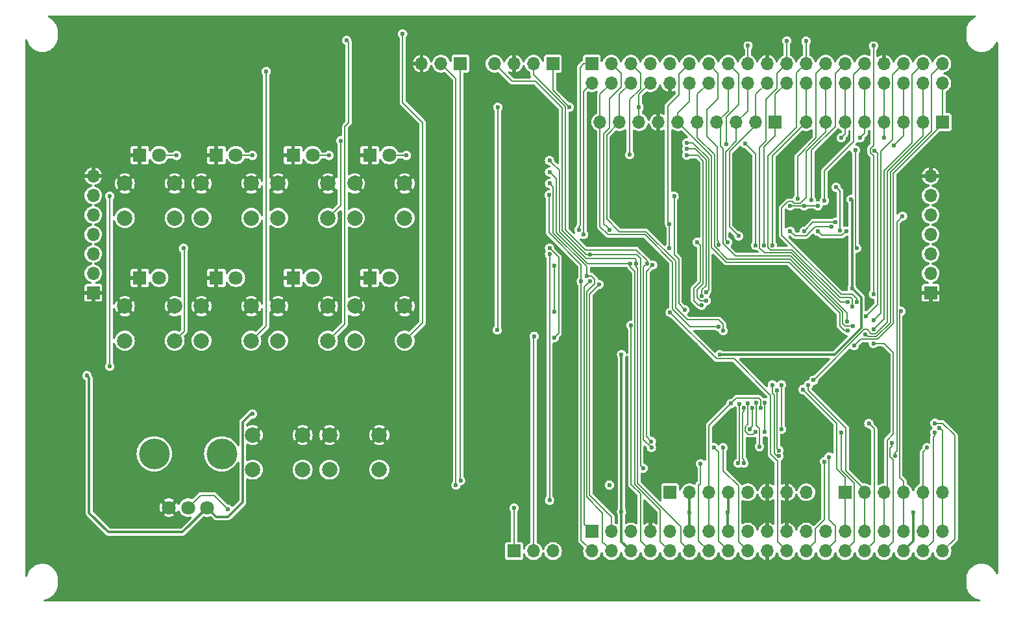
<source format=gbl>
G04 #@! TF.GenerationSoftware,KiCad,Pcbnew,7.0.5*
G04 #@! TF.CreationDate,2023-06-11T20:55:58-05:00*
G04 #@! TF.ProjectId,NTS-1_CustomPanel,4e54532d-315f-4437-9573-746f6d50616e,C*
G04 #@! TF.SameCoordinates,Original*
G04 #@! TF.FileFunction,Copper,L2,Bot*
G04 #@! TF.FilePolarity,Positive*
%FSLAX46Y46*%
G04 Gerber Fmt 4.6, Leading zero omitted, Abs format (unit mm)*
G04 Created by KiCad (PCBNEW 7.0.5) date 2023-06-11 20:55:58*
%MOMM*%
%LPD*%
G01*
G04 APERTURE LIST*
G04 #@! TA.AperFunction,ComponentPad*
%ADD10R,1.700000X1.700000*%
G04 #@! TD*
G04 #@! TA.AperFunction,ComponentPad*
%ADD11O,1.700000X1.700000*%
G04 #@! TD*
G04 #@! TA.AperFunction,ComponentPad*
%ADD12C,2.000000*%
G04 #@! TD*
G04 #@! TA.AperFunction,WasherPad*
%ADD13C,4.000000*%
G04 #@! TD*
G04 #@! TA.AperFunction,ComponentPad*
%ADD14C,1.800000*%
G04 #@! TD*
G04 #@! TA.AperFunction,ComponentPad*
%ADD15R,1.800000X1.800000*%
G04 #@! TD*
G04 #@! TA.AperFunction,ViaPad*
%ADD16C,0.600000*%
G04 #@! TD*
G04 #@! TA.AperFunction,Conductor*
%ADD17C,0.200000*%
G04 #@! TD*
G04 #@! TA.AperFunction,Conductor*
%ADD18C,0.300000*%
G04 #@! TD*
G04 APERTURE END LIST*
D10*
X220460000Y-86700000D03*
D11*
X217920000Y-86700000D03*
X215380000Y-86700000D03*
X212840000Y-86700000D03*
X210300000Y-86700000D03*
X207760000Y-86700000D03*
X205220000Y-86700000D03*
X202680000Y-86700000D03*
D10*
X184910000Y-134950000D03*
D11*
X187450000Y-134950000D03*
X189990000Y-134950000D03*
X192530000Y-134950000D03*
X195070000Y-134950000D03*
X197610000Y-134950000D03*
X200150000Y-134950000D03*
X202690000Y-134950000D03*
D10*
X174740000Y-140080000D03*
D11*
X174740000Y-142620000D03*
X177280000Y-140080000D03*
X177280000Y-142620000D03*
X179820000Y-140080000D03*
X179820000Y-142620000D03*
X182360000Y-140080000D03*
X182360000Y-142620000D03*
X184900000Y-140080000D03*
X184900000Y-142620000D03*
X187440000Y-140080000D03*
X187440000Y-142620000D03*
X189980000Y-140080000D03*
X189980000Y-142620000D03*
X192520000Y-140080000D03*
X192520000Y-142620000D03*
X195060000Y-140080000D03*
X195060000Y-142620000D03*
X197600000Y-140080000D03*
X197600000Y-142620000D03*
X200140000Y-140080000D03*
X200140000Y-142620000D03*
X202680000Y-140080000D03*
X202680000Y-142620000D03*
X205220000Y-140080000D03*
X205220000Y-142620000D03*
X207760000Y-140080000D03*
X207760000Y-142620000D03*
X210300000Y-140080000D03*
X210300000Y-142620000D03*
X212840000Y-140080000D03*
X212840000Y-142620000D03*
X215380000Y-140080000D03*
X215380000Y-142620000D03*
X217920000Y-140080000D03*
X217920000Y-142620000D03*
X220460000Y-140080000D03*
X220460000Y-142620000D03*
D10*
X164580000Y-142620000D03*
D11*
X167120000Y-142620000D03*
X169660000Y-142620000D03*
D12*
X136999480Y-131999990D03*
X130499480Y-131999990D03*
X130499480Y-127499990D03*
X136999480Y-127499990D03*
D13*
X126450000Y-129950000D03*
X117650000Y-129950000D03*
D14*
X124550000Y-136950000D03*
X122050000Y-136950000D03*
X119550000Y-136950000D03*
D10*
X207750000Y-134950000D03*
D11*
X210290000Y-134950000D03*
X212830000Y-134950000D03*
X215370000Y-134950000D03*
X217910000Y-134950000D03*
X220450000Y-134950000D03*
D15*
X125750000Y-90999990D03*
D14*
X128290000Y-90999990D03*
D15*
X135750000Y-90999990D03*
D14*
X138290000Y-90999990D03*
D15*
X125750000Y-107000000D03*
D14*
X128290000Y-107000000D03*
D15*
X135750000Y-107000000D03*
D14*
X138290000Y-107000000D03*
D12*
X113800000Y-99200000D03*
X120300000Y-99200000D03*
X113800000Y-94700000D03*
X120300000Y-94700000D03*
X130300000Y-99200000D03*
X123800000Y-99200000D03*
X123800000Y-94700000D03*
X130300000Y-94700000D03*
X140300000Y-99200000D03*
X133800000Y-99200000D03*
X140300000Y-94700000D03*
X133800000Y-94700000D03*
X143800000Y-99200000D03*
X150300000Y-99200000D03*
X143800000Y-94700000D03*
X150300000Y-94700000D03*
X113800000Y-115200000D03*
X120300000Y-115200000D03*
X120300000Y-110700000D03*
X113800000Y-110700000D03*
X123800000Y-115200000D03*
X130300000Y-115200000D03*
X130300000Y-110700000D03*
X123800000Y-110700000D03*
X133800000Y-115200000D03*
X140300000Y-115200000D03*
X133800000Y-110700000D03*
X140300000Y-110700000D03*
X143800000Y-115200000D03*
X150300000Y-115200000D03*
X143800000Y-110700000D03*
X150300000Y-110700000D03*
D15*
X145750000Y-107000000D03*
D14*
X148290000Y-107000000D03*
D15*
X115750000Y-90999990D03*
D14*
X118290000Y-90999990D03*
D15*
X115750000Y-107000000D03*
D14*
X118290000Y-107000000D03*
D15*
X145750000Y-90999990D03*
D14*
X148290000Y-90999990D03*
D10*
X169640000Y-79080000D03*
D11*
X167100000Y-79080000D03*
X164560000Y-79080000D03*
X162020000Y-79080000D03*
D10*
X198650000Y-86700000D03*
D11*
X196110000Y-86700000D03*
X193570000Y-86700000D03*
X191030000Y-86700000D03*
X188490000Y-86700000D03*
X185950000Y-86700000D03*
X183410000Y-86700000D03*
X180870000Y-86700000D03*
X178330000Y-86700000D03*
X175790000Y-86700000D03*
D10*
X157590000Y-79080000D03*
D11*
X155050000Y-79080000D03*
X152510000Y-79080000D03*
D10*
X174720000Y-79080000D03*
D11*
X174720000Y-81620000D03*
X177260000Y-79080000D03*
X177260000Y-81620000D03*
X179800000Y-79080000D03*
X179800000Y-81620000D03*
X182340000Y-79080000D03*
X182340000Y-81620000D03*
X184880000Y-79080000D03*
X184880000Y-81620000D03*
X187420000Y-79080000D03*
X187420000Y-81620000D03*
X189960000Y-79080000D03*
X189960000Y-81620000D03*
X192500000Y-79080000D03*
X192500000Y-81620000D03*
X195040000Y-79080000D03*
X195040000Y-81620000D03*
X197580000Y-79080000D03*
X197580000Y-81620000D03*
X200120000Y-79080000D03*
X200120000Y-81620000D03*
X202660000Y-79080000D03*
X202660000Y-81620000D03*
X205200000Y-79080000D03*
X205200000Y-81620000D03*
X207740000Y-79080000D03*
X207740000Y-81620000D03*
X210280000Y-79080000D03*
X210280000Y-81620000D03*
X212820000Y-79080000D03*
X212820000Y-81620000D03*
X215360000Y-79080000D03*
X215360000Y-81620000D03*
X217900000Y-79080000D03*
X217900000Y-81620000D03*
X220440000Y-79080000D03*
X220440000Y-81620000D03*
D12*
X146999480Y-131999990D03*
X140499480Y-131999990D03*
X140499480Y-127499990D03*
X146999480Y-127499990D03*
D10*
X218910000Y-108950000D03*
D11*
X218910000Y-106410000D03*
X218910000Y-103870000D03*
X218910000Y-101330000D03*
X218910000Y-98790000D03*
X218910000Y-96250000D03*
X218910000Y-93710000D03*
D10*
X109690000Y-108950000D03*
D11*
X109690000Y-106410000D03*
X109690000Y-103870000D03*
X109690000Y-101330000D03*
X109690000Y-98790000D03*
X109690000Y-96250000D03*
X109690000Y-93710000D03*
D16*
X177000000Y-134000000D03*
X196050000Y-111950000D03*
X145500000Y-126000000D03*
X136000000Y-78000000D03*
X120000000Y-103000000D03*
X225000000Y-80000000D03*
X200250000Y-120550000D03*
X213050000Y-116950000D03*
X198050000Y-107950000D03*
X150000000Y-126000000D03*
X102500000Y-127500000D03*
X144000000Y-87000000D03*
X132000000Y-126000000D03*
X202050000Y-111950000D03*
X225000000Y-137500000D03*
X107000000Y-111000000D03*
X187500000Y-147500000D03*
X155000000Y-116000000D03*
X180000000Y-136000000D03*
X185000000Y-127000000D03*
X160000000Y-74000000D03*
X160000000Y-87000000D03*
X145500000Y-137000000D03*
X196400000Y-136600000D03*
X155000000Y-103000000D03*
X203500000Y-124000000D03*
X210000000Y-147500000D03*
X191000000Y-105200000D03*
X181850000Y-136750000D03*
X156000000Y-132000000D03*
X183000000Y-118000000D03*
X145000000Y-103000000D03*
X169000000Y-87000000D03*
X181000000Y-97000000D03*
X172200000Y-92000000D03*
X142000000Y-116000000D03*
X198050000Y-109950000D03*
X144000000Y-78000000D03*
X187250000Y-108350000D03*
X122000000Y-116000000D03*
X114000000Y-103000000D03*
X159000000Y-137000000D03*
X196400000Y-138400000D03*
X165000000Y-132000000D03*
X225000000Y-122500000D03*
X162500000Y-147500000D03*
X176000000Y-113000000D03*
X172200000Y-97600000D03*
X210500000Y-108000000D03*
X160000000Y-113000000D03*
X196050000Y-109950000D03*
X164000000Y-87000000D03*
X155000000Y-92000000D03*
X142000000Y-121000000D03*
X216000000Y-106000000D03*
X156000000Y-126000000D03*
X216000000Y-117000000D03*
X210500000Y-97500000D03*
X190600000Y-118800000D03*
X202050000Y-113950000D03*
X110500000Y-111000000D03*
X132000000Y-116000000D03*
X156000000Y-137000000D03*
X183000000Y-109000000D03*
X132000000Y-134000000D03*
X207850000Y-108350000D03*
X112500000Y-147500000D03*
X160000000Y-103000000D03*
X189250000Y-123400000D03*
X204000000Y-94000000D03*
X183000000Y-120000000D03*
X155000000Y-97000000D03*
X155000000Y-113000000D03*
X206000000Y-97500000D03*
X142000000Y-87000000D03*
X213050000Y-123950000D03*
X210500000Y-101500000D03*
X179000000Y-109000000D03*
X137500000Y-147500000D03*
X122000000Y-121000000D03*
X192000000Y-127200000D03*
X128450000Y-134750000D03*
X107000000Y-113500000D03*
X201400000Y-138400000D03*
X109000000Y-111000000D03*
X200050000Y-113950000D03*
X196050000Y-113950000D03*
X185000000Y-123000000D03*
X132000000Y-137000000D03*
X172200000Y-89400000D03*
X204500000Y-118000000D03*
X160000000Y-97000000D03*
X199000000Y-97000000D03*
X199000000Y-94000000D03*
X174800000Y-83800000D03*
X168000000Y-113000000D03*
X187250000Y-109750000D03*
X174800000Y-97600000D03*
X220000000Y-74000000D03*
X102500000Y-80000000D03*
X182700000Y-123800000D03*
X110650000Y-113550000D03*
X194000000Y-99000000D03*
X202050000Y-109950000D03*
X141000000Y-103000000D03*
X188250000Y-115750000D03*
X211050000Y-116950000D03*
X208500000Y-124000000D03*
X142000000Y-78000000D03*
X206000000Y-94000000D03*
X187000000Y-97000000D03*
X196050000Y-107950000D03*
X225000000Y-90000000D03*
X132000000Y-121000000D03*
X200050000Y-109950000D03*
X216600000Y-133000000D03*
X166000000Y-97600000D03*
X160000000Y-92000000D03*
X195800000Y-129400000D03*
X130000000Y-103000000D03*
X225000000Y-107500000D03*
X160000000Y-116000000D03*
X180000000Y-74000000D03*
X140000000Y-74000000D03*
X181850000Y-138350000D03*
X155000000Y-87000000D03*
X117000000Y-138000000D03*
X198050000Y-113950000D03*
X216000000Y-124000000D03*
X200050000Y-111950000D03*
X202050000Y-107950000D03*
X207500000Y-104500000D03*
X176000000Y-109000000D03*
X159000000Y-132000000D03*
X134000000Y-103000000D03*
X102500000Y-142500000D03*
X216000000Y-97000000D03*
X198050000Y-111950000D03*
X102500000Y-95000000D03*
X113000000Y-138000000D03*
X201400000Y-136600000D03*
X113000000Y-127500000D03*
X151000000Y-87000000D03*
X176000000Y-118000000D03*
X172000000Y-105000000D03*
X200000000Y-74000000D03*
X181000000Y-94000000D03*
X102500000Y-112500000D03*
X172000000Y-132000000D03*
X149000000Y-78000000D03*
X176000000Y-129000000D03*
X200050000Y-107950000D03*
X185000000Y-130000000D03*
X127250000Y-137150000D03*
X198850020Y-121707771D03*
X199100000Y-129499765D03*
X219450000Y-127150000D03*
X162400000Y-113810000D03*
X208549990Y-96750000D03*
X192450000Y-137550000D03*
X162450000Y-84750000D03*
X180870000Y-84780000D03*
X202400000Y-97600000D03*
X178587520Y-137487520D03*
X216650000Y-137550000D03*
X187450000Y-137550000D03*
X204200000Y-97600000D03*
X200600000Y-97600000D03*
X208650000Y-108350000D03*
X191400000Y-117000000D03*
X178587520Y-117012482D03*
X171800000Y-84750000D03*
X179799979Y-113176698D03*
X208938916Y-115838916D03*
X157000000Y-134010000D03*
X203650000Y-120350000D03*
X157600000Y-133410000D03*
X190657865Y-129150000D03*
X182486411Y-129113589D03*
X181899990Y-105150000D03*
X188900000Y-131210000D03*
X174450000Y-103950000D03*
X181400000Y-131810000D03*
X174499990Y-107411784D03*
X169149985Y-96200000D03*
X173337767Y-107457371D03*
X175650000Y-107850000D03*
X169200004Y-94700000D03*
X174050000Y-106749998D03*
X169200002Y-93200000D03*
X179750276Y-105158229D03*
X180499990Y-105137078D03*
X169199998Y-91700000D03*
X182650000Y-105350000D03*
X182475327Y-128324673D03*
X191850000Y-129149998D03*
X169800000Y-105400000D03*
X169800000Y-111410002D03*
X184938589Y-111511411D03*
X169200000Y-136010000D03*
X169200000Y-103900000D03*
X193999978Y-123402411D03*
X193817954Y-131160010D03*
X205075953Y-130950000D03*
X169200000Y-103100000D03*
X194567967Y-131160010D03*
X205650000Y-130349988D03*
X194549988Y-123976188D03*
X169800000Y-114810000D03*
X202250000Y-121549998D03*
X195099990Y-123343649D03*
X207250000Y-127150000D03*
X196048211Y-127100062D03*
X202973691Y-120953048D03*
X195650000Y-123950000D03*
X195280212Y-126750052D03*
X210850000Y-125999990D03*
X211450000Y-115550000D03*
X196600000Y-129000000D03*
X196200000Y-123300000D03*
X213850000Y-128550000D03*
X215050000Y-111350000D03*
X218450000Y-129150000D03*
X199100000Y-130249778D03*
X198300010Y-120949999D03*
X197300000Y-123300000D03*
X197300000Y-127100062D03*
X220050000Y-126550000D03*
X219456967Y-125949992D03*
X199450000Y-126750054D03*
X199450000Y-120950000D03*
X197174411Y-102773118D03*
X193850000Y-101550000D03*
X189050000Y-110550000D03*
X188450000Y-102350000D03*
X192450000Y-102350000D03*
X208052860Y-112696191D03*
X208756573Y-113256677D03*
X208065939Y-113849989D03*
X191850010Y-113899990D03*
X191249990Y-113350012D03*
X214100004Y-89750000D03*
X194700000Y-89500000D03*
X196049976Y-102750000D03*
X189650000Y-108849989D03*
X212850000Y-88750000D03*
X187100000Y-89400000D03*
X187100000Y-91000000D03*
X189650000Y-109978903D03*
X209700000Y-88750000D03*
X207250000Y-88750000D03*
X187100000Y-90200000D03*
X189075257Y-109397424D03*
X209250000Y-110150000D03*
X198274423Y-102750000D03*
X210419459Y-114358373D03*
X211450000Y-113749968D03*
X211450000Y-112550000D03*
X205050000Y-96950000D03*
X203350000Y-96900000D03*
X201550000Y-96699979D03*
X202650000Y-76150000D03*
X208650000Y-110750000D03*
X150050000Y-75200000D03*
X142750000Y-76050000D03*
X200150000Y-76100010D03*
X208070840Y-110125857D03*
X132250000Y-80100000D03*
X195100000Y-76750000D03*
X211449986Y-109101570D03*
X211450000Y-76750000D03*
X209250000Y-103150000D03*
X209100000Y-90350000D03*
X192300000Y-89600000D03*
X121450000Y-103150000D03*
X191286432Y-102713609D03*
X184850000Y-103150000D03*
X184850000Y-99950000D03*
X210450010Y-111999990D03*
X211600000Y-90400000D03*
X141947187Y-89119355D03*
X179650000Y-90950000D03*
X177050000Y-100750000D03*
X173650000Y-101350000D03*
X173050000Y-100750000D03*
X215250000Y-98950000D03*
X164600000Y-137010000D03*
X214299990Y-130200032D03*
X167200002Y-114610000D03*
X206600000Y-95200000D03*
X207100000Y-100850000D03*
X185450000Y-96350000D03*
X186850000Y-111150000D03*
X206500000Y-99750000D03*
X202400000Y-100900000D03*
X205995488Y-100304964D03*
X200600000Y-100900000D03*
X204200000Y-100950010D03*
X207900000Y-100900000D03*
X120550000Y-91050000D03*
X130450000Y-91050000D03*
X140450000Y-91050000D03*
X150550000Y-91050000D03*
X192850000Y-123400000D03*
X196750000Y-123950000D03*
X108850000Y-119750000D03*
X130450000Y-124750000D03*
X111850000Y-96350000D03*
X111850000Y-118550000D03*
D17*
X183410000Y-86700000D02*
X183410000Y-83090000D01*
X219250000Y-127774264D02*
X219450000Y-127574264D01*
X125450000Y-135350000D02*
X123650000Y-135350000D01*
X219450000Y-127574264D02*
X219450000Y-127150000D01*
X198850020Y-129249785D02*
X199100000Y-129499765D01*
X219250000Y-141290000D02*
X219250000Y-127774264D01*
X217920000Y-142620000D02*
X219250000Y-141290000D01*
X198850020Y-121707771D02*
X198850020Y-129249785D01*
X127250000Y-137150000D02*
X125450000Y-135350000D01*
X123650000Y-135350000D02*
X122050000Y-136950000D01*
D18*
X216650000Y-141350000D02*
X215380000Y-142620000D01*
X187450000Y-140070000D02*
X187440000Y-140080000D01*
X208650000Y-108350000D02*
X209850000Y-109550000D01*
X209850000Y-113550000D02*
X206400000Y-117000000D01*
X192530000Y-137470000D02*
X192450000Y-137550000D01*
D17*
X169640000Y-82590000D02*
X171800000Y-84750000D01*
D18*
X192450000Y-137550000D02*
X192450000Y-140010000D01*
X192530000Y-134950000D02*
X192530000Y-137470000D01*
D17*
X169640000Y-79080000D02*
X169640000Y-82590000D01*
D18*
X206400000Y-117000000D02*
X193300000Y-117000000D01*
X192450000Y-140010000D02*
X192520000Y-140080000D01*
D17*
X162450000Y-84750000D02*
X162450000Y-113760000D01*
D18*
X193300000Y-117000000D02*
X191400000Y-117000000D01*
X216650000Y-137550000D02*
X216650000Y-141350000D01*
X208650000Y-96850010D02*
X208549990Y-96750000D01*
X209850000Y-109550000D02*
X209850000Y-113550000D01*
D17*
X202400000Y-97600000D02*
X200600000Y-97600000D01*
D18*
X208650000Y-108350000D02*
X208650000Y-96850010D01*
D17*
X162450000Y-113760000D02*
X162400000Y-113810000D01*
X204200000Y-97600000D02*
X202500000Y-97600000D01*
D18*
X178587520Y-141387520D02*
X178587520Y-137487520D01*
X178587520Y-137487520D02*
X178587520Y-117012482D01*
X179820000Y-142620000D02*
X178587520Y-141387520D01*
D17*
X180870000Y-86700000D02*
X180870000Y-84780000D01*
X180870000Y-83090000D02*
X182340000Y-81620000D01*
X180870000Y-84780000D02*
X180870000Y-83090000D01*
D18*
X187450000Y-134950000D02*
X187450000Y-140070000D01*
D17*
X202500000Y-97600000D02*
X202400000Y-97600000D01*
X181050000Y-135150000D02*
X179850000Y-133950000D01*
X179850000Y-133950000D02*
X179850000Y-113650983D01*
X179850000Y-113650983D02*
X179799979Y-113600962D01*
X182360000Y-142620000D02*
X181050000Y-141310000D01*
X179799979Y-113600962D02*
X179799979Y-113176698D01*
X181050000Y-141310000D02*
X181050000Y-135150000D01*
X220460000Y-81640000D02*
X220440000Y-81620000D01*
X209777834Y-114999998D02*
X209238915Y-115538917D01*
X220460000Y-86700000D02*
X220460000Y-81640000D01*
X214050000Y-93350000D02*
X214050000Y-112950000D01*
X212000002Y-114999998D02*
X209777834Y-114999998D01*
X155050000Y-79080000D02*
X157000000Y-81030000D01*
X157000000Y-133585736D02*
X157000000Y-134010000D01*
X220460000Y-86940000D02*
X214050000Y-93350000D01*
X214050000Y-112950000D02*
X212000002Y-114999998D01*
X220460000Y-86700000D02*
X220460000Y-86940000D01*
X209238915Y-115538917D02*
X208938916Y-115838916D01*
X157000000Y-81030000D02*
X157000000Y-133585736D01*
X213250000Y-112760020D02*
X211710050Y-114299970D01*
X217920000Y-88480000D02*
X213250000Y-93150000D01*
X217920000Y-86700000D02*
X217920000Y-88480000D01*
X210250000Y-113750000D02*
X203949999Y-120050001D01*
X157590000Y-79080000D02*
X157590000Y-133400000D01*
X157590000Y-133400000D02*
X157600000Y-133410000D01*
X217920000Y-81640000D02*
X217900000Y-81620000D01*
X217920000Y-86700000D02*
X217920000Y-81640000D01*
X203949999Y-120050001D02*
X203650000Y-120350000D01*
X211185966Y-114299970D02*
X210635996Y-113750000D01*
X213250000Y-93150000D02*
X213250000Y-112760020D01*
X211710050Y-114299970D02*
X211185966Y-114299970D01*
X210635996Y-113750000D02*
X210250000Y-113750000D01*
X190957864Y-129449999D02*
X190657865Y-129150000D01*
X171250000Y-84694990D02*
X171250000Y-100750000D01*
X192520000Y-142620000D02*
X191250000Y-141350000D01*
X171250000Y-100750000D02*
X173850000Y-103350000D01*
X181899990Y-105150000D02*
X181450000Y-105599990D01*
X167100000Y-80544990D02*
X171250000Y-84694990D01*
X181450000Y-128077178D02*
X182486411Y-129113589D01*
X181899990Y-104725736D02*
X181899990Y-105150000D01*
X191250000Y-141350000D02*
X191250000Y-129742135D01*
X173850000Y-103350000D02*
X180524254Y-103350000D01*
X167100000Y-79080000D02*
X167100000Y-80544990D01*
X181450000Y-105599990D02*
X181450000Y-128077178D01*
X191250000Y-129742135D02*
X190957864Y-129449999D01*
X180524254Y-103350000D02*
X181899990Y-104725736D01*
X188649957Y-134149957D02*
X188900000Y-133899914D01*
X181050000Y-104444990D02*
X181050000Y-131460000D01*
X173955010Y-103950000D02*
X170850000Y-100844990D01*
X188649957Y-141289957D02*
X188649957Y-134149957D01*
X170850000Y-100844990D02*
X170850000Y-84850000D01*
X181100001Y-131510001D02*
X181400000Y-131810000D01*
X188900000Y-131634264D02*
X188900000Y-131210000D01*
X164340000Y-81400000D02*
X162020000Y-79080000D01*
X174450000Y-103950000D02*
X173955010Y-103950000D01*
X181050000Y-131460000D02*
X181100001Y-131510001D01*
X188649957Y-134149957D02*
X188649957Y-133949957D01*
X189980000Y-142620000D02*
X188649957Y-141289957D01*
X174450000Y-103950000D02*
X180555010Y-103950000D01*
X170850000Y-84850000D02*
X167400000Y-81400000D01*
X180555010Y-103950000D02*
X181050000Y-104444990D01*
X167400000Y-81400000D02*
X164340000Y-81400000D01*
X162020000Y-79080000D02*
X162480000Y-79080000D01*
X188900000Y-133899914D02*
X188900000Y-131634264D01*
X174199991Y-107711783D02*
X174499990Y-107411784D01*
X174655011Y-140080000D02*
X173699989Y-139124978D01*
X173699989Y-139124978D02*
X173699989Y-108211785D01*
X173699989Y-108211785D02*
X174199991Y-107711783D01*
X174740000Y-140080000D02*
X174655011Y-140080000D01*
X173337767Y-107457371D02*
X173337767Y-105312717D01*
X169149985Y-96624264D02*
X169149985Y-96200000D01*
X173337767Y-107881635D02*
X173337767Y-107457371D01*
X174740000Y-142620000D02*
X173337767Y-141217767D01*
X173337767Y-141217767D02*
X173337767Y-107881635D01*
X169149985Y-101124935D02*
X169149985Y-96624264D01*
X173337767Y-105312717D02*
X169149985Y-101124935D01*
X174400010Y-109099990D02*
X175650000Y-107850000D01*
X177280000Y-138180000D02*
X174400010Y-135300010D01*
X174400010Y-135300010D02*
X174400010Y-109099990D01*
X177450000Y-139910000D02*
X177280000Y-140080000D01*
X177280000Y-140080000D02*
X177280000Y-138180000D01*
X174050000Y-106749998D02*
X174050000Y-105529960D01*
X169500003Y-94999999D02*
X169200004Y-94700000D01*
X174663998Y-106749998D02*
X175099999Y-107185999D01*
X174050000Y-106749998D02*
X174663998Y-106749998D01*
X176130000Y-137630000D02*
X176130000Y-141470000D01*
X176130000Y-141470000D02*
X176430001Y-141770001D01*
X174050000Y-108799999D02*
X174050000Y-135550000D01*
X176430001Y-141770001D02*
X177280000Y-142620000D01*
X174050000Y-135550000D02*
X176130000Y-137630000D01*
X169699989Y-101179949D02*
X169699989Y-95199985D01*
X169699989Y-95199985D02*
X169500003Y-94999999D01*
X175099999Y-107750000D02*
X174050000Y-108799999D01*
X174050000Y-105529960D02*
X169699989Y-101179949D01*
X175099999Y-107185999D02*
X175099999Y-107750000D01*
X179750276Y-105582493D02*
X179750276Y-105158229D01*
X183650000Y-137255010D02*
X180349989Y-133954999D01*
X180349989Y-106182206D02*
X179750276Y-105582493D01*
X174173259Y-105158229D02*
X170099999Y-101084969D01*
X184900000Y-142620000D02*
X183650000Y-141370000D01*
X170099999Y-94099997D02*
X169500001Y-93499999D01*
X180349989Y-133954999D02*
X180349989Y-106182206D01*
X179750276Y-105158229D02*
X174173259Y-105158229D01*
X169500001Y-93499999D02*
X169200002Y-93200000D01*
X170099999Y-101084969D02*
X170099999Y-94099997D01*
X183650000Y-141370000D02*
X183650000Y-137255010D01*
X180499990Y-104712814D02*
X180287178Y-104500002D01*
X180499990Y-105561342D02*
X180499990Y-105137078D01*
X174010022Y-104500002D02*
X170499989Y-100989969D01*
X170499989Y-92999991D02*
X169499997Y-91999999D01*
X180499990Y-105137078D02*
X180499990Y-104712814D01*
X169499997Y-91999999D02*
X169199998Y-91700000D01*
X186339999Y-139450019D02*
X180700000Y-133810020D01*
X187440000Y-142620000D02*
X186339999Y-141519999D01*
X170499989Y-100989969D02*
X170499989Y-92999991D01*
X180700000Y-133810020D02*
X180700000Y-105761352D01*
X180287178Y-104500002D02*
X174010022Y-104500002D01*
X180700000Y-105761352D02*
X180499990Y-105561342D01*
X186339999Y-141519999D02*
X186339999Y-139450019D01*
X181850000Y-127699346D02*
X182475327Y-128324673D01*
X191850000Y-132150000D02*
X191850000Y-129149998D01*
X195060000Y-142620000D02*
X193850000Y-141410000D01*
X193850000Y-141410000D02*
X193850000Y-134150000D01*
X181850000Y-106150000D02*
X181850000Y-127699346D01*
X182650000Y-105350000D02*
X181850000Y-106150000D01*
X193850000Y-134150000D02*
X191850000Y-132150000D01*
X198950000Y-141430000D02*
X198950000Y-130900000D01*
X200140000Y-142620000D02*
X198950000Y-141430000D01*
X190977179Y-117550001D02*
X185238588Y-111811410D01*
X198950000Y-130900000D02*
X198050001Y-130000001D01*
X198050001Y-122350001D02*
X193250001Y-117550001D01*
X185238588Y-111811410D02*
X184938589Y-111511411D01*
X193250001Y-117550001D02*
X190977179Y-117550001D01*
X169800000Y-111410002D02*
X169800000Y-105400000D01*
X198050001Y-130000001D02*
X198050001Y-122350001D01*
X203900000Y-139700000D02*
X205050000Y-138550000D01*
X205050000Y-130975953D02*
X205075953Y-130950000D01*
X193999978Y-130977986D02*
X193817954Y-131160010D01*
X203900000Y-141400000D02*
X203900000Y-139700000D01*
X205050000Y-138550000D02*
X205050000Y-130975953D01*
X193999978Y-123402411D02*
X193999978Y-130977986D01*
X169200000Y-136010000D02*
X169200000Y-103900000D01*
X202680000Y-142620000D02*
X203900000Y-141400000D01*
X170400000Y-104300000D02*
X169499999Y-103399999D01*
X194567967Y-130735746D02*
X194567967Y-131160010D01*
X205650000Y-138550000D02*
X205650000Y-130774252D01*
X194380201Y-124570239D02*
X194380201Y-130547980D01*
X206500000Y-139400000D02*
X205650000Y-138550000D01*
X194380201Y-130547980D02*
X194567967Y-130735746D01*
X205220000Y-142620000D02*
X206500000Y-141340000D01*
X169800000Y-114810000D02*
X170400000Y-114210000D01*
X170400000Y-114210000D02*
X170400000Y-104300000D01*
X206500000Y-141340000D02*
X206500000Y-139400000D01*
X194549988Y-124400452D02*
X194380201Y-124570239D01*
X169499999Y-103399999D02*
X169200000Y-103100000D01*
X205650000Y-130774252D02*
X205650000Y-130349988D01*
X194549988Y-123976188D02*
X194549988Y-124400452D01*
X207760000Y-140080000D02*
X207760000Y-134960000D01*
X207750000Y-134950000D02*
X207750000Y-133050000D01*
X202549999Y-121849997D02*
X202250000Y-121549998D01*
X207760000Y-134960000D02*
X207750000Y-134950000D01*
X207750000Y-133050000D02*
X206649998Y-131949998D01*
X206649998Y-131949998D02*
X206649998Y-125949996D01*
X206649998Y-125949996D02*
X202549999Y-121849997D01*
X208949999Y-141430001D02*
X208949999Y-133749999D01*
X208949999Y-133749999D02*
X207250000Y-132050000D01*
X195142879Y-127400061D02*
X195748212Y-127400061D01*
X207250000Y-132050000D02*
X207250000Y-127150000D01*
X194730211Y-126459391D02*
X194730211Y-126987393D01*
X195748212Y-127400061D02*
X196048211Y-127100062D01*
X195099990Y-123343649D02*
X195099990Y-126089612D01*
X194730211Y-126987393D02*
X195142879Y-127400061D01*
X195099990Y-126089612D02*
X194730211Y-126459391D01*
X207760000Y-142620000D02*
X208949999Y-141430001D01*
X207850000Y-126550000D02*
X202973691Y-121673691D01*
X210290000Y-134590000D02*
X207850000Y-132150000D01*
X210290000Y-134950000D02*
X210290000Y-134590000D01*
X210290000Y-134950000D02*
X210290000Y-140070000D01*
X210290000Y-140070000D02*
X210300000Y-140080000D01*
X202973691Y-121673691D02*
X202973691Y-120953048D01*
X207850000Y-132150000D02*
X207850000Y-126550000D01*
X195650000Y-126298442D02*
X195280212Y-126668230D01*
X210300000Y-142620000D02*
X211549999Y-141370001D01*
X195280212Y-126668230D02*
X195280212Y-126750052D01*
X211549999Y-141370001D02*
X211549999Y-126699989D01*
X195650000Y-123950000D02*
X195650000Y-126298442D01*
X211549999Y-126699989D02*
X210850000Y-125999990D01*
X212850000Y-115550000D02*
X211450000Y-115550000D01*
X213250000Y-134530000D02*
X213250000Y-128150000D01*
X214050000Y-127350000D02*
X214050000Y-116750000D01*
X213250000Y-128150000D02*
X214050000Y-127350000D01*
X212830000Y-134950000D02*
X212830000Y-140070000D01*
X212830000Y-140070000D02*
X212840000Y-140080000D01*
X212830000Y-134950000D02*
X213250000Y-134530000D01*
X214050000Y-116750000D02*
X212850000Y-115550000D01*
X196200000Y-126235998D02*
X196600000Y-126635998D01*
X196600000Y-126635998D02*
X196600000Y-128575736D01*
X213850000Y-128974264D02*
X213850000Y-128550000D01*
X213600011Y-129224253D02*
X213850000Y-128974264D01*
X214050000Y-130750033D02*
X213600011Y-130300044D01*
X214050000Y-141410000D02*
X214050000Y-130750033D01*
X196600000Y-128575736D02*
X196600000Y-129000000D01*
X212840000Y-142620000D02*
X214050000Y-141410000D01*
X213600011Y-130300044D02*
X213600011Y-129224253D01*
X196200000Y-123300000D02*
X196200000Y-126235998D01*
X215370000Y-134950000D02*
X215370000Y-140070000D01*
X215370000Y-133550000D02*
X214850000Y-133030000D01*
X214850000Y-111550000D02*
X215050000Y-111350000D01*
X215370000Y-133550000D02*
X215370000Y-134950000D01*
X214850000Y-133030000D02*
X214850000Y-111550000D01*
X215370000Y-140070000D02*
X215380000Y-140080000D01*
X198300010Y-120949999D02*
X198300010Y-122055020D01*
X198500001Y-122255011D02*
X198500001Y-129892355D01*
X217910000Y-134950000D02*
X217910000Y-129690000D01*
X198500001Y-129892355D02*
X198857424Y-130249778D01*
X217910000Y-140070000D02*
X217920000Y-140080000D01*
X217910000Y-129690000D02*
X218450000Y-129150000D01*
X198300010Y-122055020D02*
X198500001Y-122255011D01*
X217910000Y-134950000D02*
X217910000Y-140070000D01*
X198857424Y-130249778D02*
X199100000Y-130249778D01*
X220450000Y-126950000D02*
X220349999Y-126849999D01*
X197300000Y-123300000D02*
X197300000Y-127100062D01*
X220349999Y-126849999D02*
X220050000Y-126550000D01*
X220450000Y-140070000D02*
X220460000Y-140080000D01*
X220450000Y-134950000D02*
X220450000Y-140070000D01*
X220450000Y-134950000D02*
X220450000Y-126950000D01*
X222050000Y-141030000D02*
X222050000Y-127550000D01*
X222050000Y-127550000D02*
X220449992Y-125949992D01*
X220449992Y-125949992D02*
X219456967Y-125949992D01*
X199450000Y-120950000D02*
X199450000Y-126750054D01*
X220460000Y-142620000D02*
X222050000Y-141030000D01*
X197174411Y-89930599D02*
X197174411Y-102348854D01*
X198650000Y-83090000D02*
X200120000Y-81620000D01*
X198650000Y-86700000D02*
X198650000Y-88455010D01*
X198650000Y-88455010D02*
X197174411Y-89930599D01*
X197174411Y-102348854D02*
X197174411Y-102773118D01*
X198650000Y-86700000D02*
X198650000Y-83090000D01*
X192650000Y-90550000D02*
X192650000Y-100350000D01*
X196110000Y-87090000D02*
X192650000Y-90550000D01*
X196110000Y-83090000D02*
X197580000Y-81620000D01*
X196110000Y-86700000D02*
X196110000Y-87090000D01*
X192650000Y-100350000D02*
X193850000Y-101550000D01*
X196110000Y-86700000D02*
X196110000Y-83090000D01*
X188050000Y-109974264D02*
X188050000Y-108350000D01*
X189050000Y-110550000D02*
X188625736Y-110550000D01*
X188850000Y-107550000D02*
X188850000Y-102750000D01*
X192150001Y-90555009D02*
X192150001Y-102050001D01*
X195040000Y-85230000D02*
X195040000Y-81620000D01*
X193570000Y-86700000D02*
X193570000Y-89135010D01*
X188850000Y-102750000D02*
X188450000Y-102350000D01*
X188050000Y-108350000D02*
X188850000Y-107550000D01*
X193570000Y-86700000D02*
X195040000Y-85230000D01*
X192150001Y-102050001D02*
X192450000Y-102350000D01*
X193570000Y-89135010D02*
X192150001Y-90555009D01*
X188625736Y-110550000D02*
X188050000Y-109974264D01*
X191030000Y-86700000D02*
X192500000Y-85230000D01*
X191799978Y-90128367D02*
X191799978Y-102499978D01*
X191461394Y-87131394D02*
X191461394Y-89789783D01*
X208052860Y-112271927D02*
X208052860Y-112696191D01*
X191461394Y-89789783D02*
X191799978Y-90128367D01*
X193450000Y-104150000D02*
X200650000Y-104150000D01*
X200650000Y-104150000D02*
X208052860Y-111552860D01*
X191799978Y-102499978D02*
X193450000Y-104150000D01*
X192500000Y-85230000D02*
X192500000Y-81620000D01*
X191030000Y-86700000D02*
X191461394Y-87131394D01*
X208052860Y-111552860D02*
X208052860Y-112271927D01*
X200544990Y-104550000D02*
X207450000Y-111455010D01*
X188490000Y-86700000D02*
X188490000Y-83090000D01*
X190700032Y-102905042D02*
X192344990Y-104550000D01*
X188490000Y-86700000D02*
X188490000Y-88690000D01*
X207758627Y-113256677D02*
X208332309Y-113256677D01*
X188490000Y-88690000D02*
X190700032Y-90900032D01*
X190700032Y-90900032D02*
X190700032Y-102905042D01*
X207450000Y-112948050D02*
X207758627Y-113256677D01*
X207450000Y-111455010D02*
X207450000Y-112948050D01*
X188490000Y-83090000D02*
X189960000Y-81620000D01*
X208332309Y-113256677D02*
X208756573Y-113256677D01*
X192344990Y-104550000D02*
X200544990Y-104550000D01*
X185950000Y-86700000D02*
X190350021Y-91100021D01*
X187420000Y-84027919D02*
X187420000Y-81620000D01*
X207641675Y-113849989D02*
X208065939Y-113849989D01*
X190350021Y-91100021D02*
X190350021Y-103050021D01*
X200450000Y-104950000D02*
X207050000Y-111550000D01*
X207050000Y-113258314D02*
X207641675Y-113849989D01*
X192250000Y-104950000D02*
X200450000Y-104950000D01*
X207050000Y-111550000D02*
X207050000Y-113258314D01*
X185950000Y-86700000D02*
X185950000Y-85497919D01*
X185950000Y-85497919D02*
X187420000Y-84027919D01*
X190350021Y-103050021D02*
X192250000Y-104950000D01*
X185650000Y-104855010D02*
X181794979Y-100999989D01*
X187171564Y-112471564D02*
X185650000Y-110950000D01*
X178299989Y-100999989D02*
X176650000Y-99350000D01*
X191850010Y-113050010D02*
X191271564Y-112471564D01*
X178330000Y-83090000D02*
X179800000Y-81620000D01*
X176650000Y-88380000D02*
X178330000Y-86700000D01*
X181794979Y-100999989D02*
X178299989Y-100999989D01*
X191271564Y-112471564D02*
X187171564Y-112471564D01*
X185650000Y-110950000D02*
X185650000Y-104855010D01*
X176650000Y-99350000D02*
X176650000Y-88380000D01*
X178330000Y-86700000D02*
X178330000Y-83090000D01*
X191850010Y-113899990D02*
X191850010Y-113050010D01*
X175790000Y-83090000D02*
X175790000Y-86700000D01*
X185250000Y-111044990D02*
X185250000Y-104950000D01*
X191249990Y-113350012D02*
X187555022Y-113350012D01*
X185250000Y-104950000D02*
X181650000Y-101350000D01*
X187555022Y-113350012D02*
X185250000Y-111044990D01*
X181650000Y-101350000D02*
X176850000Y-101350000D01*
X177260000Y-81620000D02*
X175790000Y-83090000D01*
X175790000Y-87902081D02*
X175790000Y-86700000D01*
X176850000Y-101350000D02*
X175790000Y-100290000D01*
X175790000Y-100290000D02*
X175790000Y-87902081D01*
X215380000Y-88470004D02*
X214100004Y-89750000D01*
X215380000Y-81640000D02*
X215360000Y-81620000D01*
X196049976Y-102750000D02*
X196049976Y-90849976D01*
X215380000Y-86700000D02*
X215380000Y-81640000D01*
X196049976Y-90849976D02*
X194700000Y-89500000D01*
X215380000Y-86700000D02*
X215380000Y-88470004D01*
X189950020Y-91460040D02*
X187889980Y-89400000D01*
X187524264Y-89400000D02*
X187100000Y-89400000D01*
X212840000Y-88740000D02*
X212850000Y-88750000D01*
X212840000Y-81640000D02*
X212820000Y-81620000D01*
X189950020Y-108549969D02*
X189950020Y-91460040D01*
X189650000Y-108849989D02*
X189950020Y-108549969D01*
X212840000Y-86700000D02*
X212840000Y-81640000D01*
X187889980Y-89400000D02*
X187524264Y-89400000D01*
X212840000Y-86700000D02*
X212840000Y-88740000D01*
X188878903Y-109978903D02*
X188450000Y-109550000D01*
X210300000Y-81640000D02*
X210280000Y-81620000D01*
X188450000Y-108550000D02*
X189250000Y-107750000D01*
X188450000Y-109550000D02*
X188450000Y-108550000D01*
X189250000Y-91750000D02*
X188500000Y-91000000D01*
X210300000Y-88150000D02*
X209999999Y-88450001D01*
X189250000Y-107750000D02*
X189250000Y-91750000D01*
X210300000Y-86700000D02*
X210300000Y-88150000D01*
X210300000Y-86700000D02*
X210300000Y-81640000D01*
X188500000Y-91000000D02*
X187100000Y-91000000D01*
X189650000Y-109978903D02*
X188878903Y-109978903D01*
X209999999Y-88450001D02*
X209700000Y-88750000D01*
X188194990Y-90200000D02*
X187524264Y-90200000D01*
X207760000Y-86700000D02*
X207760000Y-81640000D01*
X189600010Y-107999990D02*
X189600010Y-91605020D01*
X189600010Y-91605020D02*
X188194990Y-90200000D01*
X189075257Y-109397424D02*
X189075257Y-108524743D01*
X207760000Y-86700000D02*
X207760000Y-88240000D01*
X207760000Y-88240000D02*
X207250000Y-88750000D01*
X189075257Y-108524743D02*
X189600010Y-107999990D01*
X187524264Y-90200000D02*
X187100000Y-90200000D01*
X207760000Y-81640000D02*
X207740000Y-81620000D01*
X202700000Y-96485996D02*
X202700000Y-90505010D01*
X201936007Y-97249989D02*
X202700000Y-96485996D01*
X200335998Y-97049998D02*
X200864002Y-97049998D01*
X199500000Y-101400000D02*
X199500000Y-97885996D01*
X208674264Y-109150000D02*
X207250000Y-109150000D01*
X202700000Y-90505010D02*
X205220000Y-87985010D01*
X209250000Y-110150000D02*
X209250000Y-109725736D01*
X205220000Y-81640000D02*
X205200000Y-81620000D01*
X201063993Y-97249989D02*
X201936007Y-97249989D01*
X200864002Y-97049998D02*
X201063993Y-97249989D01*
X207250000Y-109150000D02*
X199500000Y-101400000D01*
X199500000Y-97885996D02*
X200335998Y-97049998D01*
X205220000Y-87985010D02*
X205220000Y-86700000D01*
X205220000Y-86700000D02*
X205220000Y-81640000D01*
X209250000Y-109725736D02*
X208674264Y-109150000D01*
X198274423Y-102325736D02*
X198274423Y-102750000D01*
X202680000Y-81640000D02*
X202660000Y-81620000D01*
X202680000Y-86700000D02*
X202680000Y-81640000D01*
X202680000Y-86700000D02*
X198274423Y-91105577D01*
X198274423Y-91105577D02*
X198274423Y-102325736D01*
X210711073Y-114649987D02*
X210419459Y-114358373D01*
X220440000Y-79080000D02*
X219020001Y-80499999D01*
X213650000Y-93250000D02*
X213650000Y-112855010D01*
X211855023Y-114649987D02*
X210711073Y-114649987D01*
X219020001Y-80499999D02*
X219020001Y-87879999D01*
X219020001Y-87879999D02*
X213650000Y-93250000D01*
X213650000Y-112855010D02*
X211855023Y-114649987D01*
X216499978Y-80480022D02*
X216499978Y-89400022D01*
X216499978Y-89400022D02*
X212850000Y-93050000D01*
X212850000Y-112349968D02*
X211749999Y-113449969D01*
X212850000Y-93050000D02*
X212850000Y-112349968D01*
X211749999Y-113449969D02*
X211450000Y-113749968D01*
X217900000Y-79080000D02*
X216499978Y-80480022D01*
X211749999Y-112250001D02*
X211450000Y-112550000D01*
X212450000Y-90485996D02*
X212450000Y-111550000D01*
X213949989Y-80490011D02*
X213949989Y-88986007D01*
X212450000Y-111550000D02*
X211749999Y-112250001D01*
X215360000Y-79080000D02*
X213949989Y-80490011D01*
X213949989Y-88986007D02*
X212450000Y-90485996D01*
X205050000Y-93050000D02*
X205050000Y-96525736D01*
X210280000Y-79080000D02*
X208860001Y-80499999D01*
X205050000Y-96525736D02*
X205050000Y-96950000D01*
X208860001Y-80499999D02*
X208860001Y-89239999D01*
X208860001Y-89239999D02*
X205050000Y-93050000D01*
X203350000Y-96475736D02*
X203350000Y-96900000D01*
X207740000Y-79080000D02*
X206450000Y-80370000D01*
X203350000Y-90350000D02*
X203350000Y-96475736D01*
X206450000Y-87250000D02*
X203350000Y-90350000D01*
X206450000Y-80370000D02*
X206450000Y-87250000D01*
X203950000Y-88760020D02*
X201550000Y-91160020D01*
X203950000Y-80330000D02*
X203950000Y-88760020D01*
X201550000Y-91160020D02*
X201550000Y-96275715D01*
X201550000Y-96275715D02*
X201550000Y-96699979D01*
X205200000Y-79080000D02*
X203950000Y-80330000D01*
X197724421Y-91075579D02*
X201450000Y-87350000D01*
X202660000Y-76160000D02*
X202650000Y-76150000D01*
X201450000Y-80290000D02*
X202660000Y-79080000D01*
X150050000Y-84150000D02*
X152650000Y-86750000D01*
X208650000Y-109750000D02*
X208450000Y-109550000D01*
X207050000Y-109550000D02*
X200850000Y-103350000D01*
X197724421Y-103024421D02*
X197724421Y-91075579D01*
X208450000Y-109550000D02*
X207050000Y-109550000D01*
X200850000Y-103350000D02*
X198050000Y-103350000D01*
X152650000Y-112850000D02*
X150300000Y-115200000D01*
X208650000Y-110750000D02*
X208650000Y-109750000D01*
X152650000Y-86750000D02*
X152650000Y-112850000D01*
X198050000Y-103350000D02*
X197724421Y-103024421D01*
X202660000Y-79080000D02*
X202660000Y-76160000D01*
X201450000Y-87350000D02*
X201450000Y-80290000D01*
X150050000Y-75200000D02*
X150050000Y-84150000D01*
X200120000Y-76130010D02*
X200150000Y-76100010D01*
X199270001Y-79929999D02*
X200120000Y-79080000D01*
X200755010Y-103750000D02*
X197250000Y-103750000D01*
X197450000Y-83718000D02*
X198850000Y-82318000D01*
X197250000Y-103750000D02*
X196624409Y-103124409D01*
X143000000Y-76300000D02*
X143000000Y-86777818D01*
X197450000Y-89160020D02*
X197450000Y-83718000D01*
X143000000Y-86777818D02*
X142500000Y-87277818D01*
X196624409Y-103124409D02*
X196624409Y-89985611D01*
X198850000Y-80350000D02*
X199270001Y-79929999D01*
X142750000Y-76050000D02*
X143000000Y-76300000D01*
X196624409Y-89985611D02*
X197450000Y-89160020D01*
X142500000Y-113000000D02*
X140300000Y-115200000D01*
X198850000Y-82318000D02*
X198850000Y-80350000D01*
X142500000Y-87277818D02*
X142500000Y-113000000D01*
X207130867Y-110125857D02*
X200755010Y-103750000D01*
X200120000Y-79080000D02*
X200120000Y-76130010D01*
X208070840Y-110125857D02*
X207130867Y-110125857D01*
X211049998Y-90135998D02*
X211049998Y-90664002D01*
X195100000Y-76750000D02*
X195100000Y-79020000D01*
X211450000Y-89735996D02*
X211049998Y-90135998D01*
X132250000Y-80100000D02*
X132250000Y-113250000D01*
X211449986Y-108677306D02*
X211449986Y-109101570D01*
X211049998Y-90664002D02*
X211449986Y-91063990D01*
X195100000Y-79020000D02*
X195040000Y-79080000D01*
X211450000Y-76750000D02*
X211450000Y-89735996D01*
X132250000Y-113250000D02*
X130300000Y-115200000D01*
X211449986Y-91063990D02*
X211449986Y-108677306D01*
X193850000Y-80430000D02*
X193850000Y-84450000D01*
X192300000Y-89175736D02*
X192300000Y-89600000D01*
X209100000Y-103000000D02*
X209100000Y-90350000D01*
X192500000Y-79080000D02*
X193850000Y-80430000D01*
X192300000Y-86000000D02*
X192300000Y-89175736D01*
X209250000Y-103150000D02*
X209100000Y-103000000D01*
X193850000Y-84450000D02*
X192300000Y-86000000D01*
X191200000Y-83650000D02*
X189750000Y-85100000D01*
X191200000Y-80320000D02*
X191200000Y-83650000D01*
X121450000Y-103150000D02*
X121550000Y-103250000D01*
X121550000Y-113950000D02*
X120300000Y-115200000D01*
X191111383Y-89911383D02*
X191111383Y-102114296D01*
X189750000Y-85100000D02*
X189750000Y-88550000D01*
X189960000Y-79080000D02*
X191200000Y-80320000D01*
X121550000Y-103250000D02*
X121550000Y-113950000D01*
X189750000Y-88550000D02*
X191111383Y-89911383D01*
X191286432Y-102289345D02*
X191286432Y-102713609D01*
X191111383Y-102114296D02*
X191286432Y-102289345D01*
X187420000Y-79080000D02*
X186050000Y-80450000D01*
X186050000Y-83150000D02*
X184650000Y-84550000D01*
X184650000Y-84550000D02*
X184650000Y-99750000D01*
X184650000Y-99750000D02*
X184850000Y-99950000D01*
X186050000Y-80450000D02*
X186050000Y-83150000D01*
X184850000Y-99950000D02*
X184850000Y-102725736D01*
X184850000Y-102725736D02*
X184850000Y-103150000D01*
X210450010Y-111999990D02*
X211999999Y-110450001D01*
X179650000Y-90525736D02*
X179650000Y-90950000D01*
X181050000Y-82350000D02*
X179650000Y-83750000D01*
X141947187Y-97552813D02*
X141947187Y-89119355D01*
X211899999Y-90699999D02*
X211600000Y-90400000D01*
X179650000Y-83750000D02*
X179650000Y-90525736D01*
X179800000Y-79080000D02*
X181050000Y-80330000D01*
X181050000Y-80330000D02*
X181050000Y-82350000D01*
X140300000Y-99200000D02*
X141947187Y-97552813D01*
X211999999Y-110450001D02*
X211999999Y-90799999D01*
X211999999Y-90799999D02*
X211899999Y-90699999D01*
X176299989Y-88235021D02*
X176299989Y-99999989D01*
X177050000Y-87485010D02*
X176299989Y-88235021D01*
X177050000Y-83650000D02*
X177050000Y-87485010D01*
X176299989Y-99999989D02*
X176750001Y-100450001D01*
X176750001Y-100450001D02*
X177050000Y-100750000D01*
X177260000Y-79080000D02*
X178550000Y-80370000D01*
X178550000Y-82150000D02*
X177050000Y-83650000D01*
X178550000Y-80370000D02*
X178550000Y-82150000D01*
X173650000Y-100925736D02*
X173650000Y-101350000D01*
X173650000Y-82690000D02*
X173650000Y-100925736D01*
X174720000Y-81620000D02*
X173650000Y-82690000D01*
X173200000Y-100175736D02*
X173050000Y-100325736D01*
X173200000Y-79550000D02*
X173200000Y-100175736D01*
X173050000Y-100325736D02*
X173050000Y-100750000D01*
X174720000Y-79080000D02*
X173670000Y-79080000D01*
X173670000Y-79080000D02*
X173200000Y-79550000D01*
X214299990Y-129775768D02*
X214299990Y-130200032D01*
X214499990Y-99700010D02*
X214499990Y-129575768D01*
X214499990Y-129575768D02*
X214299990Y-129775768D01*
X164580000Y-142620000D02*
X164580000Y-137030000D01*
X215250000Y-98950000D02*
X214499990Y-99700010D01*
X164580000Y-137030000D02*
X164600000Y-137010000D01*
X167120000Y-142620000D02*
X167120000Y-114690002D01*
X167120000Y-114690002D02*
X167200002Y-114610000D01*
X207100000Y-95700000D02*
X206600000Y-95200000D01*
X207100000Y-100850000D02*
X207100000Y-95700000D01*
X186050000Y-110350000D02*
X186050000Y-104550000D01*
X186850000Y-111150000D02*
X186050000Y-110350000D01*
X185450000Y-103950000D02*
X185450000Y-96350000D01*
X186050000Y-104550000D02*
X185450000Y-103950000D01*
X203550000Y-99750000D02*
X206500000Y-99750000D01*
X202400000Y-100900000D02*
X203550000Y-99750000D01*
X203895036Y-100304964D02*
X205571224Y-100304964D01*
X200600000Y-100900000D02*
X201200000Y-101500000D01*
X202700000Y-101500000D02*
X203895036Y-100304964D01*
X205571224Y-100304964D02*
X205995488Y-100304964D01*
X201200000Y-101500000D02*
X202700000Y-101500000D01*
X204200000Y-100950010D02*
X204699989Y-101449999D01*
X204699989Y-101449999D02*
X207350001Y-101449999D01*
X207350001Y-101449999D02*
X207600001Y-101199999D01*
X207600001Y-101199999D02*
X207900000Y-100900000D01*
X118340010Y-91050000D02*
X118290000Y-90999990D01*
X120550000Y-91050000D02*
X118340010Y-91050000D01*
X130450000Y-91050000D02*
X128340010Y-91050000D01*
X128340010Y-91050000D02*
X128290000Y-90999990D01*
X140450000Y-91050000D02*
X138340010Y-91050000D01*
X138340010Y-91050000D02*
X138290000Y-90999990D01*
X148340010Y-91050000D02*
X148290000Y-90999990D01*
X150550000Y-91050000D02*
X148340010Y-91050000D01*
X118350000Y-107060000D02*
X118290000Y-107000000D01*
X128250000Y-107040000D02*
X128290000Y-107000000D01*
X138250000Y-107040000D02*
X138290000Y-107000000D01*
X148340000Y-107050000D02*
X148290000Y-107000000D01*
X189990000Y-134950000D02*
X189990000Y-140070000D01*
X190000002Y-126249998D02*
X190000002Y-133737917D01*
X196750000Y-123950000D02*
X196750000Y-122950000D01*
X192850000Y-123400000D02*
X190000002Y-126249998D01*
X190000002Y-133737917D02*
X189990000Y-133747919D01*
X196750000Y-122950000D02*
X196500000Y-122700000D01*
X189990000Y-140070000D02*
X189980000Y-140080000D01*
X189990000Y-133747919D02*
X189990000Y-134950000D01*
X196500000Y-122700000D02*
X193550000Y-122700000D01*
X193550000Y-122700000D02*
X192850000Y-123400000D01*
D18*
X127250000Y-138150000D02*
X125750000Y-138150000D01*
X109149999Y-120049999D02*
X109149999Y-137649999D01*
X129199480Y-136200520D02*
X127250000Y-138150000D01*
X111650000Y-140150000D02*
X121350000Y-140150000D01*
X130450000Y-124750000D02*
X130250000Y-124750000D01*
X121350000Y-140150000D02*
X124550000Y-136950000D01*
X109149999Y-137649999D02*
X111650000Y-140150000D01*
X125750000Y-138150000D02*
X124550000Y-136950000D01*
X129199480Y-125800520D02*
X129199480Y-136200520D01*
X130250000Y-124750000D02*
X129199480Y-125800520D01*
X108850000Y-119750000D02*
X109149999Y-120049999D01*
D17*
X111850000Y-96350000D02*
X111850000Y-118550000D01*
G04 #@! TA.AperFunction,Conductor*
G36*
X196381036Y-135090729D02*
G01*
X196447229Y-135130317D01*
X196483572Y-135193265D01*
X196533062Y-135367204D01*
X196628064Y-135557996D01*
X196756498Y-135728068D01*
X196913999Y-135871650D01*
X197095206Y-135983848D01*
X197095209Y-135983850D01*
X197293933Y-136060836D01*
X197293951Y-136060841D01*
X197359999Y-136073186D01*
X197360000Y-136073186D01*
X197360000Y-135385501D01*
X197467685Y-135434680D01*
X197574237Y-135450000D01*
X197645763Y-135450000D01*
X197752315Y-135434680D01*
X197860000Y-135385501D01*
X197860000Y-136073186D01*
X197926048Y-136060841D01*
X197926066Y-136060836D01*
X198124790Y-135983850D01*
X198124793Y-135983848D01*
X198306002Y-135871649D01*
X198310702Y-135868100D01*
X198382182Y-135839130D01*
X198458571Y-135849782D01*
X198519400Y-135897202D01*
X198548370Y-135968682D01*
X198549500Y-135987000D01*
X198549500Y-139051991D01*
X198529538Y-139126491D01*
X198475000Y-139181029D01*
X198400500Y-139200991D01*
X198326000Y-139181029D01*
X198300125Y-139162109D01*
X198296000Y-139158349D01*
X198114793Y-139046151D01*
X198114790Y-139046149D01*
X197916065Y-138969163D01*
X197850000Y-138956812D01*
X197850000Y-139644498D01*
X197742315Y-139595320D01*
X197635763Y-139580000D01*
X197564237Y-139580000D01*
X197457685Y-139595320D01*
X197350000Y-139644498D01*
X197350000Y-138956813D01*
X197349999Y-138956812D01*
X197283934Y-138969163D01*
X197085209Y-139046149D01*
X197085206Y-139046151D01*
X196903999Y-139158349D01*
X196746498Y-139301931D01*
X196618064Y-139472003D01*
X196523061Y-139662795D01*
X196473572Y-139836734D01*
X196433984Y-139902927D01*
X196366603Y-139940458D01*
X196289484Y-139939270D01*
X196223291Y-139899682D01*
X196186948Y-139836734D01*
X196137406Y-139662614D01*
X196137405Y-139662612D01*
X196137405Y-139662611D01*
X196042366Y-139471745D01*
X196042364Y-139471743D01*
X196042363Y-139471740D01*
X195913872Y-139301593D01*
X195756302Y-139157948D01*
X195756301Y-139157947D01*
X195575022Y-139045703D01*
X195575016Y-139045700D01*
X195376204Y-138968681D01*
X195376200Y-138968680D01*
X195376198Y-138968679D01*
X195312716Y-138956812D01*
X195166614Y-138929500D01*
X195166610Y-138929500D01*
X194953390Y-138929500D01*
X194953385Y-138929500D01*
X194743802Y-138968679D01*
X194743795Y-138968681D01*
X194544983Y-139045700D01*
X194544971Y-139045706D01*
X194477938Y-139087212D01*
X194404088Y-139109459D01*
X194329009Y-139091801D01*
X194272818Y-139038968D01*
X194250571Y-138965118D01*
X194250500Y-138960530D01*
X194250500Y-136063277D01*
X194270462Y-135988777D01*
X194325000Y-135934239D01*
X194399500Y-135914277D01*
X194474000Y-135934239D01*
X194477888Y-135936564D01*
X194554981Y-135984298D01*
X194554982Y-135984298D01*
X194554983Y-135984299D01*
X194642189Y-136018082D01*
X194753802Y-136061321D01*
X194963390Y-136100500D01*
X194963393Y-136100500D01*
X195176607Y-136100500D01*
X195176610Y-136100500D01*
X195386198Y-136061321D01*
X195585019Y-135984298D01*
X195766302Y-135872052D01*
X195923872Y-135728407D01*
X196052366Y-135558255D01*
X196147405Y-135367389D01*
X196196948Y-135193263D01*
X196236536Y-135127072D01*
X196303917Y-135089541D01*
X196381036Y-135090729D01*
G37*
G04 #@! TD.AperFunction*
G04 #@! TA.AperFunction,Conductor*
G36*
X205697889Y-117470462D02*
G01*
X205752427Y-117525000D01*
X205772389Y-117599500D01*
X205752427Y-117674000D01*
X205728748Y-117704859D01*
X203731009Y-119702596D01*
X203664214Y-119741160D01*
X203645099Y-119744962D01*
X203493241Y-119764954D01*
X203347159Y-119825463D01*
X203221718Y-119921717D01*
X203221717Y-119921718D01*
X203125463Y-120047159D01*
X203064954Y-120193241D01*
X203060839Y-120224504D01*
X203031323Y-120295761D01*
X202970134Y-120342713D01*
X202932562Y-120352780D01*
X202816933Y-120368002D01*
X202670850Y-120428511D01*
X202545409Y-120524765D01*
X202545408Y-120524766D01*
X202449154Y-120650207D01*
X202388646Y-120796289D01*
X202386182Y-120815002D01*
X202356664Y-120886258D01*
X202295473Y-120933209D01*
X202257906Y-120943274D01*
X202093241Y-120964952D01*
X201947159Y-121025461D01*
X201821718Y-121121715D01*
X201821717Y-121121716D01*
X201725463Y-121247157D01*
X201664954Y-121393240D01*
X201644318Y-121549995D01*
X201644318Y-121550000D01*
X201664954Y-121706755D01*
X201725463Y-121852838D01*
X201725464Y-121852839D01*
X201821718Y-121978280D01*
X201947159Y-122074534D01*
X202093238Y-122135042D01*
X202093241Y-122135042D01*
X202093243Y-122135043D01*
X202093240Y-122135043D01*
X202245099Y-122155035D01*
X202316356Y-122184550D01*
X202331010Y-122197401D01*
X206205857Y-126072247D01*
X206244421Y-126139042D01*
X206249498Y-126177606D01*
X206249498Y-129750942D01*
X206229536Y-129825442D01*
X206174998Y-129879980D01*
X206100498Y-129899942D01*
X206025998Y-129879980D01*
X206009794Y-129869153D01*
X205975853Y-129843110D01*
X205952841Y-129825452D01*
X205932921Y-129817201D01*
X205897686Y-129802606D01*
X205806762Y-129764944D01*
X205806760Y-129764943D01*
X205806756Y-129764942D01*
X205806759Y-129764942D01*
X205650003Y-129744306D01*
X205649997Y-129744306D01*
X205493242Y-129764942D01*
X205347159Y-129825451D01*
X205221718Y-129921705D01*
X205221717Y-129921706D01*
X205125463Y-130047147D01*
X205064956Y-130193225D01*
X205059442Y-130235105D01*
X205029924Y-130306361D01*
X204968734Y-130353312D01*
X204931171Y-130363378D01*
X204919193Y-130364955D01*
X204773112Y-130425463D01*
X204647671Y-130521717D01*
X204647670Y-130521718D01*
X204551416Y-130647159D01*
X204490907Y-130793242D01*
X204470271Y-130949997D01*
X204470271Y-130950002D01*
X204490907Y-131106757D01*
X204551416Y-131252840D01*
X204618710Y-131340539D01*
X204648225Y-131411796D01*
X204649500Y-131431244D01*
X204649500Y-138322388D01*
X204629538Y-138396888D01*
X204605859Y-138427747D01*
X203738123Y-139295482D01*
X203671328Y-139334046D01*
X203594200Y-139334046D01*
X203532383Y-139300235D01*
X203376302Y-139157948D01*
X203376301Y-139157947D01*
X203195022Y-139045703D01*
X203195016Y-139045700D01*
X202996204Y-138968681D01*
X202996200Y-138968680D01*
X202996198Y-138968679D01*
X202932716Y-138956812D01*
X202786614Y-138929500D01*
X202786610Y-138929500D01*
X202573390Y-138929500D01*
X202573385Y-138929500D01*
X202363802Y-138968679D01*
X202363795Y-138968681D01*
X202164983Y-139045700D01*
X202164977Y-139045703D01*
X201983698Y-139157947D01*
X201983697Y-139157948D01*
X201826127Y-139301593D01*
X201697636Y-139471740D01*
X201602594Y-139662612D01*
X201553051Y-139836735D01*
X201513462Y-139902928D01*
X201446081Y-139940458D01*
X201368962Y-139939270D01*
X201302769Y-139899681D01*
X201266427Y-139836733D01*
X201216938Y-139662796D01*
X201121935Y-139472003D01*
X200993501Y-139301931D01*
X200836000Y-139158349D01*
X200654793Y-139046151D01*
X200654790Y-139046149D01*
X200456065Y-138969163D01*
X200390000Y-138956812D01*
X200390000Y-139644498D01*
X200282315Y-139595320D01*
X200175763Y-139580000D01*
X200104237Y-139580000D01*
X199997685Y-139595320D01*
X199890000Y-139644498D01*
X199890000Y-138956813D01*
X199889999Y-138956812D01*
X199823934Y-138969163D01*
X199625209Y-139046149D01*
X199625201Y-139046154D01*
X199577936Y-139075419D01*
X199504086Y-139097665D01*
X199429007Y-139080006D01*
X199372816Y-139027173D01*
X199350570Y-138953323D01*
X199350499Y-138948736D01*
X199350499Y-136075071D01*
X199370461Y-136000571D01*
X199424999Y-135946033D01*
X199499499Y-135926071D01*
X199573999Y-135946033D01*
X199577938Y-135948389D01*
X199635204Y-135983847D01*
X199635209Y-135983850D01*
X199833933Y-136060836D01*
X199833951Y-136060841D01*
X199899999Y-136073186D01*
X199900000Y-136073186D01*
X199900000Y-135385501D01*
X200007685Y-135434680D01*
X200114237Y-135450000D01*
X200185763Y-135450000D01*
X200292315Y-135434680D01*
X200400000Y-135385501D01*
X200400000Y-136073186D01*
X200466048Y-136060841D01*
X200466066Y-136060836D01*
X200664790Y-135983850D01*
X200664793Y-135983848D01*
X200846000Y-135871650D01*
X201003501Y-135728068D01*
X201131935Y-135557996D01*
X201226938Y-135367203D01*
X201276427Y-135193266D01*
X201316014Y-135127073D01*
X201383395Y-135089541D01*
X201460514Y-135090729D01*
X201526707Y-135130316D01*
X201563051Y-135193264D01*
X201612594Y-135367387D01*
X201707636Y-135558259D01*
X201830500Y-135720955D01*
X201836128Y-135728407D01*
X201991441Y-135869994D01*
X201993697Y-135872051D01*
X201993698Y-135872052D01*
X202174977Y-135984296D01*
X202174983Y-135984299D01*
X202262189Y-136018082D01*
X202373802Y-136061321D01*
X202583390Y-136100500D01*
X202583393Y-136100500D01*
X202796607Y-136100500D01*
X202796610Y-136100500D01*
X203006198Y-136061321D01*
X203205019Y-135984298D01*
X203386302Y-135872052D01*
X203543872Y-135728407D01*
X203672366Y-135558255D01*
X203767405Y-135367389D01*
X203825756Y-135162310D01*
X203838768Y-135021889D01*
X203845429Y-134950004D01*
X203845429Y-134949995D01*
X203828720Y-134769681D01*
X203825756Y-134737690D01*
X203767405Y-134532611D01*
X203672366Y-134341745D01*
X203672364Y-134341743D01*
X203672363Y-134341740D01*
X203543872Y-134171593D01*
X203386302Y-134027948D01*
X203386301Y-134027947D01*
X203205022Y-133915703D01*
X203205016Y-133915700D01*
X203006204Y-133838681D01*
X203006200Y-133838680D01*
X203006198Y-133838679D01*
X202957181Y-133829516D01*
X202796614Y-133799500D01*
X202796610Y-133799500D01*
X202583390Y-133799500D01*
X202583385Y-133799500D01*
X202373802Y-133838679D01*
X202373795Y-133838681D01*
X202174983Y-133915700D01*
X202174977Y-133915703D01*
X201993698Y-134027947D01*
X201993697Y-134027948D01*
X201836127Y-134171593D01*
X201707636Y-134341740D01*
X201612594Y-134532612D01*
X201563051Y-134706735D01*
X201523462Y-134772928D01*
X201456081Y-134810458D01*
X201378962Y-134809270D01*
X201312769Y-134769681D01*
X201276427Y-134706733D01*
X201226938Y-134532796D01*
X201131935Y-134342003D01*
X201003501Y-134171931D01*
X200846000Y-134028349D01*
X200664793Y-133916151D01*
X200664790Y-133916149D01*
X200466065Y-133839163D01*
X200400000Y-133826812D01*
X200400000Y-134514498D01*
X200292315Y-134465320D01*
X200185763Y-134450000D01*
X200114237Y-134450000D01*
X200007685Y-134465320D01*
X199900000Y-134514498D01*
X199900000Y-133826812D01*
X199899999Y-133826812D01*
X199833934Y-133839163D01*
X199635209Y-133916149D01*
X199635206Y-133916151D01*
X199577937Y-133951611D01*
X199504087Y-133973857D01*
X199429008Y-133956199D01*
X199372816Y-133903366D01*
X199350570Y-133829516D01*
X199350499Y-133824974D01*
X199350499Y-130887951D01*
X199370461Y-130813455D01*
X199408791Y-130769748D01*
X199528282Y-130678060D01*
X199624536Y-130552619D01*
X199685044Y-130406540D01*
X199686306Y-130396960D01*
X199696388Y-130320370D01*
X199705682Y-130249778D01*
X199689295Y-130125305D01*
X199685045Y-130093020D01*
X199685044Y-130093018D01*
X199685044Y-130093016D01*
X199624536Y-129946937D01*
X199620799Y-129937915D01*
X199622637Y-129937153D01*
X199605921Y-129874777D01*
X199622634Y-129812390D01*
X199620799Y-129811630D01*
X199681508Y-129665064D01*
X199685044Y-129656527D01*
X199685044Y-129656526D01*
X199685045Y-129656524D01*
X199699502Y-129546705D01*
X199705682Y-129499765D01*
X199693848Y-129409874D01*
X199685045Y-129343007D01*
X199685044Y-129343005D01*
X199685044Y-129343003D01*
X199624536Y-129196924D01*
X199528282Y-129071483D01*
X199523417Y-129067750D01*
X199402839Y-128975227D01*
X199402837Y-128975226D01*
X199342499Y-128950233D01*
X199281309Y-128903280D01*
X199251794Y-128832023D01*
X199250520Y-128812576D01*
X199250520Y-127499376D01*
X199270482Y-127424876D01*
X199325020Y-127370338D01*
X199399520Y-127350376D01*
X199418968Y-127351651D01*
X199449997Y-127355736D01*
X199450000Y-127355736D01*
X199450003Y-127355736D01*
X199606757Y-127335099D01*
X199606758Y-127335098D01*
X199606762Y-127335098D01*
X199752841Y-127274590D01*
X199878282Y-127178336D01*
X199974536Y-127052895D01*
X200035044Y-126906816D01*
X200055682Y-126750054D01*
X200044103Y-126662105D01*
X200035045Y-126593296D01*
X200035044Y-126593294D01*
X200035044Y-126593292D01*
X199974536Y-126447213D01*
X199940693Y-126403108D01*
X199881290Y-126325691D01*
X199851775Y-126254433D01*
X199850500Y-126234986D01*
X199850500Y-121465066D01*
X199870462Y-121390566D01*
X199881280Y-121374374D01*
X199974536Y-121252841D01*
X200035044Y-121106762D01*
X200055682Y-120950000D01*
X200044103Y-120862051D01*
X200035045Y-120793242D01*
X200035044Y-120793240D01*
X200035044Y-120793238D01*
X199974536Y-120647159D01*
X199878282Y-120521718D01*
X199878280Y-120521716D01*
X199752840Y-120425463D01*
X199672944Y-120392369D01*
X199606762Y-120364956D01*
X199606760Y-120364955D01*
X199606756Y-120364954D01*
X199606759Y-120364954D01*
X199450003Y-120344318D01*
X199449997Y-120344318D01*
X199293242Y-120364954D01*
X199147159Y-120425463D01*
X199021718Y-120521717D01*
X199021715Y-120521720D01*
X198993214Y-120558864D01*
X198932024Y-120605816D01*
X198855556Y-120615883D01*
X198784299Y-120586367D01*
X198756795Y-120558863D01*
X198728292Y-120521717D01*
X198728291Y-120521716D01*
X198602850Y-120425462D01*
X198522954Y-120392368D01*
X198456772Y-120364955D01*
X198456770Y-120364954D01*
X198456766Y-120364953D01*
X198456769Y-120364953D01*
X198300013Y-120344317D01*
X198300007Y-120344317D01*
X198143252Y-120364953D01*
X197997169Y-120425462D01*
X197871728Y-120521716D01*
X197871727Y-120521717D01*
X197775473Y-120647158D01*
X197714964Y-120793241D01*
X197694328Y-120949996D01*
X197694328Y-120950001D01*
X197709495Y-121065211D01*
X197699428Y-121141679D01*
X197652475Y-121202869D01*
X197581218Y-121232384D01*
X197504750Y-121222317D01*
X197456411Y-121190018D01*
X193971252Y-117704859D01*
X193932688Y-117638064D01*
X193932688Y-117560936D01*
X193971252Y-117494141D01*
X194038047Y-117455577D01*
X194076611Y-117450500D01*
X205623389Y-117450500D01*
X205697889Y-117470462D01*
G37*
G04 #@! TD.AperFunction*
G04 #@! TA.AperFunction,Conductor*
G36*
X181674000Y-135852582D02*
G01*
X181704859Y-135876261D01*
X183205858Y-137377261D01*
X183244422Y-137444056D01*
X183249499Y-137482620D01*
X183249500Y-139010652D01*
X183229538Y-139085152D01*
X183175000Y-139139690D01*
X183100500Y-139159652D01*
X183026000Y-139139690D01*
X183022062Y-139137335D01*
X182874793Y-139046151D01*
X182874790Y-139046149D01*
X182676065Y-138969163D01*
X182610000Y-138956812D01*
X182610000Y-139644498D01*
X182502315Y-139595320D01*
X182395763Y-139580000D01*
X182324237Y-139580000D01*
X182217685Y-139595320D01*
X182110000Y-139644498D01*
X182110000Y-138956813D01*
X182109999Y-138956812D01*
X182043934Y-138969163D01*
X181845209Y-139046149D01*
X181845206Y-139046151D01*
X181677938Y-139149719D01*
X181604088Y-139171965D01*
X181529009Y-139154307D01*
X181472817Y-139101474D01*
X181450571Y-139027624D01*
X181450500Y-139023036D01*
X181450500Y-135981620D01*
X181470462Y-135907120D01*
X181525000Y-135852582D01*
X181599500Y-135832620D01*
X181674000Y-135852582D01*
G37*
G04 #@! TD.AperFunction*
G04 #@! TA.AperFunction,Conductor*
G36*
X179287689Y-105578691D02*
G01*
X179342227Y-105633229D01*
X179354901Y-105661700D01*
X179356018Y-105665139D01*
X179361471Y-105687853D01*
X179364630Y-105707798D01*
X179373796Y-105725787D01*
X179382741Y-105747383D01*
X179388979Y-105766582D01*
X179400846Y-105782916D01*
X179413059Y-105802845D01*
X179422226Y-105820835D01*
X179441773Y-105840382D01*
X179442594Y-105841203D01*
X179442610Y-105841220D01*
X179905848Y-106304457D01*
X179944412Y-106371252D01*
X179949489Y-106409816D01*
X179949489Y-112422016D01*
X179929527Y-112496516D01*
X179874989Y-112551054D01*
X179809510Y-112568598D01*
X179809661Y-112569741D01*
X179800984Y-112570883D01*
X179800489Y-112571016D01*
X179799976Y-112571016D01*
X179643221Y-112591652D01*
X179497138Y-112652161D01*
X179371697Y-112748415D01*
X179371696Y-112748416D01*
X179275442Y-112873857D01*
X179214933Y-113019940D01*
X179194297Y-113176695D01*
X179194297Y-113176700D01*
X179214933Y-113333455D01*
X179275442Y-113479538D01*
X179371810Y-113605127D01*
X179392896Y-113654203D01*
X179395855Y-113653242D01*
X179405717Y-113683595D01*
X179411174Y-113706322D01*
X179414333Y-113726267D01*
X179423499Y-113744256D01*
X179432444Y-113765853D01*
X179442207Y-113795900D01*
X179449500Y-113841944D01*
X179449500Y-116775229D01*
X179429538Y-116849729D01*
X179375000Y-116904267D01*
X179300500Y-116924229D01*
X179226000Y-116904267D01*
X179171462Y-116849729D01*
X179162842Y-116832249D01*
X179112056Y-116709641D01*
X179015802Y-116584200D01*
X179015801Y-116584199D01*
X178890360Y-116487945D01*
X178810464Y-116454851D01*
X178744282Y-116427438D01*
X178744280Y-116427437D01*
X178744276Y-116427436D01*
X178744279Y-116427436D01*
X178587523Y-116406800D01*
X178587517Y-116406800D01*
X178430762Y-116427436D01*
X178284679Y-116487945D01*
X178159238Y-116584199D01*
X178159237Y-116584200D01*
X178062983Y-116709641D01*
X178002474Y-116855724D01*
X177981838Y-117012479D01*
X177981838Y-117012484D01*
X178002474Y-117169241D01*
X178062982Y-117315322D01*
X178062983Y-117315323D01*
X178106228Y-117371679D01*
X178135745Y-117442935D01*
X178137020Y-117462386D01*
X178137020Y-137037614D01*
X178117058Y-137112114D01*
X178106230Y-137128319D01*
X178062983Y-137184679D01*
X178002474Y-137330762D01*
X177981838Y-137487517D01*
X177981838Y-137487522D01*
X178002474Y-137644279D01*
X178062982Y-137790360D01*
X178062983Y-137790361D01*
X178106228Y-137846717D01*
X178135745Y-137917973D01*
X178137020Y-137937424D01*
X178137020Y-138989953D01*
X178117058Y-139064453D01*
X178062520Y-139118991D01*
X177988020Y-139138953D01*
X177913520Y-139118991D01*
X177909582Y-139116635D01*
X177795026Y-139045705D01*
X177795021Y-139045702D01*
X177775673Y-139038207D01*
X177713416Y-138992679D01*
X177682263Y-138922122D01*
X177680500Y-138899269D01*
X177680500Y-138116566D01*
X177674263Y-138097372D01*
X177668804Y-138074640D01*
X177665646Y-138054696D01*
X177656479Y-138036707D01*
X177647531Y-138015101D01*
X177641296Y-137995909D01*
X177629430Y-137979577D01*
X177617215Y-137959645D01*
X177608049Y-137941657D01*
X177585486Y-137919094D01*
X177585484Y-137919091D01*
X174844151Y-135177758D01*
X174805587Y-135110963D01*
X174800510Y-135072399D01*
X174800510Y-134000002D01*
X176394318Y-134000002D01*
X176414954Y-134156757D01*
X176475463Y-134302840D01*
X176483842Y-134313759D01*
X176571718Y-134428282D01*
X176697159Y-134524536D01*
X176843238Y-134585044D01*
X176843241Y-134585044D01*
X176843243Y-134585045D01*
X176843240Y-134585045D01*
X176999997Y-134605682D01*
X177000000Y-134605682D01*
X177000003Y-134605682D01*
X177156757Y-134585045D01*
X177156758Y-134585044D01*
X177156762Y-134585044D01*
X177302841Y-134524536D01*
X177428282Y-134428282D01*
X177524536Y-134302841D01*
X177585044Y-134156762D01*
X177590090Y-134118438D01*
X177595768Y-134075304D01*
X177605682Y-134000000D01*
X177592294Y-133898307D01*
X177585045Y-133843242D01*
X177585044Y-133843240D01*
X177585044Y-133843238D01*
X177524536Y-133697159D01*
X177428282Y-133571718D01*
X177421824Y-133566762D01*
X177302840Y-133475463D01*
X177222944Y-133442369D01*
X177156762Y-133414956D01*
X177156760Y-133414955D01*
X177156756Y-133414954D01*
X177156759Y-133414954D01*
X177000003Y-133394318D01*
X176999997Y-133394318D01*
X176843242Y-133414954D01*
X176697159Y-133475463D01*
X176571718Y-133571717D01*
X176571717Y-133571718D01*
X176475463Y-133697159D01*
X176414954Y-133843242D01*
X176394318Y-133999997D01*
X176394318Y-134000002D01*
X174800510Y-134000002D01*
X174800510Y-109327599D01*
X174820472Y-109253099D01*
X174844147Y-109222244D01*
X175568990Y-108497401D01*
X175635783Y-108458839D01*
X175654899Y-108455037D01*
X175806757Y-108435045D01*
X175806758Y-108435044D01*
X175806762Y-108435044D01*
X175952841Y-108374536D01*
X176078282Y-108278282D01*
X176174536Y-108152841D01*
X176235044Y-108006762D01*
X176255682Y-107850000D01*
X176243861Y-107760209D01*
X176235045Y-107693242D01*
X176235044Y-107693240D01*
X176235044Y-107693238D01*
X176174536Y-107547159D01*
X176078282Y-107421718D01*
X176029267Y-107384107D01*
X175952840Y-107325463D01*
X175872944Y-107292369D01*
X175806762Y-107264956D01*
X175806760Y-107264955D01*
X175806756Y-107264954D01*
X175806759Y-107264954D01*
X175650003Y-107244318D01*
X175647040Y-107244318D01*
X175644178Y-107243551D01*
X175640318Y-107243043D01*
X175640384Y-107242534D01*
X175572540Y-107224356D01*
X175518002Y-107169818D01*
X175505106Y-107133400D01*
X175504123Y-107133720D01*
X175494261Y-107103368D01*
X175488803Y-107080638D01*
X175485645Y-107060695D01*
X175485644Y-107060693D01*
X175485644Y-107060692D01*
X175476482Y-107042712D01*
X175467533Y-107021107D01*
X175466608Y-107018259D01*
X175461296Y-107001910D01*
X175449425Y-106985571D01*
X175437210Y-106965637D01*
X175428049Y-106947657D01*
X175405485Y-106925093D01*
X175405483Y-106925090D01*
X174924907Y-106444514D01*
X174924906Y-106444513D01*
X174922725Y-106442332D01*
X174922708Y-106442316D01*
X174902340Y-106421948D01*
X174884350Y-106412781D01*
X174864421Y-106400568D01*
X174848087Y-106388701D01*
X174828888Y-106382463D01*
X174807292Y-106373518D01*
X174789303Y-106364352D01*
X174782036Y-106363201D01*
X174769354Y-106361192D01*
X174746631Y-106355736D01*
X174727432Y-106349498D01*
X174727431Y-106349498D01*
X174695517Y-106349498D01*
X174599500Y-106349498D01*
X174525000Y-106329536D01*
X174470462Y-106274998D01*
X174450500Y-106200498D01*
X174450500Y-105707729D01*
X174470462Y-105633229D01*
X174525000Y-105578691D01*
X174599500Y-105558729D01*
X179213189Y-105558729D01*
X179287689Y-105578691D01*
G37*
G04 #@! TD.AperFunction*
G04 #@! TA.AperFunction,Conductor*
G36*
X179357519Y-117112076D02*
G01*
X179418709Y-117159028D01*
X179448225Y-117230285D01*
X179449500Y-117249734D01*
X179449500Y-134013433D01*
X179455738Y-134032633D01*
X179461194Y-134055356D01*
X179463203Y-134068038D01*
X179464354Y-134075305D01*
X179473520Y-134093294D01*
X179482465Y-134114890D01*
X179488703Y-134134089D01*
X179500570Y-134150423D01*
X179512783Y-134170352D01*
X179513588Y-134171931D01*
X179521950Y-134188342D01*
X179539137Y-134205529D01*
X179542318Y-134208710D01*
X179542334Y-134208727D01*
X180605859Y-135272251D01*
X180644423Y-135339046D01*
X180649500Y-135377610D01*
X180649500Y-138972914D01*
X180629538Y-139047414D01*
X180575000Y-139101952D01*
X180500500Y-139121914D01*
X180426000Y-139101952D01*
X180422061Y-139099596D01*
X180335023Y-139045704D01*
X180335016Y-139045700D01*
X180136204Y-138968681D01*
X180136200Y-138968680D01*
X180136198Y-138968679D01*
X180072716Y-138956812D01*
X179926614Y-138929500D01*
X179926610Y-138929500D01*
X179713390Y-138929500D01*
X179713385Y-138929500D01*
X179503802Y-138968679D01*
X179503795Y-138968681D01*
X179304983Y-139045700D01*
X179304974Y-139045705D01*
X179265457Y-139070173D01*
X179191607Y-139092419D01*
X179116528Y-139074760D01*
X179060337Y-139021927D01*
X179038091Y-138948077D01*
X179038020Y-138943490D01*
X179038020Y-137937424D01*
X179057982Y-137862924D01*
X179068812Y-137846717D01*
X179104298Y-137800472D01*
X179112056Y-137790361D01*
X179112057Y-137790360D01*
X179163939Y-137665105D01*
X179172564Y-137644282D01*
X179172564Y-137644281D01*
X179172565Y-137644279D01*
X179184977Y-137549997D01*
X179193202Y-137487520D01*
X179178382Y-137374952D01*
X179172565Y-137330762D01*
X179172564Y-137330760D01*
X179172564Y-137330758D01*
X179112056Y-137184679D01*
X179089205Y-137154899D01*
X179068810Y-137128319D01*
X179039295Y-137057061D01*
X179038020Y-137037614D01*
X179038020Y-117462386D01*
X179057982Y-117387886D01*
X179068812Y-117371679D01*
X179112056Y-117315323D01*
X179112057Y-117315322D01*
X179162842Y-117192715D01*
X179209794Y-117131525D01*
X179281051Y-117102009D01*
X179357519Y-117112076D01*
G37*
G04 #@! TD.AperFunction*
G04 #@! TA.AperFunction,Conductor*
G36*
X175412425Y-82632074D02*
G01*
X175468618Y-82684905D01*
X175490866Y-82758754D01*
X175473209Y-82833834D01*
X175462487Y-82850918D01*
X175461948Y-82851658D01*
X175452780Y-82869651D01*
X175440572Y-82889573D01*
X175428702Y-82905911D01*
X175428701Y-82905913D01*
X175422464Y-82925110D01*
X175413520Y-82946705D01*
X175404353Y-82964695D01*
X175404353Y-82964696D01*
X175401194Y-82984639D01*
X175395739Y-83007361D01*
X175389500Y-83026564D01*
X175389500Y-85519269D01*
X175369538Y-85593769D01*
X175315000Y-85648307D01*
X175294327Y-85658207D01*
X175274978Y-85665702D01*
X175093698Y-85777947D01*
X175093697Y-85777948D01*
X174936127Y-85921593D01*
X174807636Y-86091740D01*
X174712594Y-86282612D01*
X174712593Y-86282614D01*
X174654243Y-86487694D01*
X174634571Y-86699995D01*
X174634571Y-86700004D01*
X174654243Y-86912305D01*
X174654243Y-86912307D01*
X174654244Y-86912310D01*
X174661851Y-86939046D01*
X174712593Y-87117385D01*
X174712594Y-87117387D01*
X174807636Y-87308259D01*
X174935872Y-87478068D01*
X174936128Y-87478407D01*
X175093698Y-87622052D01*
X175175854Y-87672921D01*
X175274977Y-87734296D01*
X175274981Y-87734298D01*
X175294325Y-87741791D01*
X175356582Y-87787318D01*
X175387737Y-87857874D01*
X175389500Y-87880730D01*
X175389500Y-100353433D01*
X175395738Y-100372633D01*
X175401195Y-100395360D01*
X175404354Y-100415305D01*
X175413520Y-100433294D01*
X175422465Y-100454890D01*
X175428703Y-100474089D01*
X175440570Y-100490423D01*
X175452783Y-100510352D01*
X175461209Y-100526889D01*
X175461950Y-100528342D01*
X175480767Y-100547159D01*
X175482318Y-100548710D01*
X175482334Y-100548727D01*
X175484515Y-100550908D01*
X175484516Y-100550909D01*
X176004860Y-101071252D01*
X176521950Y-101588342D01*
X176521949Y-101588342D01*
X176611655Y-101678047D01*
X176611662Y-101678053D01*
X176629640Y-101687212D01*
X176649586Y-101699435D01*
X176665908Y-101711295D01*
X176665909Y-101711295D01*
X176665910Y-101711296D01*
X176685109Y-101717534D01*
X176706703Y-101726478D01*
X176724696Y-101735646D01*
X176731022Y-101736647D01*
X176744630Y-101738803D01*
X176767371Y-101744262D01*
X176786563Y-101750498D01*
X176786565Y-101750498D01*
X176786567Y-101750499D01*
X176815411Y-101750499D01*
X176815435Y-101750500D01*
X176818481Y-101750500D01*
X181422389Y-101750500D01*
X181496889Y-101770462D01*
X181527747Y-101794141D01*
X184805860Y-105072253D01*
X184844423Y-105139046D01*
X184849500Y-105177610D01*
X184849500Y-110798777D01*
X184829538Y-110873277D01*
X184775000Y-110927815D01*
X184757520Y-110936435D01*
X184635748Y-110986874D01*
X184510307Y-111083128D01*
X184510306Y-111083129D01*
X184414052Y-111208570D01*
X184353543Y-111354653D01*
X184332907Y-111511408D01*
X184332907Y-111511413D01*
X184353543Y-111668168D01*
X184414052Y-111814251D01*
X184486891Y-111909176D01*
X184510307Y-111939693D01*
X184635748Y-112035947D01*
X184781827Y-112096455D01*
X184781830Y-112096455D01*
X184781832Y-112096456D01*
X184781829Y-112096456D01*
X184933688Y-112116448D01*
X185004945Y-112145963D01*
X185019599Y-112158814D01*
X190649129Y-117788343D01*
X190649128Y-117788343D01*
X190738834Y-117878048D01*
X190738841Y-117878054D01*
X190756819Y-117887213D01*
X190776765Y-117899436D01*
X190793087Y-117911296D01*
X190793088Y-117911296D01*
X190793089Y-117911297D01*
X190812288Y-117917535D01*
X190833882Y-117926479D01*
X190851875Y-117935647D01*
X190858201Y-117936648D01*
X190871809Y-117938804D01*
X190894550Y-117944263D01*
X190913742Y-117950499D01*
X190913744Y-117950499D01*
X190913746Y-117950500D01*
X190942590Y-117950500D01*
X190942614Y-117950501D01*
X190945660Y-117950501D01*
X193022390Y-117950501D01*
X193096890Y-117970463D01*
X193127749Y-117994142D01*
X197598768Y-122465160D01*
X197637332Y-122531955D01*
X197637332Y-122609083D01*
X197598768Y-122675878D01*
X197531973Y-122714442D01*
X197466680Y-122714442D01*
X197466445Y-122716230D01*
X197300003Y-122694318D01*
X197299996Y-122694318D01*
X197161396Y-122712564D01*
X197084928Y-122702497D01*
X197036590Y-122670198D01*
X196988342Y-122621950D01*
X196758727Y-122392334D01*
X196758710Y-122392318D01*
X196758709Y-122392317D01*
X196738342Y-122371950D01*
X196720352Y-122362783D01*
X196700423Y-122350570D01*
X196684089Y-122338703D01*
X196664890Y-122332465D01*
X196643294Y-122323520D01*
X196625305Y-122314354D01*
X196618038Y-122313203D01*
X196605356Y-122311194D01*
X196582633Y-122305738D01*
X196563434Y-122299500D01*
X196563433Y-122299500D01*
X196531519Y-122299500D01*
X193518481Y-122299500D01*
X193515435Y-122299500D01*
X193515411Y-122299501D01*
X193486566Y-122299501D01*
X193467365Y-122305739D01*
X193444638Y-122311195D01*
X193424695Y-122314353D01*
X193406701Y-122323522D01*
X193385108Y-122332465D01*
X193376425Y-122335287D01*
X193365909Y-122338704D01*
X193349582Y-122350567D01*
X193329647Y-122362784D01*
X193311657Y-122371950D01*
X193289091Y-122394517D01*
X192931008Y-122752596D01*
X192864213Y-122791160D01*
X192845099Y-122794962D01*
X192693241Y-122814954D01*
X192547159Y-122875463D01*
X192421718Y-122971717D01*
X192421717Y-122971718D01*
X192325463Y-123097159D01*
X192264954Y-123243241D01*
X192244962Y-123395099D01*
X192215446Y-123466356D01*
X192202596Y-123481009D01*
X189694518Y-125989089D01*
X189694514Y-125989093D01*
X189671950Y-126011656D01*
X189662782Y-126029649D01*
X189650574Y-126049571D01*
X189638704Y-126065909D01*
X189638703Y-126065911D01*
X189632466Y-126085108D01*
X189623522Y-126106703D01*
X189614355Y-126124693D01*
X189614355Y-126124694D01*
X189611196Y-126144637D01*
X189605741Y-126167359D01*
X189599502Y-126186562D01*
X189599502Y-126218479D01*
X189599501Y-130696237D01*
X189579539Y-130770737D01*
X189525001Y-130825275D01*
X189450501Y-130845237D01*
X189376001Y-130825275D01*
X189332292Y-130786944D01*
X189328281Y-130781717D01*
X189202840Y-130685463D01*
X189122944Y-130652369D01*
X189056762Y-130624956D01*
X189056760Y-130624955D01*
X189056756Y-130624954D01*
X189056759Y-130624954D01*
X188900003Y-130604318D01*
X188899997Y-130604318D01*
X188743242Y-130624954D01*
X188597159Y-130685463D01*
X188471718Y-130781717D01*
X188471717Y-130781718D01*
X188375463Y-130907159D01*
X188314954Y-131053242D01*
X188294318Y-131209997D01*
X188294318Y-131210002D01*
X188314954Y-131366757D01*
X188375462Y-131512838D01*
X188375463Y-131512840D01*
X188375464Y-131512841D01*
X188468711Y-131634364D01*
X188498225Y-131705617D01*
X188499500Y-131725066D01*
X188499500Y-133485820D01*
X188479538Y-133560320D01*
X188425000Y-133614858D01*
X188418146Y-133618579D01*
X188411616Y-133621906D01*
X188411614Y-133621907D01*
X188321907Y-133711614D01*
X188264310Y-133824653D01*
X188264310Y-133824655D01*
X188259507Y-133854981D01*
X188228136Y-133925440D01*
X188165738Y-133970775D01*
X188089032Y-133978836D01*
X188033903Y-133958353D01*
X187965022Y-133915703D01*
X187965016Y-133915700D01*
X187766204Y-133838681D01*
X187766200Y-133838680D01*
X187766198Y-133838679D01*
X187717181Y-133829516D01*
X187556614Y-133799500D01*
X187556610Y-133799500D01*
X187343390Y-133799500D01*
X187343385Y-133799500D01*
X187133802Y-133838679D01*
X187133795Y-133838681D01*
X186934983Y-133915700D01*
X186934977Y-133915703D01*
X186753698Y-134027947D01*
X186753697Y-134027948D01*
X186596127Y-134171593D01*
X186467636Y-134341740D01*
X186372594Y-134532612D01*
X186352811Y-134602143D01*
X186313222Y-134668335D01*
X186245841Y-134705866D01*
X186168722Y-134704678D01*
X186102530Y-134665089D01*
X186064999Y-134597708D01*
X186060499Y-134561366D01*
X186060499Y-134055133D01*
X186057585Y-134030010D01*
X186057584Y-134030008D01*
X186012206Y-133927235D01*
X185932765Y-133847794D01*
X185932764Y-133847793D01*
X185829994Y-133802416D01*
X185829991Y-133802415D01*
X185829982Y-133802414D01*
X185804865Y-133799500D01*
X185804859Y-133799500D01*
X184015133Y-133799500D01*
X183990010Y-133802414D01*
X183990007Y-133802415D01*
X183887235Y-133847793D01*
X183807793Y-133927235D01*
X183762416Y-134030005D01*
X183762415Y-134030008D01*
X183762415Y-134030009D01*
X183759500Y-134055135D01*
X183759500Y-134055136D01*
X183759500Y-134055140D01*
X183759500Y-135844866D01*
X183762414Y-135869989D01*
X183762414Y-135869990D01*
X183785221Y-135921643D01*
X183797051Y-135997859D01*
X183769188Y-136069778D01*
X183709099Y-136118131D01*
X183632883Y-136129961D01*
X183560964Y-136102098D01*
X183543563Y-136087190D01*
X181144141Y-133687768D01*
X181105577Y-133620973D01*
X181100500Y-133582409D01*
X181100500Y-132546154D01*
X181120462Y-132471654D01*
X181175000Y-132417116D01*
X181249500Y-132397154D01*
X181268948Y-132398429D01*
X181399997Y-132415682D01*
X181400000Y-132415682D01*
X181400003Y-132415682D01*
X181556757Y-132395045D01*
X181556758Y-132395044D01*
X181556762Y-132395044D01*
X181702841Y-132334536D01*
X181828282Y-132238282D01*
X181924536Y-132112841D01*
X181985044Y-131966762D01*
X182005682Y-131810000D01*
X181986715Y-131665931D01*
X181985045Y-131653242D01*
X181985044Y-131653240D01*
X181985044Y-131653238D01*
X181924536Y-131507159D01*
X181828282Y-131381718D01*
X181808785Y-131366757D01*
X181702840Y-131285463D01*
X181615541Y-131249303D01*
X181556762Y-131224956D01*
X181556760Y-131224955D01*
X181547739Y-131221219D01*
X181548661Y-131218991D01*
X181494125Y-131187494D01*
X181455571Y-131120693D01*
X181450500Y-131082151D01*
X181450500Y-129003788D01*
X181470462Y-128929288D01*
X181525000Y-128874750D01*
X181599500Y-128854788D01*
X181674000Y-128874750D01*
X181704856Y-128898427D01*
X181781655Y-128975226D01*
X181839007Y-129032578D01*
X181877571Y-129099373D01*
X181881373Y-129118488D01*
X181901365Y-129270347D01*
X181961874Y-129416429D01*
X182030538Y-129505913D01*
X182058129Y-129541871D01*
X182183570Y-129638125D01*
X182329649Y-129698633D01*
X182329652Y-129698633D01*
X182329654Y-129698634D01*
X182329651Y-129698634D01*
X182486408Y-129719271D01*
X182486411Y-129719271D01*
X182486414Y-129719271D01*
X182643168Y-129698634D01*
X182643169Y-129698633D01*
X182643173Y-129698633D01*
X182789252Y-129638125D01*
X182914693Y-129541871D01*
X183010947Y-129416430D01*
X183071455Y-129270351D01*
X183087300Y-129150000D01*
X183092093Y-129113591D01*
X183092093Y-129113586D01*
X183071456Y-128956829D01*
X183010948Y-128810748D01*
X183010946Y-128810745D01*
X183004704Y-128802610D01*
X182975189Y-128731353D01*
X182985258Y-128654885D01*
X182995885Y-128636487D01*
X182994983Y-128635966D01*
X182999865Y-128627510D01*
X183035308Y-128541940D01*
X183060371Y-128481435D01*
X183060371Y-128481434D01*
X183060372Y-128481432D01*
X183081009Y-128324675D01*
X183081009Y-128324670D01*
X183060372Y-128167915D01*
X183060371Y-128167913D01*
X183060371Y-128167911D01*
X182999863Y-128021832D01*
X182903609Y-127896391D01*
X182894100Y-127889094D01*
X182778167Y-127800136D01*
X182632085Y-127739627D01*
X182480226Y-127719635D01*
X182408969Y-127690120D01*
X182394316Y-127677269D01*
X182294141Y-127577094D01*
X182255577Y-127510299D01*
X182250500Y-127471735D01*
X182250500Y-106377610D01*
X182270462Y-106303110D01*
X182294138Y-106272254D01*
X182568990Y-105997401D01*
X182635783Y-105958839D01*
X182654899Y-105955037D01*
X182806757Y-105935045D01*
X182806758Y-105935044D01*
X182806762Y-105935044D01*
X182952841Y-105874536D01*
X183078282Y-105778282D01*
X183174536Y-105652841D01*
X183235044Y-105506762D01*
X183238751Y-105478609D01*
X183244496Y-105434968D01*
X183255682Y-105350000D01*
X183235044Y-105193238D01*
X183174536Y-105047159D01*
X183078282Y-104921718D01*
X182962217Y-104832658D01*
X182952840Y-104825463D01*
X182872175Y-104792051D01*
X182806762Y-104764956D01*
X182806760Y-104764955D01*
X182806756Y-104764954D01*
X182806759Y-104764954D01*
X182650003Y-104744318D01*
X182649997Y-104744318D01*
X182493238Y-104764955D01*
X182483805Y-104767483D01*
X182482863Y-104763968D01*
X182424978Y-104771501D01*
X182353765Y-104741879D01*
X182306905Y-104680618D01*
X182302940Y-104669845D01*
X182296713Y-104650680D01*
X182294250Y-104643100D01*
X182288794Y-104620375D01*
X182285636Y-104600432D01*
X182285635Y-104600430D01*
X182285635Y-104600429D01*
X182276473Y-104582449D01*
X182267524Y-104560844D01*
X182261287Y-104541647D01*
X182249416Y-104525308D01*
X182237201Y-104505374D01*
X182228040Y-104487394D01*
X182205476Y-104464830D01*
X182205474Y-104464827D01*
X180785163Y-103044516D01*
X180785162Y-103044515D01*
X180782981Y-103042334D01*
X180782964Y-103042318D01*
X180782964Y-103042317D01*
X180762596Y-103021950D01*
X180744606Y-103012783D01*
X180724677Y-103000570D01*
X180708343Y-102988703D01*
X180689144Y-102982465D01*
X180667548Y-102973520D01*
X180649559Y-102964354D01*
X180642292Y-102963203D01*
X180629610Y-102961194D01*
X180606887Y-102955738D01*
X180587688Y-102949500D01*
X180587687Y-102949500D01*
X180555773Y-102949500D01*
X174077610Y-102949500D01*
X174003110Y-102929538D01*
X173972251Y-102905859D01*
X173183355Y-102116962D01*
X173144791Y-102050167D01*
X173144791Y-101973039D01*
X173183355Y-101906244D01*
X173250150Y-101867680D01*
X173327278Y-101867680D01*
X173345734Y-101873945D01*
X173347156Y-101874534D01*
X173347159Y-101874536D01*
X173493238Y-101935044D01*
X173493241Y-101935044D01*
X173493243Y-101935045D01*
X173493240Y-101935045D01*
X173649997Y-101955682D01*
X173650000Y-101955682D01*
X173650003Y-101955682D01*
X173806757Y-101935045D01*
X173806758Y-101935044D01*
X173806762Y-101935044D01*
X173952841Y-101874536D01*
X174078282Y-101778282D01*
X174174536Y-101652841D01*
X174235044Y-101506762D01*
X174235187Y-101505682D01*
X174242495Y-101450168D01*
X174255682Y-101350000D01*
X174241570Y-101242805D01*
X174235045Y-101193242D01*
X174235044Y-101193240D01*
X174235044Y-101193238D01*
X174174536Y-101047159D01*
X174157888Y-101025463D01*
X174081290Y-100925637D01*
X174051775Y-100854379D01*
X174050500Y-100834932D01*
X174050500Y-82917610D01*
X174070462Y-82843110D01*
X174094140Y-82812252D01*
X174128518Y-82777874D01*
X174170288Y-82736103D01*
X174237081Y-82697540D01*
X174314209Y-82697540D01*
X174329463Y-82702522D01*
X174403802Y-82731321D01*
X174613390Y-82770500D01*
X174613393Y-82770500D01*
X174826607Y-82770500D01*
X174826610Y-82770500D01*
X175036198Y-82731321D01*
X175235019Y-82654298D01*
X175263498Y-82636664D01*
X175337345Y-82614417D01*
X175412425Y-82632074D01*
G37*
G04 #@! TD.AperFunction*
G04 #@! TA.AperFunction,Conductor*
G36*
X193514766Y-123764842D02*
G01*
X193542270Y-123792346D01*
X193568685Y-123826769D01*
X193598203Y-123898025D01*
X193599478Y-123917477D01*
X193599478Y-130500970D01*
X193579516Y-130575470D01*
X193524978Y-130630008D01*
X193522250Y-130631354D01*
X193515108Y-130635476D01*
X193389673Y-130731726D01*
X193389671Y-130731728D01*
X193293417Y-130857169D01*
X193232908Y-131003252D01*
X193212272Y-131160007D01*
X193212272Y-131160012D01*
X193232908Y-131316767D01*
X193293417Y-131462850D01*
X193383454Y-131580188D01*
X193389672Y-131588292D01*
X193515113Y-131684546D01*
X193661192Y-131745054D01*
X193661195Y-131745054D01*
X193661197Y-131745055D01*
X193661194Y-131745055D01*
X193817951Y-131765692D01*
X193817954Y-131765692D01*
X193817957Y-131765692D01*
X193974713Y-131745055D01*
X193974715Y-131745054D01*
X193974716Y-131745054D01*
X194026122Y-131723761D01*
X194129819Y-131680809D01*
X194130581Y-131682650D01*
X194192933Y-131665931D01*
X194255344Y-131682642D01*
X194256104Y-131680809D01*
X194265125Y-131684545D01*
X194265126Y-131684546D01*
X194411205Y-131745054D01*
X194411208Y-131745054D01*
X194411210Y-131745055D01*
X194411207Y-131745055D01*
X194567964Y-131765692D01*
X194567967Y-131765692D01*
X194567970Y-131765692D01*
X194724724Y-131745055D01*
X194724725Y-131745054D01*
X194724729Y-131745054D01*
X194870808Y-131684546D01*
X194996249Y-131588292D01*
X195092503Y-131462851D01*
X195153011Y-131316772D01*
X195167068Y-131210002D01*
X195173649Y-131160012D01*
X195173649Y-131160007D01*
X195153012Y-131003252D01*
X195153011Y-131003250D01*
X195153011Y-131003248D01*
X195092503Y-130857169D01*
X194996249Y-130731728D01*
X194996248Y-130731727D01*
X194996133Y-130731577D01*
X194975055Y-130682501D01*
X194972090Y-130683465D01*
X194962229Y-130653117D01*
X194956770Y-130630376D01*
X194953613Y-130610444D01*
X194953613Y-130610443D01*
X194953613Y-130610442D01*
X194944445Y-130592449D01*
X194935501Y-130570855D01*
X194929263Y-130551656D01*
X194925658Y-130546695D01*
X194917402Y-130535332D01*
X194905179Y-130515386D01*
X194896020Y-130497408D01*
X194896018Y-130497406D01*
X194896017Y-130497404D01*
X194824341Y-130425728D01*
X194785778Y-130358933D01*
X194780701Y-130320370D01*
X194780701Y-127908573D01*
X194800663Y-127834073D01*
X194855201Y-127779535D01*
X194929701Y-127759573D01*
X194975712Y-127766855D01*
X194977967Y-127767588D01*
X194999581Y-127776538D01*
X195017575Y-127785707D01*
X195037518Y-127788865D01*
X195060248Y-127794323D01*
X195071726Y-127798052D01*
X195079446Y-127800561D01*
X195079449Y-127800561D01*
X195811642Y-127800561D01*
X195811645Y-127800561D01*
X195813859Y-127799841D01*
X195830841Y-127794324D01*
X195853575Y-127788865D01*
X195873516Y-127785707D01*
X195891504Y-127776540D01*
X195913105Y-127767593D01*
X195932302Y-127761357D01*
X195948636Y-127749488D01*
X195968567Y-127737275D01*
X195982860Y-127729992D01*
X196058303Y-127713959D01*
X196131655Y-127737796D01*
X196183262Y-127795115D01*
X196199500Y-127862755D01*
X196199500Y-128484932D01*
X196179538Y-128559432D01*
X196168710Y-128575637D01*
X196075463Y-128697159D01*
X196014954Y-128843242D01*
X195994318Y-128999997D01*
X195994318Y-129000002D01*
X196014954Y-129156757D01*
X196075463Y-129302840D01*
X196162624Y-129416430D01*
X196171718Y-129428282D01*
X196297159Y-129524536D01*
X196443238Y-129585044D01*
X196443241Y-129585044D01*
X196443243Y-129585045D01*
X196443240Y-129585045D01*
X196599997Y-129605682D01*
X196600000Y-129605682D01*
X196600003Y-129605682D01*
X196756757Y-129585045D01*
X196756758Y-129585044D01*
X196756762Y-129585044D01*
X196902841Y-129524536D01*
X197028282Y-129428282D01*
X197124536Y-129302841D01*
X197185044Y-129156762D01*
X197185935Y-129150000D01*
X197192599Y-129099373D01*
X197205682Y-129000000D01*
X197186565Y-128854788D01*
X197185045Y-128843242D01*
X197185044Y-128843240D01*
X197185044Y-128843238D01*
X197124536Y-128697159D01*
X197092098Y-128654885D01*
X197031290Y-128575637D01*
X197001775Y-128504379D01*
X197000500Y-128484932D01*
X197000500Y-127836216D01*
X197020462Y-127761716D01*
X197075000Y-127707178D01*
X197149500Y-127687216D01*
X197168948Y-127688491D01*
X197299997Y-127705744D01*
X197300000Y-127705744D01*
X197300003Y-127705744D01*
X197456756Y-127685107D01*
X197456757Y-127685106D01*
X197456762Y-127685106D01*
X197456766Y-127685104D01*
X197461930Y-127683721D01*
X197539058Y-127683717D01*
X197605855Y-127722278D01*
X197644422Y-127789071D01*
X197649501Y-127827642D01*
X197649501Y-130063434D01*
X197655739Y-130082634D01*
X197661196Y-130105361D01*
X197664355Y-130125306D01*
X197673521Y-130143295D01*
X197682466Y-130164891D01*
X197688704Y-130184090D01*
X197700571Y-130200424D01*
X197712784Y-130220353D01*
X197721951Y-130238343D01*
X197733383Y-130249775D01*
X197742319Y-130258711D01*
X197742335Y-130258728D01*
X197744516Y-130260909D01*
X197744517Y-130260910D01*
X198136724Y-130653117D01*
X198505859Y-131022251D01*
X198544423Y-131089046D01*
X198549500Y-131127610D01*
X198549500Y-133912999D01*
X198529538Y-133987499D01*
X198475000Y-134042037D01*
X198400500Y-134061999D01*
X198326000Y-134042037D01*
X198310709Y-134031905D01*
X198306000Y-134028349D01*
X198124793Y-133916151D01*
X198124790Y-133916149D01*
X197926065Y-133839163D01*
X197860000Y-133826812D01*
X197860000Y-134514498D01*
X197752315Y-134465320D01*
X197645763Y-134450000D01*
X197574237Y-134450000D01*
X197467685Y-134465320D01*
X197360000Y-134514498D01*
X197360000Y-133826812D01*
X197359999Y-133826812D01*
X197293934Y-133839163D01*
X197095209Y-133916149D01*
X197095206Y-133916151D01*
X196913999Y-134028349D01*
X196756498Y-134171931D01*
X196628064Y-134342003D01*
X196533061Y-134532795D01*
X196483572Y-134706734D01*
X196443984Y-134772927D01*
X196376603Y-134810458D01*
X196299484Y-134809270D01*
X196233291Y-134769682D01*
X196196948Y-134706734D01*
X196147406Y-134532614D01*
X196147405Y-134532612D01*
X196100435Y-134438282D01*
X196052366Y-134341745D01*
X196052364Y-134341743D01*
X196052363Y-134341740D01*
X195923872Y-134171593D01*
X195766302Y-134027948D01*
X195766301Y-134027947D01*
X195585022Y-133915703D01*
X195585016Y-133915700D01*
X195386204Y-133838681D01*
X195386200Y-133838680D01*
X195386198Y-133838679D01*
X195337181Y-133829516D01*
X195176614Y-133799500D01*
X195176610Y-133799500D01*
X194963390Y-133799500D01*
X194963385Y-133799500D01*
X194753802Y-133838679D01*
X194753795Y-133838681D01*
X194554983Y-133915700D01*
X194554971Y-133915706D01*
X194410420Y-134005209D01*
X194336570Y-134027456D01*
X194261491Y-134009798D01*
X194211442Y-133966113D01*
X194211297Y-133965913D01*
X194211296Y-133965910D01*
X194199423Y-133949570D01*
X194187211Y-133929639D01*
X194183664Y-133922678D01*
X194178050Y-133911658D01*
X194137729Y-133871337D01*
X194088342Y-133821949D01*
X194088342Y-133821950D01*
X192294140Y-132027748D01*
X192255576Y-131960953D01*
X192250499Y-131922389D01*
X192250499Y-130793238D01*
X192250499Y-129665060D01*
X192270461Y-129590564D01*
X192281280Y-129574372D01*
X192374536Y-129452839D01*
X192435044Y-129306760D01*
X192455682Y-129149998D01*
X192444103Y-129062049D01*
X192435045Y-128993240D01*
X192435044Y-128993238D01*
X192435044Y-128993236D01*
X192374536Y-128847157D01*
X192278282Y-128721716D01*
X192249502Y-128699632D01*
X192152840Y-128625461D01*
X192072944Y-128592367D01*
X192006762Y-128564954D01*
X192006760Y-128564953D01*
X192006756Y-128564952D01*
X192006759Y-128564952D01*
X191850003Y-128544316D01*
X191849997Y-128544316D01*
X191693242Y-128564952D01*
X191547159Y-128625461D01*
X191421718Y-128721715D01*
X191421715Y-128721718D01*
X191372140Y-128786326D01*
X191310950Y-128833278D01*
X191234482Y-128843345D01*
X191163225Y-128813829D01*
X191135721Y-128786324D01*
X191086150Y-128721721D01*
X191086146Y-128721717D01*
X190960705Y-128625463D01*
X190851347Y-128580166D01*
X190814627Y-128564956D01*
X190814625Y-128564955D01*
X190814621Y-128564954D01*
X190814624Y-128564954D01*
X190657868Y-128544318D01*
X190657862Y-128544318D01*
X190568950Y-128556023D01*
X190492481Y-128545956D01*
X190431292Y-128499003D01*
X190401777Y-128427746D01*
X190400502Y-128408298D01*
X190400502Y-126477608D01*
X190420464Y-126403108D01*
X190444139Y-126372253D01*
X192768990Y-124047401D01*
X192835783Y-124008839D01*
X192854899Y-124005037D01*
X193006757Y-123985045D01*
X193006758Y-123985044D01*
X193006762Y-123985044D01*
X193152841Y-123924536D01*
X193278282Y-123828282D01*
X193305855Y-123792347D01*
X193367040Y-123745397D01*
X193443508Y-123735328D01*
X193514766Y-123764842D01*
G37*
G04 #@! TD.AperFunction*
G04 #@! TA.AperFunction,Conductor*
G36*
X210769818Y-115420460D02*
G01*
X210824356Y-115474998D01*
X210841898Y-115540468D01*
X210843043Y-115540318D01*
X210844187Y-115549010D01*
X210844318Y-115549498D01*
X210844318Y-115550002D01*
X210864954Y-115706757D01*
X210925463Y-115852840D01*
X211015718Y-115970462D01*
X211021718Y-115978282D01*
X211147159Y-116074536D01*
X211293238Y-116135044D01*
X211293241Y-116135044D01*
X211293243Y-116135045D01*
X211293240Y-116135045D01*
X211449997Y-116155682D01*
X211450000Y-116155682D01*
X211450003Y-116155682D01*
X211606757Y-116135045D01*
X211606758Y-116135044D01*
X211606762Y-116135044D01*
X211752841Y-116074536D01*
X211874361Y-115981290D01*
X211945619Y-115951775D01*
X211965067Y-115950500D01*
X212622389Y-115950500D01*
X212696889Y-115970462D01*
X212727748Y-115994141D01*
X213605858Y-116872251D01*
X213644422Y-116939046D01*
X213649499Y-116977610D01*
X213649499Y-127122388D01*
X213629537Y-127196888D01*
X213605858Y-127227747D01*
X212944516Y-127889091D01*
X212944512Y-127889095D01*
X212921948Y-127911658D01*
X212912780Y-127929651D01*
X212900572Y-127949573D01*
X212888702Y-127965911D01*
X212888701Y-127965913D01*
X212882464Y-127985110D01*
X212873520Y-128006705D01*
X212864353Y-128024695D01*
X212864353Y-128024696D01*
X212861194Y-128044639D01*
X212855739Y-128067361D01*
X212849500Y-128086564D01*
X212849500Y-133652197D01*
X212829538Y-133726697D01*
X212775000Y-133781235D01*
X212727880Y-133798660D01*
X212513800Y-133838679D01*
X212513795Y-133838681D01*
X212314983Y-133915700D01*
X212314976Y-133915704D01*
X212177937Y-134000556D01*
X212104087Y-134022803D01*
X212029007Y-134005145D01*
X211972816Y-133952313D01*
X211950569Y-133878463D01*
X211950498Y-133873874D01*
X211950499Y-130425728D01*
X211950499Y-126668470D01*
X211950499Y-126668469D01*
X211950499Y-126636556D01*
X211944261Y-126617359D01*
X211938803Y-126594629D01*
X211935645Y-126574685D01*
X211926478Y-126556696D01*
X211917530Y-126535090D01*
X211917512Y-126535036D01*
X211911295Y-126515899D01*
X211911295Y-126515898D01*
X211899429Y-126499566D01*
X211887214Y-126479634D01*
X211884612Y-126474528D01*
X211878049Y-126461647D01*
X211855485Y-126439083D01*
X211855483Y-126439080D01*
X211497403Y-126080999D01*
X211458839Y-126014205D01*
X211455037Y-125995089D01*
X211435045Y-125843232D01*
X211435044Y-125843230D01*
X211435044Y-125843228D01*
X211374536Y-125697149D01*
X211278282Y-125571708D01*
X211249330Y-125549492D01*
X211152840Y-125475453D01*
X211032135Y-125425456D01*
X211006762Y-125414946D01*
X211006760Y-125414945D01*
X211006756Y-125414944D01*
X211006759Y-125414944D01*
X210850003Y-125394308D01*
X210849997Y-125394308D01*
X210693242Y-125414944D01*
X210547159Y-125475453D01*
X210421718Y-125571707D01*
X210421717Y-125571708D01*
X210325463Y-125697149D01*
X210264954Y-125843232D01*
X210244318Y-125999987D01*
X210244318Y-125999992D01*
X210264954Y-126156747D01*
X210325463Y-126302830D01*
X210418976Y-126424698D01*
X210421718Y-126428272D01*
X210547159Y-126524526D01*
X210693238Y-126585034D01*
X210693241Y-126585034D01*
X210693243Y-126585035D01*
X210693240Y-126585035D01*
X210845099Y-126605027D01*
X210916356Y-126634542D01*
X210931010Y-126647393D01*
X211105858Y-126822240D01*
X211144422Y-126889035D01*
X211149499Y-126927599D01*
X211149498Y-133861488D01*
X211129536Y-133935988D01*
X211074998Y-133990526D01*
X211000498Y-134010488D01*
X210925998Y-133990526D01*
X210922059Y-133988170D01*
X210805023Y-133915704D01*
X210805016Y-133915700D01*
X210606204Y-133838681D01*
X210606200Y-133838680D01*
X210606198Y-133838679D01*
X210557181Y-133829516D01*
X210396614Y-133799500D01*
X210396610Y-133799500D01*
X210183390Y-133799500D01*
X210183387Y-133799500D01*
X210183380Y-133799501D01*
X210161597Y-133803573D01*
X210084697Y-133797639D01*
X210028861Y-133762469D01*
X208294141Y-132027748D01*
X208255577Y-131960953D01*
X208250500Y-131922389D01*
X208250500Y-126515688D01*
X208250499Y-126515658D01*
X208250499Y-126486568D01*
X208250498Y-126486563D01*
X208244262Y-126467371D01*
X208238803Y-126444630D01*
X208237166Y-126434300D01*
X208235646Y-126424696D01*
X208226478Y-126406703D01*
X208217534Y-126385109D01*
X208211296Y-126365910D01*
X208199433Y-126349584D01*
X208187212Y-126329640D01*
X208178053Y-126311662D01*
X208178047Y-126311655D01*
X208088342Y-126221949D01*
X208088342Y-126221950D01*
X203427398Y-121561005D01*
X203388834Y-121494210D01*
X203388834Y-121417082D01*
X203414545Y-121364945D01*
X203498227Y-121255889D01*
X203558735Y-121109810D01*
X203562851Y-121078544D01*
X203592364Y-121007289D01*
X203653553Y-120960335D01*
X203691126Y-120950267D01*
X203744501Y-120943240D01*
X203806757Y-120935045D01*
X203806758Y-120935044D01*
X203806762Y-120935044D01*
X203952841Y-120874536D01*
X204078282Y-120778282D01*
X204174536Y-120652841D01*
X204235044Y-120506762D01*
X204244203Y-120437196D01*
X204255037Y-120354899D01*
X204284552Y-120283642D01*
X204297395Y-120268996D01*
X208299555Y-116266836D01*
X208366350Y-116228273D01*
X208443478Y-116228273D01*
X208502184Y-116262167D01*
X208502886Y-116261253D01*
X208509829Y-116266581D01*
X208510273Y-116266837D01*
X208510633Y-116267197D01*
X208510634Y-116267198D01*
X208636075Y-116363452D01*
X208782154Y-116423960D01*
X208782157Y-116423960D01*
X208782159Y-116423961D01*
X208782156Y-116423961D01*
X208938913Y-116444598D01*
X208938916Y-116444598D01*
X208938919Y-116444598D01*
X209095673Y-116423961D01*
X209095674Y-116423960D01*
X209095678Y-116423960D01*
X209241757Y-116363452D01*
X209367198Y-116267198D01*
X209463452Y-116141757D01*
X209523960Y-115995678D01*
X209524163Y-115994141D01*
X209540061Y-115873378D01*
X209543951Y-115843826D01*
X209573466Y-115772571D01*
X209586332Y-115757901D01*
X209614674Y-115729566D01*
X209614793Y-115729431D01*
X209900086Y-115444139D01*
X209966881Y-115405575D01*
X210005445Y-115400498D01*
X210695318Y-115400498D01*
X210769818Y-115420460D01*
G37*
G04 #@! TD.AperFunction*
G04 #@! TA.AperFunction,Conductor*
G36*
X185273999Y-87634705D02*
G01*
X185277938Y-87637061D01*
X185434976Y-87734295D01*
X185434983Y-87734299D01*
X185468938Y-87747453D01*
X185633802Y-87811321D01*
X185843390Y-87850500D01*
X185843393Y-87850500D01*
X186056607Y-87850500D01*
X186056610Y-87850500D01*
X186266198Y-87811321D01*
X186340526Y-87782525D01*
X186417205Y-87774226D01*
X186487762Y-87805378D01*
X186499711Y-87816104D01*
X187224845Y-88541238D01*
X187263409Y-88608033D01*
X187263409Y-88685161D01*
X187224845Y-88751956D01*
X187158050Y-88790520D01*
X187109766Y-88793686D01*
X187109766Y-88794318D01*
X187100138Y-88794318D01*
X187100047Y-88794324D01*
X187100001Y-88794318D01*
X187099997Y-88794318D01*
X186943242Y-88814954D01*
X186797159Y-88875463D01*
X186671718Y-88971717D01*
X186671717Y-88971718D01*
X186575463Y-89097159D01*
X186514954Y-89243242D01*
X186494318Y-89399997D01*
X186494318Y-89400002D01*
X186514954Y-89556757D01*
X186575464Y-89702842D01*
X186580415Y-89709294D01*
X186609931Y-89780550D01*
X186599865Y-89857019D01*
X186580418Y-89890702D01*
X186575464Y-89897157D01*
X186575464Y-89897158D01*
X186514954Y-90043242D01*
X186494318Y-90199997D01*
X186494318Y-90200002D01*
X186514954Y-90356757D01*
X186514955Y-90356761D01*
X186514956Y-90356762D01*
X186518493Y-90365301D01*
X186575464Y-90502842D01*
X186580415Y-90509294D01*
X186609931Y-90580550D01*
X186599865Y-90657019D01*
X186580418Y-90690702D01*
X186575464Y-90697157D01*
X186575464Y-90697158D01*
X186514954Y-90843242D01*
X186494318Y-90999997D01*
X186494318Y-91000002D01*
X186514954Y-91156757D01*
X186575463Y-91302840D01*
X186665718Y-91420462D01*
X186671718Y-91428282D01*
X186797159Y-91524536D01*
X186943238Y-91585044D01*
X186943241Y-91585044D01*
X186943243Y-91585045D01*
X186943240Y-91585045D01*
X187099997Y-91605682D01*
X187100000Y-91605682D01*
X187100003Y-91605682D01*
X187256757Y-91585045D01*
X187256758Y-91585044D01*
X187256762Y-91585044D01*
X187402841Y-91524536D01*
X187524361Y-91431290D01*
X187595619Y-91401775D01*
X187615067Y-91400500D01*
X188272389Y-91400500D01*
X188346889Y-91420462D01*
X188377748Y-91444141D01*
X188805859Y-91872251D01*
X188844423Y-91939046D01*
X188849500Y-91977610D01*
X188849500Y-101642507D01*
X188829538Y-101717007D01*
X188775000Y-101771545D01*
X188700500Y-101791507D01*
X188643482Y-101780166D01*
X188622669Y-101771545D01*
X188606762Y-101764956D01*
X188606761Y-101764955D01*
X188606757Y-101764954D01*
X188450003Y-101744318D01*
X188449997Y-101744318D01*
X188293242Y-101764954D01*
X188147159Y-101825463D01*
X188021718Y-101921717D01*
X188021717Y-101921718D01*
X187925463Y-102047159D01*
X187864954Y-102193242D01*
X187844318Y-102349997D01*
X187844318Y-102350002D01*
X187864954Y-102506757D01*
X187925463Y-102652840D01*
X188006678Y-102758681D01*
X188021718Y-102778282D01*
X188147159Y-102874536D01*
X188293238Y-102935044D01*
X188319945Y-102938560D01*
X188391202Y-102968072D01*
X188438156Y-103029261D01*
X188449500Y-103086285D01*
X188449500Y-107322388D01*
X188429538Y-107396888D01*
X188405859Y-107427747D01*
X187744516Y-108089091D01*
X187744512Y-108089095D01*
X187721948Y-108111658D01*
X187712780Y-108129651D01*
X187700572Y-108149573D01*
X187688702Y-108165911D01*
X187688701Y-108165913D01*
X187682464Y-108185110D01*
X187673520Y-108206705D01*
X187664353Y-108224695D01*
X187664353Y-108224696D01*
X187661194Y-108244639D01*
X187655739Y-108267361D01*
X187649500Y-108286564D01*
X187649500Y-110037697D01*
X187655738Y-110056897D01*
X187661195Y-110079624D01*
X187664354Y-110099569D01*
X187673520Y-110117558D01*
X187682465Y-110139154D01*
X187688703Y-110158353D01*
X187700570Y-110174687D01*
X187712783Y-110194616D01*
X187721950Y-110212606D01*
X187734995Y-110225651D01*
X187742318Y-110232974D01*
X187742334Y-110232991D01*
X187744516Y-110235173D01*
X188364827Y-110855484D01*
X188364830Y-110855486D01*
X188387394Y-110878050D01*
X188405384Y-110887216D01*
X188425314Y-110899430D01*
X188441645Y-110911295D01*
X188441646Y-110911295D01*
X188441647Y-110911296D01*
X188460845Y-110917534D01*
X188482438Y-110926477D01*
X188500432Y-110935646D01*
X188520375Y-110938804D01*
X188543105Y-110944262D01*
X188573456Y-110954124D01*
X188572492Y-110957089D01*
X188621570Y-110978167D01*
X188621715Y-110978278D01*
X188621718Y-110978282D01*
X188747159Y-111074536D01*
X188747160Y-111074536D01*
X188747161Y-111074537D01*
X188767330Y-111082891D01*
X188893238Y-111135044D01*
X188893241Y-111135044D01*
X188893243Y-111135045D01*
X188893240Y-111135045D01*
X189049997Y-111155682D01*
X189050000Y-111155682D01*
X189050003Y-111155682D01*
X189206757Y-111135045D01*
X189206758Y-111135044D01*
X189206762Y-111135044D01*
X189352841Y-111074536D01*
X189478282Y-110978282D01*
X189574536Y-110852841D01*
X189635044Y-110706762D01*
X189636224Y-110697791D01*
X189665734Y-110626537D01*
X189726921Y-110579581D01*
X189764497Y-110569510D01*
X189806762Y-110563947D01*
X189952841Y-110503439D01*
X190078282Y-110407185D01*
X190174536Y-110281744D01*
X190235044Y-110135665D01*
X190239740Y-110099999D01*
X190245414Y-110056897D01*
X190255682Y-109978903D01*
X190239535Y-109856252D01*
X190235045Y-109822145D01*
X190235044Y-109822143D01*
X190235044Y-109822141D01*
X190174536Y-109676062D01*
X190078282Y-109550621D01*
X190054868Y-109532655D01*
X190007917Y-109471468D01*
X189997848Y-109395000D01*
X190027363Y-109323742D01*
X190054867Y-109296237D01*
X190078282Y-109278271D01*
X190174536Y-109152830D01*
X190235044Y-109006751D01*
X190243199Y-108944812D01*
X190255705Y-108849813D01*
X190275515Y-108800170D01*
X190272746Y-108798760D01*
X190287233Y-108770326D01*
X190299450Y-108750388D01*
X190311316Y-108734059D01*
X190317554Y-108714858D01*
X190326499Y-108693262D01*
X190335666Y-108675273D01*
X190338824Y-108655329D01*
X190344283Y-108632591D01*
X190350519Y-108613402D01*
X190350519Y-108584558D01*
X190350520Y-108584533D01*
X190350520Y-103976630D01*
X190370482Y-103902130D01*
X190425020Y-103847592D01*
X190499520Y-103827630D01*
X190574020Y-103847592D01*
X190604874Y-103871267D01*
X191989091Y-105255484D01*
X191989094Y-105255486D01*
X192011658Y-105278050D01*
X192027782Y-105286265D01*
X192029645Y-105287215D01*
X192049577Y-105299430D01*
X192065909Y-105311296D01*
X192085101Y-105317531D01*
X192106707Y-105326479D01*
X192124696Y-105335646D01*
X192144640Y-105338804D01*
X192167372Y-105344263D01*
X192186566Y-105350500D01*
X192186567Y-105350500D01*
X192218481Y-105350500D01*
X200222389Y-105350500D01*
X200296889Y-105370462D01*
X200327748Y-105394141D01*
X206605858Y-111672252D01*
X206644422Y-111739047D01*
X206649499Y-111777611D01*
X206649500Y-113194880D01*
X206649500Y-113321747D01*
X206655738Y-113340947D01*
X206661194Y-113363670D01*
X206661684Y-113366761D01*
X206664354Y-113383619D01*
X206673520Y-113401608D01*
X206682465Y-113423204D01*
X206688703Y-113442403D01*
X206700570Y-113458737D01*
X206712783Y-113478666D01*
X206713228Y-113479539D01*
X206721950Y-113496656D01*
X206732453Y-113507159D01*
X206742318Y-113517024D01*
X206742334Y-113517041D01*
X206744516Y-113519223D01*
X207380766Y-114155473D01*
X207380769Y-114155475D01*
X207403333Y-114178039D01*
X207421323Y-114187205D01*
X207441253Y-114199419D01*
X207457584Y-114211284D01*
X207457585Y-114211284D01*
X207457586Y-114211285D01*
X207476784Y-114217523D01*
X207498377Y-114226466D01*
X207516371Y-114235635D01*
X207536314Y-114238793D01*
X207559044Y-114244251D01*
X207589395Y-114254113D01*
X207588431Y-114257078D01*
X207637509Y-114278156D01*
X207637654Y-114278267D01*
X207637657Y-114278271D01*
X207763098Y-114374525D01*
X207909177Y-114435033D01*
X207909180Y-114435033D01*
X207909182Y-114435034D01*
X207909180Y-114435034D01*
X207979595Y-114444304D01*
X208050853Y-114473819D01*
X208097806Y-114535008D01*
X208107873Y-114611476D01*
X208078358Y-114682734D01*
X208065507Y-114697388D01*
X206257038Y-116505859D01*
X206190243Y-116544423D01*
X206151679Y-116549500D01*
X191849905Y-116549500D01*
X191775405Y-116529538D01*
X191759204Y-116518712D01*
X191702841Y-116475464D01*
X191702840Y-116475463D01*
X191586891Y-116427436D01*
X191556762Y-116414956D01*
X191556760Y-116414955D01*
X191556756Y-116414954D01*
X191556759Y-116414954D01*
X191400003Y-116394318D01*
X191399997Y-116394318D01*
X191243242Y-116414954D01*
X191097159Y-116475463D01*
X190971718Y-116571717D01*
X190971715Y-116571720D01*
X190898685Y-116666894D01*
X190837495Y-116713847D01*
X190761026Y-116723913D01*
X190689770Y-116694397D01*
X190675117Y-116681547D01*
X187998442Y-114004871D01*
X187959878Y-113938076D01*
X187959878Y-113860948D01*
X187998442Y-113794153D01*
X188065237Y-113755589D01*
X188103801Y-113750512D01*
X190734923Y-113750512D01*
X190809423Y-113770474D01*
X190825628Y-113781302D01*
X190916661Y-113851154D01*
X190947149Y-113874548D01*
X191093228Y-113935056D01*
X191093231Y-113935056D01*
X191093233Y-113935057D01*
X191093230Y-113935057D01*
X191138737Y-113941048D01*
X191209994Y-113970563D01*
X191256947Y-114031753D01*
X191263209Y-114050199D01*
X191264963Y-114056744D01*
X191264965Y-114056750D01*
X191264966Y-114056752D01*
X191272650Y-114075303D01*
X191325473Y-114202830D01*
X191407641Y-114309913D01*
X191421728Y-114328272D01*
X191547169Y-114424526D01*
X191693248Y-114485034D01*
X191693251Y-114485034D01*
X191693253Y-114485035D01*
X191693250Y-114485035D01*
X191850007Y-114505672D01*
X191850010Y-114505672D01*
X191850013Y-114505672D01*
X192006767Y-114485035D01*
X192006768Y-114485034D01*
X192006772Y-114485034D01*
X192152851Y-114424526D01*
X192278292Y-114328272D01*
X192374546Y-114202831D01*
X192435054Y-114056752D01*
X192435237Y-114055368D01*
X192455692Y-113899992D01*
X192455692Y-113899987D01*
X192435055Y-113743232D01*
X192435054Y-113743230D01*
X192435054Y-113743228D01*
X192374546Y-113597149D01*
X192374546Y-113597148D01*
X192281300Y-113475627D01*
X192251785Y-113404369D01*
X192250510Y-113384922D01*
X192250510Y-113015698D01*
X192250509Y-113015668D01*
X192250509Y-112986578D01*
X192250508Y-112986573D01*
X192244272Y-112967381D01*
X192238813Y-112944640D01*
X192235656Y-112924708D01*
X192235656Y-112924707D01*
X192235656Y-112924706D01*
X192226488Y-112906713D01*
X192217544Y-112885119D01*
X192211306Y-112865920D01*
X192199443Y-112849594D01*
X192187222Y-112829650D01*
X192178063Y-112811672D01*
X192178057Y-112811665D01*
X192088352Y-112721959D01*
X192088352Y-112721960D01*
X191532473Y-112166080D01*
X191532472Y-112166079D01*
X191530291Y-112163898D01*
X191530274Y-112163882D01*
X191525206Y-112158814D01*
X191509906Y-112143514D01*
X191508453Y-112142773D01*
X191491916Y-112134347D01*
X191471987Y-112122134D01*
X191455653Y-112110267D01*
X191436454Y-112104029D01*
X191414858Y-112095084D01*
X191396869Y-112085918D01*
X191389602Y-112084767D01*
X191376920Y-112082758D01*
X191354197Y-112077302D01*
X191334998Y-112071064D01*
X191334997Y-112071064D01*
X191303083Y-112071064D01*
X187399174Y-112071064D01*
X187324674Y-112051102D01*
X187293815Y-112027423D01*
X187153073Y-111886681D01*
X187114509Y-111819886D01*
X187114509Y-111742758D01*
X187153073Y-111675963D01*
X187167711Y-111663125D01*
X187278282Y-111578282D01*
X187374536Y-111452841D01*
X187435044Y-111306762D01*
X187436994Y-111291954D01*
X187449989Y-111193242D01*
X187455682Y-111150000D01*
X187440306Y-111033206D01*
X187435045Y-110993242D01*
X187435044Y-110993240D01*
X187435044Y-110993238D01*
X187374536Y-110847159D01*
X187278282Y-110721718D01*
X187258793Y-110706763D01*
X187152840Y-110625463D01*
X187006758Y-110564954D01*
X186854899Y-110544962D01*
X186783642Y-110515447D01*
X186768989Y-110502596D01*
X186494141Y-110227748D01*
X186455577Y-110160953D01*
X186450500Y-110122389D01*
X186450500Y-104486566D01*
X186444263Y-104467372D01*
X186438804Y-104444640D01*
X186435646Y-104424696D01*
X186426477Y-104406702D01*
X186417533Y-104385109D01*
X186411296Y-104365910D01*
X186399429Y-104349578D01*
X186387211Y-104329639D01*
X186384521Y-104324360D01*
X186378050Y-104311658D01*
X186334873Y-104268481D01*
X186288342Y-104221949D01*
X186288342Y-104221950D01*
X185894141Y-103827748D01*
X185855577Y-103760953D01*
X185850500Y-103722389D01*
X185850500Y-96865066D01*
X185870462Y-96790566D01*
X185881280Y-96774374D01*
X185974536Y-96652841D01*
X186035044Y-96506762D01*
X186035561Y-96502841D01*
X186043278Y-96444217D01*
X186055682Y-96350000D01*
X186039287Y-96225464D01*
X186035045Y-96193242D01*
X186035044Y-96193240D01*
X186035044Y-96193238D01*
X185974536Y-96047159D01*
X185878282Y-95921718D01*
X185840115Y-95892431D01*
X185752840Y-95825463D01*
X185672944Y-95792369D01*
X185606762Y-95764956D01*
X185606760Y-95764955D01*
X185606756Y-95764954D01*
X185606759Y-95764954D01*
X185450003Y-95744318D01*
X185449997Y-95744318D01*
X185293242Y-95764954D01*
X185276913Y-95771718D01*
X185259273Y-95779025D01*
X185256518Y-95780166D01*
X185180050Y-95790232D01*
X185108793Y-95760716D01*
X185061841Y-95699525D01*
X185050500Y-95642507D01*
X185050500Y-91714215D01*
X185050500Y-87763739D01*
X185070461Y-87689243D01*
X185124999Y-87634705D01*
X185199499Y-87614743D01*
X185273999Y-87634705D01*
G37*
G04 #@! TD.AperFunction*
G04 #@! TA.AperFunction,Conductor*
G36*
X210970986Y-87725346D02*
G01*
X211027179Y-87778176D01*
X211049429Y-87852025D01*
X211049500Y-87856619D01*
X211049500Y-89508385D01*
X211029538Y-89582885D01*
X211005859Y-89613744D01*
X210744510Y-89875093D01*
X210721946Y-89897656D01*
X210712778Y-89915649D01*
X210700570Y-89935571D01*
X210688700Y-89951909D01*
X210688699Y-89951911D01*
X210682462Y-89971108D01*
X210673518Y-89992703D01*
X210664351Y-90010693D01*
X210664351Y-90010694D01*
X210661192Y-90030637D01*
X210655737Y-90053359D01*
X210649498Y-90072562D01*
X210649498Y-90727435D01*
X210655736Y-90746635D01*
X210661192Y-90769358D01*
X210662499Y-90777610D01*
X210664352Y-90789307D01*
X210673518Y-90807296D01*
X210682463Y-90828892D01*
X210688701Y-90848091D01*
X210700568Y-90864425D01*
X210712781Y-90884354D01*
X210721948Y-90902344D01*
X210741282Y-90921678D01*
X210742316Y-90922712D01*
X210742332Y-90922729D01*
X210744513Y-90924910D01*
X210744514Y-90924911D01*
X210896984Y-91077381D01*
X211005845Y-91186241D01*
X211044409Y-91253036D01*
X211049486Y-91291600D01*
X211049486Y-108586502D01*
X211029524Y-108661002D01*
X211018696Y-108677207D01*
X210925449Y-108798729D01*
X210864940Y-108944812D01*
X210844304Y-109101567D01*
X210844304Y-109101572D01*
X210864940Y-109258327D01*
X210925449Y-109404410D01*
X210978642Y-109473732D01*
X211021704Y-109529852D01*
X211147145Y-109626106D01*
X211293224Y-109686614D01*
X211293227Y-109686614D01*
X211293229Y-109686615D01*
X211293226Y-109686615D01*
X211449983Y-109707252D01*
X211450498Y-109707252D01*
X211450995Y-109707385D01*
X211459668Y-109708527D01*
X211459517Y-109709668D01*
X211524998Y-109727214D01*
X211579536Y-109781752D01*
X211599498Y-109856252D01*
X211599498Y-110222390D01*
X211579536Y-110296890D01*
X211555857Y-110327749D01*
X210554859Y-111328747D01*
X210488064Y-111367311D01*
X210410936Y-111367311D01*
X210344141Y-111328747D01*
X210305577Y-111261952D01*
X210300500Y-111223388D01*
X210300500Y-109579486D01*
X210300969Y-109571138D01*
X210302574Y-109556891D01*
X210305270Y-109532965D01*
X210294469Y-109475885D01*
X210294004Y-109473145D01*
X210285349Y-109415717D01*
X210282830Y-109407552D01*
X210280022Y-109399526D01*
X210252872Y-109348157D01*
X210251615Y-109345667D01*
X210227810Y-109296235D01*
X210226425Y-109293358D01*
X210226423Y-109293356D01*
X210221622Y-109286314D01*
X210216567Y-109279464D01*
X210175493Y-109238390D01*
X210173559Y-109236382D01*
X210160437Y-109222240D01*
X210134055Y-109193806D01*
X210134054Y-109193805D01*
X210125327Y-109186846D01*
X210126086Y-109185894D01*
X210112742Y-109175639D01*
X209286682Y-108349579D01*
X209248118Y-108282784D01*
X209244317Y-108263678D01*
X209235044Y-108193238D01*
X209174536Y-108047159D01*
X209161468Y-108030128D01*
X209131290Y-107990799D01*
X209101775Y-107919541D01*
X209100500Y-107900094D01*
X209100500Y-103904682D01*
X209120462Y-103830182D01*
X209175000Y-103775644D01*
X209240468Y-103758101D01*
X209240318Y-103756957D01*
X209249014Y-103755812D01*
X209249500Y-103755682D01*
X209250003Y-103755682D01*
X209406757Y-103735045D01*
X209406758Y-103735044D01*
X209406762Y-103735044D01*
X209552841Y-103674536D01*
X209678282Y-103578282D01*
X209774536Y-103452841D01*
X209835044Y-103306762D01*
X209855682Y-103150000D01*
X209841795Y-103044516D01*
X209835045Y-102993242D01*
X209835044Y-102993240D01*
X209835044Y-102993238D01*
X209774536Y-102847159D01*
X209699984Y-102750001D01*
X209678283Y-102721719D01*
X209678280Y-102721717D01*
X209558793Y-102630031D01*
X209511842Y-102568842D01*
X209500500Y-102511822D01*
X209500500Y-90865066D01*
X209520462Y-90790566D01*
X209531280Y-90774374D01*
X209624536Y-90652841D01*
X209685044Y-90506762D01*
X209685561Y-90502841D01*
X209694500Y-90434933D01*
X209705682Y-90350000D01*
X209686164Y-90201745D01*
X209685045Y-90193242D01*
X209685044Y-90193240D01*
X209685044Y-90193238D01*
X209624536Y-90047159D01*
X209528282Y-89921718D01*
X209527012Y-89920743D01*
X209402840Y-89825463D01*
X209256758Y-89764954D01*
X209242329Y-89763055D01*
X209171072Y-89733538D01*
X209124121Y-89672347D01*
X209114055Y-89595879D01*
X209143572Y-89524622D01*
X209156417Y-89509975D01*
X209165485Y-89500908D01*
X209165485Y-89500907D01*
X209173981Y-89492412D01*
X209173984Y-89492406D01*
X209188051Y-89478341D01*
X209197218Y-89460348D01*
X209209428Y-89440423D01*
X209221297Y-89424089D01*
X209227533Y-89404892D01*
X209236482Y-89383287D01*
X209245647Y-89365303D01*
X209245646Y-89365303D01*
X209247714Y-89361247D01*
X209299326Y-89303932D01*
X209372681Y-89280103D01*
X209437487Y-89291240D01*
X209543238Y-89335044D01*
X209543241Y-89335044D01*
X209543243Y-89335045D01*
X209543240Y-89335045D01*
X209699997Y-89355682D01*
X209700000Y-89355682D01*
X209700003Y-89355682D01*
X209856757Y-89335045D01*
X209856758Y-89335044D01*
X209856762Y-89335044D01*
X210002841Y-89274536D01*
X210128282Y-89178282D01*
X210224536Y-89052841D01*
X210285044Y-88906762D01*
X210289165Y-88875464D01*
X210305037Y-88754899D01*
X210334552Y-88683642D01*
X210347395Y-88668996D01*
X210605483Y-88410909D01*
X210605483Y-88410908D01*
X210626440Y-88389952D01*
X210626440Y-88389951D01*
X210628050Y-88388342D01*
X210637212Y-88370357D01*
X210649430Y-88350419D01*
X210661296Y-88334090D01*
X210667534Y-88314889D01*
X210676479Y-88293293D01*
X210685646Y-88275304D01*
X210688804Y-88255360D01*
X210694263Y-88232622D01*
X210700499Y-88213433D01*
X210700499Y-88184589D01*
X210700500Y-88184564D01*
X210700500Y-87880730D01*
X210720462Y-87806230D01*
X210775000Y-87751692D01*
X210795671Y-87741792D01*
X210815019Y-87734298D01*
X210822057Y-87729939D01*
X210895906Y-87707690D01*
X210970986Y-87725346D01*
G37*
G04 #@! TD.AperFunction*
G04 #@! TA.AperFunction,Conductor*
G36*
X203695739Y-101281369D02*
G01*
X203708589Y-101296022D01*
X203771715Y-101378289D01*
X203771718Y-101378292D01*
X203897159Y-101474546D01*
X204043238Y-101535054D01*
X204043241Y-101535054D01*
X204043243Y-101535055D01*
X204043240Y-101535055D01*
X204195099Y-101555047D01*
X204266356Y-101584562D01*
X204281009Y-101597413D01*
X204371938Y-101688341D01*
X204461644Y-101778046D01*
X204461651Y-101778052D01*
X204479629Y-101787211D01*
X204499575Y-101799434D01*
X204515897Y-101811294D01*
X204515898Y-101811294D01*
X204515899Y-101811295D01*
X204535098Y-101817533D01*
X204556692Y-101826477D01*
X204574685Y-101835645D01*
X204581011Y-101836646D01*
X204594619Y-101838802D01*
X204617360Y-101844261D01*
X204636552Y-101850497D01*
X204636554Y-101850497D01*
X204636556Y-101850498D01*
X204665400Y-101850498D01*
X204665424Y-101850499D01*
X204668470Y-101850499D01*
X207413431Y-101850499D01*
X207413434Y-101850499D01*
X207418223Y-101848943D01*
X207432630Y-101844262D01*
X207455364Y-101838803D01*
X207475305Y-101835645D01*
X207493293Y-101826478D01*
X207514894Y-101817531D01*
X207534091Y-101811295D01*
X207550425Y-101799426D01*
X207570350Y-101787216D01*
X207588343Y-101778049D01*
X207602409Y-101763981D01*
X207602416Y-101763977D01*
X207628051Y-101738342D01*
X207818990Y-101547400D01*
X207885780Y-101508839D01*
X207904892Y-101505037D01*
X207990375Y-101493784D01*
X208031052Y-101488429D01*
X208107520Y-101498496D01*
X208168710Y-101545449D01*
X208198225Y-101616706D01*
X208199500Y-101636154D01*
X208199500Y-107900094D01*
X208179538Y-107974594D01*
X208168710Y-107990799D01*
X208125463Y-108047159D01*
X208064954Y-108193242D01*
X208044318Y-108349997D01*
X208044318Y-108350002D01*
X208064954Y-108506757D01*
X208080166Y-108543482D01*
X208090232Y-108619950D01*
X208060716Y-108691207D01*
X207999525Y-108738159D01*
X207942507Y-108749500D01*
X207477610Y-108749500D01*
X207403110Y-108729538D01*
X207372251Y-108705859D01*
X200417573Y-101751180D01*
X200379009Y-101684385D01*
X200379009Y-101607257D01*
X200417573Y-101540462D01*
X200484368Y-101501898D01*
X200542379Y-101498096D01*
X200595101Y-101505037D01*
X200666357Y-101534553D01*
X200681010Y-101547403D01*
X200871950Y-101738342D01*
X200871949Y-101738342D01*
X200920818Y-101787210D01*
X200961658Y-101828050D01*
X200961662Y-101828052D01*
X200979639Y-101837211D01*
X200999578Y-101849429D01*
X201015910Y-101861296D01*
X201035109Y-101867533D01*
X201056702Y-101876477D01*
X201074696Y-101885646D01*
X201094640Y-101888804D01*
X201117372Y-101894263D01*
X201136566Y-101900500D01*
X201136567Y-101900500D01*
X202763430Y-101900500D01*
X202763433Y-101900500D01*
X202766104Y-101899632D01*
X202782629Y-101894263D01*
X202805363Y-101888804D01*
X202825304Y-101885646D01*
X202843292Y-101876479D01*
X202864893Y-101867532D01*
X202884090Y-101861296D01*
X202900424Y-101849427D01*
X202920349Y-101837217D01*
X202938342Y-101828050D01*
X202952408Y-101813982D01*
X202952416Y-101813977D01*
X203039912Y-101726481D01*
X203485024Y-101281367D01*
X203551816Y-101242805D01*
X203628944Y-101242805D01*
X203695739Y-101281369D01*
G37*
G04 #@! TD.AperFunction*
G04 #@! TA.AperFunction,Conductor*
G36*
X194174036Y-89803073D02*
G01*
X194186882Y-89817721D01*
X194234695Y-89880032D01*
X194266680Y-89921717D01*
X194271718Y-89928282D01*
X194397159Y-90024536D01*
X194543238Y-90085044D01*
X194543241Y-90085044D01*
X194543243Y-90085045D01*
X194543240Y-90085045D01*
X194695099Y-90105037D01*
X194766356Y-90134552D01*
X194781010Y-90147403D01*
X195605835Y-90972227D01*
X195644399Y-91039022D01*
X195649476Y-91077586D01*
X195649476Y-102234932D01*
X195629514Y-102309432D01*
X195618686Y-102325637D01*
X195525439Y-102447159D01*
X195464930Y-102593242D01*
X195444294Y-102749997D01*
X195444294Y-102750002D01*
X195464930Y-102906757D01*
X195525439Y-103052840D01*
X195599993Y-103150000D01*
X195621694Y-103178282D01*
X195747135Y-103274536D01*
X195893214Y-103335044D01*
X195893217Y-103335044D01*
X195893219Y-103335045D01*
X195893216Y-103335045D01*
X196049973Y-103355682D01*
X196049976Y-103355682D01*
X196049977Y-103355682D01*
X196112132Y-103347499D01*
X196188598Y-103337432D01*
X196265067Y-103347499D01*
X196313406Y-103379798D01*
X196316726Y-103383118D01*
X196316742Y-103383135D01*
X196428748Y-103495141D01*
X196467312Y-103561936D01*
X196467312Y-103639064D01*
X196428748Y-103705859D01*
X196361953Y-103744423D01*
X196323389Y-103749500D01*
X193677610Y-103749500D01*
X193603110Y-103729538D01*
X193572251Y-103705859D01*
X192866239Y-102999847D01*
X192827675Y-102933052D01*
X192827675Y-102855924D01*
X192866239Y-102789129D01*
X192875950Y-102780613D01*
X192878277Y-102778285D01*
X192878282Y-102778282D01*
X192974536Y-102652841D01*
X193035044Y-102506762D01*
X193036683Y-102494318D01*
X193043659Y-102441321D01*
X193055682Y-102350000D01*
X193035044Y-102193238D01*
X192974536Y-102047159D01*
X192878282Y-101921718D01*
X192850628Y-101900498D01*
X192752840Y-101825463D01*
X192642481Y-101779751D01*
X192581291Y-101732798D01*
X192551776Y-101661541D01*
X192550501Y-101642093D01*
X192550501Y-101176611D01*
X192570463Y-101102111D01*
X192625001Y-101047573D01*
X192699501Y-101027611D01*
X192774001Y-101047573D01*
X192804858Y-101071250D01*
X193007553Y-101273946D01*
X193202596Y-101468989D01*
X193241160Y-101535784D01*
X193244962Y-101554899D01*
X193264954Y-101706758D01*
X193325463Y-101852840D01*
X193354467Y-101890638D01*
X193421718Y-101978282D01*
X193547159Y-102074536D01*
X193693238Y-102135044D01*
X193693241Y-102135044D01*
X193693243Y-102135045D01*
X193693240Y-102135045D01*
X193849997Y-102155682D01*
X193850000Y-102155682D01*
X193850003Y-102155682D01*
X194006757Y-102135045D01*
X194006758Y-102135044D01*
X194006762Y-102135044D01*
X194152841Y-102074536D01*
X194278282Y-101978282D01*
X194374536Y-101852841D01*
X194435044Y-101706762D01*
X194438825Y-101678047D01*
X194443558Y-101642093D01*
X194455682Y-101550000D01*
X194439347Y-101425919D01*
X194435045Y-101393242D01*
X194435044Y-101393240D01*
X194435044Y-101393238D01*
X194374536Y-101247159D01*
X194278282Y-101121718D01*
X194247666Y-101098225D01*
X194152840Y-101025463D01*
X194006758Y-100964954D01*
X193854899Y-100944962D01*
X193783642Y-100915447D01*
X193768989Y-100902596D01*
X193094141Y-100227748D01*
X193055577Y-100160953D01*
X193050500Y-100122389D01*
X193050500Y-90777610D01*
X193070462Y-90703110D01*
X193094137Y-90672255D01*
X193963320Y-89803071D01*
X194030113Y-89764509D01*
X194107241Y-89764509D01*
X194174036Y-89803073D01*
G37*
G04 #@! TD.AperFunction*
G04 #@! TA.AperFunction,Conductor*
G36*
X203470990Y-87651047D02*
G01*
X203527182Y-87703879D01*
X203549429Y-87777728D01*
X203549500Y-87782318D01*
X203549500Y-88532409D01*
X203529538Y-88606909D01*
X203505859Y-88637768D01*
X201244512Y-90899115D01*
X201221948Y-90921678D01*
X201212780Y-90939671D01*
X201200572Y-90959593D01*
X201188702Y-90975931D01*
X201188701Y-90975933D01*
X201182464Y-90995130D01*
X201173520Y-91016725D01*
X201164353Y-91034715D01*
X201164353Y-91034716D01*
X201161194Y-91054659D01*
X201155739Y-91077381D01*
X201149500Y-91096584D01*
X201149500Y-96184911D01*
X201129538Y-96259411D01*
X201118710Y-96275616D01*
X201025463Y-96397138D01*
X200961219Y-96552239D01*
X200958991Y-96551316D01*
X200927515Y-96605848D01*
X200860724Y-96644418D01*
X200822147Y-96649498D01*
X200272564Y-96649498D01*
X200253365Y-96655736D01*
X200230634Y-96661193D01*
X200210695Y-96664351D01*
X200210692Y-96664352D01*
X200192697Y-96673520D01*
X200171112Y-96682461D01*
X200151911Y-96688700D01*
X200151908Y-96688702D01*
X200135572Y-96700570D01*
X200115651Y-96712777D01*
X200097656Y-96721946D01*
X200075091Y-96744512D01*
X199194512Y-97625091D01*
X199171948Y-97647654D01*
X199162780Y-97665647D01*
X199150572Y-97685569D01*
X199138702Y-97701907D01*
X199138701Y-97701909D01*
X199132464Y-97721106D01*
X199123520Y-97742701D01*
X199114353Y-97760691D01*
X199114353Y-97760692D01*
X199111194Y-97780635D01*
X199105739Y-97803357D01*
X199099500Y-97822560D01*
X199099500Y-101463433D01*
X199105738Y-101482633D01*
X199111195Y-101505360D01*
X199114354Y-101525305D01*
X199123520Y-101543294D01*
X199132465Y-101564890D01*
X199138703Y-101584089D01*
X199150570Y-101600423D01*
X199162783Y-101620352D01*
X199171950Y-101638342D01*
X199186448Y-101652840D01*
X199192318Y-101658710D01*
X199192334Y-101658727D01*
X200228748Y-102695141D01*
X200267312Y-102761936D01*
X200267312Y-102839064D01*
X200228748Y-102905859D01*
X200161953Y-102944423D01*
X200123389Y-102949500D01*
X199023742Y-102949500D01*
X198949242Y-102929538D01*
X198894704Y-102875000D01*
X198874742Y-102800500D01*
X198876017Y-102781051D01*
X198880105Y-102750001D01*
X198880105Y-102749997D01*
X198859468Y-102593242D01*
X198859467Y-102593240D01*
X198859467Y-102593238D01*
X198798959Y-102447159D01*
X198794477Y-102441318D01*
X198705713Y-102325637D01*
X198676198Y-102254379D01*
X198674923Y-102234932D01*
X198674923Y-91333187D01*
X198694885Y-91258687D01*
X198718560Y-91227832D01*
X202130289Y-87816102D01*
X202197082Y-87777540D01*
X202274210Y-87777540D01*
X202289463Y-87782522D01*
X202363802Y-87811321D01*
X202573390Y-87850500D01*
X202573393Y-87850500D01*
X202786607Y-87850500D01*
X202786610Y-87850500D01*
X202996198Y-87811321D01*
X203195019Y-87734298D01*
X203322063Y-87655635D01*
X203395910Y-87633389D01*
X203470990Y-87651047D01*
G37*
G04 #@! TD.AperFunction*
G04 #@! TA.AperFunction,Conductor*
G36*
X182181036Y-86840729D02*
G01*
X182247229Y-86880317D01*
X182283572Y-86943265D01*
X182333062Y-87117204D01*
X182428064Y-87307996D01*
X182556498Y-87478068D01*
X182713999Y-87621650D01*
X182895206Y-87733848D01*
X182895209Y-87733850D01*
X183093933Y-87810836D01*
X183093951Y-87810841D01*
X183159999Y-87823186D01*
X183160000Y-87823185D01*
X183159999Y-87135501D01*
X183267685Y-87184680D01*
X183374237Y-87200000D01*
X183445763Y-87200000D01*
X183552315Y-87184680D01*
X183660000Y-87135501D01*
X183660000Y-87823186D01*
X183726048Y-87810841D01*
X183726066Y-87810836D01*
X183924790Y-87733850D01*
X183924795Y-87733847D01*
X184022061Y-87673623D01*
X184095911Y-87651376D01*
X184170991Y-87669034D01*
X184227182Y-87721866D01*
X184249429Y-87795716D01*
X184249500Y-87800305D01*
X184249500Y-99813434D01*
X184251334Y-99825013D01*
X184249649Y-99825279D01*
X184254206Y-99874888D01*
X184244318Y-99949997D01*
X184244318Y-99950002D01*
X184264954Y-100106757D01*
X184325462Y-100252838D01*
X184325463Y-100252840D01*
X184325464Y-100252841D01*
X184418711Y-100374364D01*
X184448225Y-100445617D01*
X184449500Y-100465066D01*
X184449500Y-102634932D01*
X184429538Y-102709432D01*
X184418709Y-102725638D01*
X184378128Y-102778524D01*
X184316939Y-102825476D01*
X184240470Y-102835543D01*
X184169213Y-102806027D01*
X184154560Y-102793177D01*
X182053706Y-100692323D01*
X182053689Y-100692307D01*
X182053688Y-100692306D01*
X182033321Y-100671939D01*
X182015331Y-100662772D01*
X181995402Y-100650559D01*
X181979068Y-100638692D01*
X181959869Y-100632454D01*
X181938273Y-100623509D01*
X181920284Y-100614343D01*
X181913017Y-100613192D01*
X181900335Y-100611183D01*
X181877612Y-100605727D01*
X181858413Y-100599489D01*
X181858412Y-100599489D01*
X181826498Y-100599489D01*
X178527600Y-100599489D01*
X178453100Y-100579527D01*
X178422241Y-100555848D01*
X177094141Y-99227747D01*
X177055577Y-99160952D01*
X177050500Y-99122388D01*
X177050500Y-88607610D01*
X177070462Y-88533110D01*
X177094137Y-88502255D01*
X177780289Y-87816102D01*
X177847082Y-87777540D01*
X177924210Y-87777540D01*
X177939463Y-87782522D01*
X178013802Y-87811321D01*
X178223390Y-87850500D01*
X178223393Y-87850500D01*
X178436607Y-87850500D01*
X178436610Y-87850500D01*
X178646198Y-87811321D01*
X178845019Y-87734298D01*
X179022061Y-87624677D01*
X179095910Y-87602431D01*
X179170989Y-87620089D01*
X179227181Y-87672921D01*
X179249428Y-87746771D01*
X179249499Y-87751360D01*
X179249499Y-90434932D01*
X179229537Y-90509432D01*
X179218710Y-90525636D01*
X179125463Y-90647160D01*
X179064954Y-90793242D01*
X179044318Y-90949997D01*
X179044318Y-90950002D01*
X179064954Y-91106757D01*
X179125463Y-91252840D01*
X179219965Y-91375997D01*
X179221718Y-91378282D01*
X179347159Y-91474536D01*
X179493238Y-91535044D01*
X179493241Y-91535044D01*
X179493243Y-91535045D01*
X179493240Y-91535045D01*
X179649997Y-91555682D01*
X179650000Y-91555682D01*
X179650003Y-91555682D01*
X179806757Y-91535045D01*
X179806758Y-91535044D01*
X179806762Y-91535044D01*
X179952841Y-91474536D01*
X180078282Y-91378282D01*
X180174536Y-91252841D01*
X180235044Y-91106762D01*
X180236683Y-91094318D01*
X180244529Y-91034715D01*
X180255682Y-90950000D01*
X180242266Y-90848092D01*
X180235045Y-90793242D01*
X180235044Y-90793240D01*
X180235044Y-90793238D01*
X180174536Y-90647159D01*
X180156752Y-90623983D01*
X180081290Y-90525638D01*
X180051775Y-90454381D01*
X180050500Y-90434933D01*
X180050500Y-87813277D01*
X180070462Y-87738777D01*
X180125000Y-87684239D01*
X180199500Y-87664277D01*
X180274000Y-87684239D01*
X180277888Y-87686564D01*
X180354981Y-87734298D01*
X180354982Y-87734298D01*
X180354983Y-87734299D01*
X180388938Y-87747453D01*
X180553802Y-87811321D01*
X180763390Y-87850500D01*
X180763393Y-87850500D01*
X180976607Y-87850500D01*
X180976610Y-87850500D01*
X181186198Y-87811321D01*
X181385019Y-87734298D01*
X181566302Y-87622052D01*
X181723872Y-87478407D01*
X181852366Y-87308255D01*
X181947405Y-87117389D01*
X181996948Y-86943263D01*
X182036536Y-86877072D01*
X182103917Y-86839541D01*
X182181036Y-86840729D01*
G37*
G04 #@! TD.AperFunction*
G04 #@! TA.AperFunction,Conductor*
G36*
X208470689Y-90406420D02*
G01*
X208509253Y-90473215D01*
X208513055Y-90492329D01*
X208514954Y-90506758D01*
X208575462Y-90652838D01*
X208575463Y-90652840D01*
X208575464Y-90652841D01*
X208668711Y-90774364D01*
X208698225Y-90845617D01*
X208699500Y-90865066D01*
X208699500Y-95995318D01*
X208679538Y-96069818D01*
X208625000Y-96124356D01*
X208559521Y-96141900D01*
X208559672Y-96143043D01*
X208550995Y-96144185D01*
X208550500Y-96144318D01*
X208549987Y-96144318D01*
X208393232Y-96164954D01*
X208247149Y-96225463D01*
X208121708Y-96321717D01*
X208121707Y-96321718D01*
X208025453Y-96447159D01*
X207964944Y-96593242D01*
X207944308Y-96749997D01*
X207944308Y-96750002D01*
X207964944Y-96906757D01*
X208025452Y-97052838D01*
X208025453Y-97052840D01*
X208025454Y-97052841D01*
X208121708Y-97178282D01*
X208121710Y-97178283D01*
X208121712Y-97178286D01*
X208141203Y-97193241D01*
X208188157Y-97254430D01*
X208199500Y-97311452D01*
X208199500Y-100163845D01*
X208179538Y-100238345D01*
X208125000Y-100292883D01*
X208050500Y-100312845D01*
X208031053Y-100311570D01*
X207900004Y-100294318D01*
X207899997Y-100294318D01*
X207743240Y-100314954D01*
X207706516Y-100330166D01*
X207630048Y-100340232D01*
X207558791Y-100310715D01*
X207511840Y-100249524D01*
X207500500Y-100192512D01*
X207500500Y-95668481D01*
X207500500Y-95668480D01*
X207500500Y-95636567D01*
X207494262Y-95617369D01*
X207488804Y-95594639D01*
X207485646Y-95574696D01*
X207476477Y-95556702D01*
X207467534Y-95535109D01*
X207461296Y-95515911D01*
X207451800Y-95502841D01*
X207449430Y-95499578D01*
X207437214Y-95479644D01*
X207433112Y-95471593D01*
X207428050Y-95461658D01*
X207405486Y-95439094D01*
X207405484Y-95439091D01*
X207247403Y-95281010D01*
X207208839Y-95214215D01*
X207205037Y-95195099D01*
X207185045Y-95043242D01*
X207185044Y-95043240D01*
X207185044Y-95043238D01*
X207124536Y-94897159D01*
X207028282Y-94771718D01*
X206902841Y-94675464D01*
X206902840Y-94675463D01*
X206822944Y-94642369D01*
X206756762Y-94614956D01*
X206756760Y-94614955D01*
X206756756Y-94614954D01*
X206756759Y-94614954D01*
X206600003Y-94594318D01*
X206599997Y-94594318D01*
X206443242Y-94614954D01*
X206297159Y-94675463D01*
X206171718Y-94771717D01*
X206171717Y-94771718D01*
X206075463Y-94897159D01*
X206014954Y-95043242D01*
X205994318Y-95199997D01*
X205994318Y-95200002D01*
X206014954Y-95356757D01*
X206075463Y-95502840D01*
X206161493Y-95614956D01*
X206171718Y-95628282D01*
X206297159Y-95724536D01*
X206443238Y-95785044D01*
X206443241Y-95785044D01*
X206443243Y-95785045D01*
X206443240Y-95785045D01*
X206569948Y-95801726D01*
X206641205Y-95831241D01*
X206688158Y-95892431D01*
X206699500Y-95949451D01*
X206699500Y-99000680D01*
X206679538Y-99075180D01*
X206625000Y-99129718D01*
X206550500Y-99149680D01*
X206531054Y-99148406D01*
X206514135Y-99146178D01*
X206500000Y-99144318D01*
X206499999Y-99144318D01*
X206499998Y-99144318D01*
X206499997Y-99144318D01*
X206343242Y-99164954D01*
X206197159Y-99225463D01*
X206075638Y-99318710D01*
X206004381Y-99348225D01*
X205984933Y-99349500D01*
X203486566Y-99349500D01*
X203467367Y-99355738D01*
X203444636Y-99361195D01*
X203424697Y-99364353D01*
X203424694Y-99364354D01*
X203406699Y-99373522D01*
X203385114Y-99382463D01*
X203365913Y-99388702D01*
X203365910Y-99388704D01*
X203349574Y-99400572D01*
X203329653Y-99412779D01*
X203311658Y-99421948D01*
X203289093Y-99444514D01*
X203289091Y-99444516D01*
X202481009Y-100252596D01*
X202414214Y-100291160D01*
X202395099Y-100294962D01*
X202243241Y-100314954D01*
X202097159Y-100375463D01*
X201971718Y-100471717D01*
X201971717Y-100471718D01*
X201875463Y-100597159D01*
X201814954Y-100743242D01*
X201794318Y-100899997D01*
X201794318Y-100900001D01*
X201798406Y-100931051D01*
X201788339Y-101007519D01*
X201741387Y-101068709D01*
X201670130Y-101098225D01*
X201650681Y-101099500D01*
X201427610Y-101099500D01*
X201353110Y-101079538D01*
X201322250Y-101055858D01*
X201247402Y-100981009D01*
X201208839Y-100914214D01*
X201205037Y-100895099D01*
X201185045Y-100743242D01*
X201185044Y-100743240D01*
X201185044Y-100743238D01*
X201124536Y-100597159D01*
X201028282Y-100471718D01*
X201006352Y-100454890D01*
X200902840Y-100375463D01*
X200822944Y-100342369D01*
X200756762Y-100314956D01*
X200756760Y-100314955D01*
X200756756Y-100314954D01*
X200756759Y-100314954D01*
X200600003Y-100294318D01*
X200599997Y-100294318D01*
X200443242Y-100314954D01*
X200297159Y-100375463D01*
X200171718Y-100471717D01*
X200171716Y-100471719D01*
X200167710Y-100476941D01*
X200106520Y-100523894D01*
X200030052Y-100533961D01*
X199958795Y-100504446D01*
X199911842Y-100443256D01*
X199900500Y-100386236D01*
X199900500Y-98113763D01*
X199920462Y-98039263D01*
X199975000Y-97984725D01*
X200049500Y-97964763D01*
X200124000Y-97984725D01*
X200167711Y-98023060D01*
X200171718Y-98028282D01*
X200297159Y-98124536D01*
X200443238Y-98185044D01*
X200443241Y-98185044D01*
X200443243Y-98185045D01*
X200443240Y-98185045D01*
X200599997Y-98205682D01*
X200600000Y-98205682D01*
X200600003Y-98205682D01*
X200756757Y-98185045D01*
X200756758Y-98185044D01*
X200756762Y-98185044D01*
X200902841Y-98124536D01*
X201024361Y-98031290D01*
X201095619Y-98001775D01*
X201115067Y-98000500D01*
X201884933Y-98000500D01*
X201959433Y-98020462D01*
X201975638Y-98031290D01*
X202097159Y-98124536D01*
X202243238Y-98185044D01*
X202243241Y-98185044D01*
X202243243Y-98185045D01*
X202243240Y-98185045D01*
X202399997Y-98205682D01*
X202400000Y-98205682D01*
X202400003Y-98205682D01*
X202556757Y-98185045D01*
X202556758Y-98185044D01*
X202556762Y-98185044D01*
X202702841Y-98124536D01*
X202824361Y-98031290D01*
X202895619Y-98001775D01*
X202915067Y-98000500D01*
X203684933Y-98000500D01*
X203759433Y-98020462D01*
X203775638Y-98031290D01*
X203897159Y-98124536D01*
X204043238Y-98185044D01*
X204043241Y-98185044D01*
X204043243Y-98185045D01*
X204043240Y-98185045D01*
X204199997Y-98205682D01*
X204200000Y-98205682D01*
X204200003Y-98205682D01*
X204356757Y-98185045D01*
X204356758Y-98185044D01*
X204356762Y-98185044D01*
X204502841Y-98124536D01*
X204628282Y-98028282D01*
X204724536Y-97902841D01*
X204785044Y-97756762D01*
X204796131Y-97672541D01*
X204825645Y-97601289D01*
X204886834Y-97554336D01*
X204963298Y-97544267D01*
X205030271Y-97553084D01*
X205049999Y-97555682D01*
X205050000Y-97555682D01*
X205050003Y-97555682D01*
X205206757Y-97535045D01*
X205206758Y-97535044D01*
X205206762Y-97535044D01*
X205352841Y-97474536D01*
X205478282Y-97378282D01*
X205574536Y-97252841D01*
X205635044Y-97106762D01*
X205639165Y-97075464D01*
X205642143Y-97052838D01*
X205655682Y-96950000D01*
X205641940Y-96845617D01*
X205635045Y-96793242D01*
X205635044Y-96793240D01*
X205635044Y-96793238D01*
X205574536Y-96647159D01*
X205536170Y-96597159D01*
X205481290Y-96525637D01*
X205451775Y-96454379D01*
X205450500Y-96434932D01*
X205450500Y-93277610D01*
X205470462Y-93203110D01*
X205494137Y-93172255D01*
X208259973Y-90406418D01*
X208326766Y-90367856D01*
X208403894Y-90367856D01*
X208470689Y-90406420D01*
G37*
G04 #@! TD.AperFunction*
G04 #@! TA.AperFunction,Conductor*
G36*
X206949464Y-87517913D02*
G01*
X207063698Y-87622052D01*
X207145854Y-87672921D01*
X207244977Y-87734296D01*
X207244981Y-87734298D01*
X207264325Y-87741791D01*
X207326582Y-87787318D01*
X207357737Y-87857874D01*
X207359500Y-87880730D01*
X207359500Y-87999232D01*
X207339538Y-88073732D01*
X207285000Y-88128270D01*
X207229948Y-88146957D01*
X207093242Y-88164954D01*
X206947159Y-88225463D01*
X206821718Y-88321717D01*
X206821717Y-88321718D01*
X206725463Y-88447159D01*
X206664954Y-88593242D01*
X206644318Y-88749997D01*
X206644318Y-88750002D01*
X206664954Y-88906757D01*
X206664955Y-88906761D01*
X206664956Y-88906762D01*
X206668093Y-88914336D01*
X206725463Y-89052840D01*
X206776500Y-89119352D01*
X206821718Y-89178282D01*
X206947159Y-89274536D01*
X207093238Y-89335044D01*
X207093241Y-89335044D01*
X207093243Y-89335045D01*
X207093240Y-89335045D01*
X207249997Y-89355682D01*
X207250000Y-89355682D01*
X207250003Y-89355682D01*
X207406757Y-89335045D01*
X207406758Y-89335044D01*
X207406762Y-89335044D01*
X207552841Y-89274536D01*
X207678282Y-89178282D01*
X207774536Y-89052841D01*
X207835044Y-88906762D01*
X207839165Y-88875464D01*
X207855037Y-88754899D01*
X207884552Y-88683642D01*
X207897395Y-88668996D01*
X208065484Y-88500909D01*
X208065484Y-88500908D01*
X208073978Y-88492415D01*
X208073982Y-88492408D01*
X208088050Y-88478342D01*
X208097217Y-88460349D01*
X208109427Y-88440424D01*
X208121296Y-88424090D01*
X208127532Y-88404893D01*
X208136479Y-88383292D01*
X208145646Y-88365304D01*
X208148804Y-88345363D01*
X208154263Y-88322629D01*
X208160498Y-88303439D01*
X208160497Y-88303439D01*
X208160500Y-88303433D01*
X208160500Y-88176567D01*
X208160500Y-87880730D01*
X208180462Y-87806230D01*
X208235000Y-87751692D01*
X208255645Y-87741803D01*
X208256653Y-87741412D01*
X208333329Y-87733101D01*
X208403891Y-87764242D01*
X208449430Y-87826492D01*
X208459501Y-87880342D01*
X208459501Y-89012387D01*
X208439539Y-89086887D01*
X208415860Y-89117746D01*
X204744516Y-92789091D01*
X204744512Y-92789095D01*
X204721948Y-92811658D01*
X204712780Y-92829651D01*
X204700572Y-92849573D01*
X204688702Y-92865911D01*
X204688701Y-92865913D01*
X204682464Y-92885110D01*
X204673520Y-92906705D01*
X204664353Y-92924695D01*
X204664353Y-92924696D01*
X204661194Y-92944639D01*
X204655739Y-92967361D01*
X204649500Y-92986564D01*
X204649499Y-92986565D01*
X204649500Y-96434932D01*
X204629538Y-96509432D01*
X204618710Y-96525637D01*
X204525463Y-96647159D01*
X204464954Y-96793242D01*
X204453868Y-96877454D01*
X204424353Y-96948711D01*
X204363163Y-96995664D01*
X204286695Y-97005731D01*
X204200003Y-96994318D01*
X204199997Y-96994318D01*
X204119775Y-97004879D01*
X204043306Y-96994812D01*
X203982117Y-96947859D01*
X203952602Y-96876602D01*
X203935045Y-96743242D01*
X203935044Y-96743240D01*
X203935044Y-96743238D01*
X203874536Y-96597159D01*
X203833145Y-96543217D01*
X203781290Y-96475637D01*
X203751775Y-96404379D01*
X203750500Y-96384932D01*
X203750500Y-90577610D01*
X203770462Y-90503110D01*
X203794141Y-90472251D01*
X205228624Y-89037768D01*
X206743727Y-87522665D01*
X206810520Y-87484103D01*
X206887648Y-87484103D01*
X206949464Y-87517913D01*
G37*
G04 #@! TD.AperFunction*
G04 #@! TA.AperFunction,Conductor*
G36*
X183651036Y-81760729D02*
G01*
X183717229Y-81800317D01*
X183753572Y-81863265D01*
X183803062Y-82037204D01*
X183898064Y-82227996D01*
X184026498Y-82398068D01*
X184183999Y-82541650D01*
X184365206Y-82653848D01*
X184365209Y-82653850D01*
X184563933Y-82730836D01*
X184563951Y-82730841D01*
X184629999Y-82743186D01*
X184630000Y-82743186D01*
X184630000Y-82055501D01*
X184737685Y-82104680D01*
X184844237Y-82120000D01*
X184915763Y-82120000D01*
X185022315Y-82104680D01*
X185130000Y-82055501D01*
X185130000Y-82743186D01*
X185196048Y-82730841D01*
X185196066Y-82730836D01*
X185394790Y-82653850D01*
X185422060Y-82636965D01*
X185495910Y-82614718D01*
X185570990Y-82632375D01*
X185627182Y-82685207D01*
X185649429Y-82759057D01*
X185649500Y-82763647D01*
X185649500Y-82922389D01*
X185629538Y-82996889D01*
X185605859Y-83027748D01*
X184344512Y-84289095D01*
X184321948Y-84311658D01*
X184312780Y-84329651D01*
X184300572Y-84349573D01*
X184288702Y-84365911D01*
X184288701Y-84365913D01*
X184282464Y-84385110D01*
X184273520Y-84406705D01*
X184264353Y-84424695D01*
X184264353Y-84424696D01*
X184261194Y-84444639D01*
X184255739Y-84467361D01*
X184249500Y-84486564D01*
X184249500Y-85599694D01*
X184229538Y-85674194D01*
X184175000Y-85728732D01*
X184100500Y-85748694D01*
X184026000Y-85728732D01*
X184022062Y-85726377D01*
X183924793Y-85666151D01*
X183924790Y-85666149D01*
X183726065Y-85589163D01*
X183660000Y-85576812D01*
X183660000Y-86264498D01*
X183552315Y-86215320D01*
X183445763Y-86200000D01*
X183374237Y-86200000D01*
X183267685Y-86215320D01*
X183159999Y-86264498D01*
X183159999Y-85576813D01*
X183159999Y-85576812D01*
X183093934Y-85589163D01*
X182895209Y-85666149D01*
X182895206Y-85666151D01*
X182713999Y-85778349D01*
X182556498Y-85921931D01*
X182428064Y-86092003D01*
X182333061Y-86282795D01*
X182283572Y-86456734D01*
X182243984Y-86522927D01*
X182176603Y-86560458D01*
X182099484Y-86559270D01*
X182033291Y-86519682D01*
X181996948Y-86456734D01*
X181947406Y-86282614D01*
X181947405Y-86282612D01*
X181913898Y-86215320D01*
X181852366Y-86091745D01*
X181852364Y-86091743D01*
X181852363Y-86091740D01*
X181723872Y-85921593D01*
X181566302Y-85777948D01*
X181566301Y-85777947D01*
X181385020Y-85665702D01*
X181385021Y-85665702D01*
X181365673Y-85658207D01*
X181303416Y-85612679D01*
X181272263Y-85542122D01*
X181270500Y-85519269D01*
X181270500Y-85295066D01*
X181290462Y-85220566D01*
X181301280Y-85204374D01*
X181394536Y-85082841D01*
X181455044Y-84936762D01*
X181455262Y-84935110D01*
X181462563Y-84879651D01*
X181475682Y-84780000D01*
X181459872Y-84659909D01*
X181455045Y-84623242D01*
X181455044Y-84623240D01*
X181455044Y-84623238D01*
X181394536Y-84477159D01*
X181301288Y-84355636D01*
X181271774Y-84284380D01*
X181270500Y-84264947D01*
X181270500Y-83317609D01*
X181290462Y-83243110D01*
X181314137Y-83212254D01*
X181790289Y-82736102D01*
X181857082Y-82697540D01*
X181934210Y-82697540D01*
X181949463Y-82702522D01*
X182023802Y-82731321D01*
X182233390Y-82770500D01*
X182233393Y-82770500D01*
X182446607Y-82770500D01*
X182446610Y-82770500D01*
X182656198Y-82731321D01*
X182855019Y-82654298D01*
X183036302Y-82542052D01*
X183193872Y-82398407D01*
X183322366Y-82228255D01*
X183417405Y-82037389D01*
X183466948Y-81863263D01*
X183506536Y-81797072D01*
X183573917Y-81759541D01*
X183651036Y-81760729D01*
G37*
G04 #@! TD.AperFunction*
G04 #@! TA.AperFunction,Conductor*
G36*
X165870514Y-79220729D02*
G01*
X165936707Y-79260316D01*
X165973051Y-79323264D01*
X166022594Y-79497387D01*
X166117636Y-79688259D01*
X166239532Y-79849673D01*
X166246128Y-79858407D01*
X166403698Y-80002052D01*
X166483814Y-80051658D01*
X166584977Y-80114296D01*
X166584981Y-80114298D01*
X166604325Y-80121791D01*
X166666582Y-80167318D01*
X166697737Y-80237874D01*
X166699500Y-80260730D01*
X166699500Y-80608423D01*
X166705738Y-80627623D01*
X166711194Y-80650346D01*
X166712180Y-80656568D01*
X166714354Y-80670295D01*
X166723520Y-80688284D01*
X166732465Y-80709880D01*
X166738703Y-80729079D01*
X166750570Y-80745413D01*
X166762783Y-80765342D01*
X166771705Y-80782851D01*
X166787743Y-80858293D01*
X166763912Y-80931647D01*
X166706596Y-80983258D01*
X166638947Y-80999500D01*
X164567610Y-80999500D01*
X164493110Y-80979538D01*
X164462251Y-80955859D01*
X163837444Y-80331052D01*
X163798880Y-80264257D01*
X163798880Y-80187129D01*
X163837444Y-80120334D01*
X163904239Y-80081770D01*
X163981367Y-80081770D01*
X164021240Y-80099010D01*
X164045201Y-80113845D01*
X164045209Y-80113850D01*
X164243933Y-80190836D01*
X164243951Y-80190841D01*
X164309999Y-80203186D01*
X164309999Y-80203185D01*
X164309999Y-79515501D01*
X164417685Y-79564680D01*
X164524237Y-79580000D01*
X164595763Y-79580000D01*
X164702315Y-79564680D01*
X164810000Y-79515501D01*
X164810000Y-80203186D01*
X164876048Y-80190841D01*
X164876066Y-80190836D01*
X165074790Y-80113850D01*
X165074793Y-80113848D01*
X165256000Y-80001650D01*
X165413501Y-79858068D01*
X165541935Y-79687996D01*
X165636938Y-79497203D01*
X165686427Y-79323266D01*
X165726014Y-79257073D01*
X165793395Y-79219541D01*
X165870514Y-79220729D01*
G37*
G04 #@! TD.AperFunction*
G04 #@! TA.AperFunction,Conductor*
G36*
X224759451Y-72820462D02*
G01*
X224813989Y-72875000D01*
X224833951Y-72949500D01*
X224813989Y-73024000D01*
X224759451Y-73078538D01*
X224737020Y-73089106D01*
X224716839Y-73096632D01*
X224465687Y-73233771D01*
X224236606Y-73405260D01*
X224236603Y-73405261D01*
X224034262Y-73607603D01*
X224034260Y-73607606D01*
X223862771Y-73836687D01*
X223725633Y-74087837D01*
X223625629Y-74355959D01*
X223564804Y-74635572D01*
X223564802Y-74635582D01*
X223549500Y-74849540D01*
X223549500Y-75642459D01*
X223564802Y-75856417D01*
X223564804Y-75856427D01*
X223625629Y-76136040D01*
X223625630Y-76136044D01*
X223625631Y-76136046D01*
X223663124Y-76236568D01*
X223725633Y-76404162D01*
X223862771Y-76655312D01*
X224034260Y-76884393D01*
X224034261Y-76884396D01*
X224236603Y-77086738D01*
X224236604Y-77086738D01*
X224236605Y-77086739D01*
X224353653Y-77174360D01*
X224465687Y-77258228D01*
X224716837Y-77395366D01*
X224716839Y-77395367D01*
X224984954Y-77495369D01*
X225264572Y-77556196D01*
X225264579Y-77556196D01*
X225264582Y-77556197D01*
X225549995Y-77576610D01*
X225550000Y-77576610D01*
X225550005Y-77576610D01*
X225835417Y-77556197D01*
X225835418Y-77556196D01*
X225835428Y-77556196D01*
X226115046Y-77495369D01*
X226383161Y-77395367D01*
X226621789Y-77265066D01*
X226634312Y-77258228D01*
X226634315Y-77258226D01*
X226863395Y-77086739D01*
X227065739Y-76884395D01*
X227237226Y-76655315D01*
X227242254Y-76646108D01*
X227267683Y-76599538D01*
X227374367Y-76404161D01*
X227410895Y-76306225D01*
X227455633Y-76243400D01*
X227525791Y-76211360D01*
X227602570Y-76218691D01*
X227665397Y-76263430D01*
X227697437Y-76333588D01*
X227699500Y-76358297D01*
X227699500Y-145483702D01*
X227679538Y-145558202D01*
X227625000Y-145612740D01*
X227550500Y-145632702D01*
X227476000Y-145612740D01*
X227421462Y-145558202D01*
X227410895Y-145535772D01*
X227374370Y-145437845D01*
X227374368Y-145437841D01*
X227237228Y-145186687D01*
X227168323Y-145094641D01*
X227065739Y-144957605D01*
X227065737Y-144957603D01*
X226863396Y-144755261D01*
X226863394Y-144755260D01*
X226772380Y-144687128D01*
X226634312Y-144583771D01*
X226383162Y-144446633D01*
X226219454Y-144385573D01*
X226115046Y-144346631D01*
X226115044Y-144346630D01*
X226115040Y-144346629D01*
X225902098Y-144300307D01*
X225835428Y-144285804D01*
X225835426Y-144285803D01*
X225835417Y-144285802D01*
X225550005Y-144265390D01*
X225549995Y-144265390D01*
X225264582Y-144285802D01*
X225264572Y-144285804D01*
X224984959Y-144346629D01*
X224716837Y-144446633D01*
X224465687Y-144583771D01*
X224236606Y-144755260D01*
X224236603Y-144755261D01*
X224034261Y-144957604D01*
X224034260Y-144957606D01*
X223862771Y-145186687D01*
X223725633Y-145437837D01*
X223625629Y-145705959D01*
X223564804Y-145985572D01*
X223564802Y-145985582D01*
X223549500Y-146199540D01*
X223549500Y-146992459D01*
X223564802Y-147206417D01*
X223564804Y-147206427D01*
X223625629Y-147486040D01*
X223725633Y-147754162D01*
X223862771Y-148005312D01*
X224034260Y-148234393D01*
X224034261Y-148234396D01*
X224236603Y-148436738D01*
X224236605Y-148436739D01*
X224373641Y-148539323D01*
X224465687Y-148608228D01*
X224716837Y-148745366D01*
X224716839Y-148745367D01*
X224984954Y-148845369D01*
X225258638Y-148904905D01*
X225327192Y-148940247D01*
X225368891Y-149005131D01*
X225372561Y-149082172D01*
X225337219Y-149150726D01*
X225272335Y-149192425D01*
X225226966Y-149199500D01*
X103373034Y-149199500D01*
X103298534Y-149179538D01*
X103243996Y-149125000D01*
X103224034Y-149050500D01*
X103243996Y-148976000D01*
X103298534Y-148921462D01*
X103341361Y-148904905D01*
X103615046Y-148845369D01*
X103883161Y-148745367D01*
X104064498Y-148646349D01*
X104134312Y-148608228D01*
X104134315Y-148608226D01*
X104363395Y-148436739D01*
X104565739Y-148234395D01*
X104737226Y-148005315D01*
X104874367Y-147754161D01*
X104974369Y-147486046D01*
X105035196Y-147206428D01*
X105036607Y-147186707D01*
X105050499Y-146992459D01*
X105050500Y-146992444D01*
X105050500Y-146199556D01*
X105050499Y-146199540D01*
X105035197Y-145985582D01*
X105035196Y-145985579D01*
X105035196Y-145985572D01*
X104974369Y-145705954D01*
X104874367Y-145437839D01*
X104874366Y-145437837D01*
X104737228Y-145186687D01*
X104668323Y-145094641D01*
X104565739Y-144957605D01*
X104363395Y-144755261D01*
X104272380Y-144687128D01*
X104134312Y-144583771D01*
X103883162Y-144446633D01*
X103719454Y-144385573D01*
X103615046Y-144346631D01*
X103615044Y-144346630D01*
X103615040Y-144346629D01*
X103402098Y-144300307D01*
X103335428Y-144285804D01*
X103335426Y-144285803D01*
X103335417Y-144285802D01*
X103050005Y-144265390D01*
X103049995Y-144265390D01*
X102764582Y-144285802D01*
X102764572Y-144285804D01*
X102484959Y-144346629D01*
X102216837Y-144446633D01*
X101965687Y-144583771D01*
X101736606Y-144755260D01*
X101736603Y-144755261D01*
X101534261Y-144957604D01*
X101534260Y-144957606D01*
X101362771Y-145186687D01*
X101225633Y-145437837D01*
X101125629Y-145705959D01*
X101095095Y-145846326D01*
X101059753Y-145914880D01*
X100994869Y-145956579D01*
X100917828Y-145960249D01*
X100849274Y-145924907D01*
X100807575Y-145860023D01*
X100800500Y-145814654D01*
X100800500Y-143514866D01*
X163429500Y-143514866D01*
X163432414Y-143539989D01*
X163432415Y-143539992D01*
X163477793Y-143642764D01*
X163477794Y-143642764D01*
X163477794Y-143642765D01*
X163557235Y-143722206D01*
X163660009Y-143767585D01*
X163685135Y-143770500D01*
X165474864Y-143770499D01*
X165474866Y-143770499D01*
X165487427Y-143769042D01*
X165499991Y-143767585D01*
X165602765Y-143722206D01*
X165682206Y-143642765D01*
X165727585Y-143539991D01*
X165730500Y-143514865D01*
X165730499Y-143008632D01*
X165750461Y-142934135D01*
X165804999Y-142879597D01*
X165879499Y-142859635D01*
X165953999Y-142879597D01*
X166008537Y-142934135D01*
X166022811Y-142967858D01*
X166042594Y-143037387D01*
X166137636Y-143228259D01*
X166265872Y-143398068D01*
X166266128Y-143398407D01*
X166421441Y-143539994D01*
X166423697Y-143542051D01*
X166423698Y-143542052D01*
X166604977Y-143654296D01*
X166604983Y-143654299D01*
X166692189Y-143688082D01*
X166803802Y-143731321D01*
X167013390Y-143770500D01*
X167013393Y-143770500D01*
X167226607Y-143770500D01*
X167226610Y-143770500D01*
X167436198Y-143731321D01*
X167635019Y-143654298D01*
X167816302Y-143542052D01*
X167973872Y-143398407D01*
X168102366Y-143228255D01*
X168197405Y-143037389D01*
X168246688Y-142864177D01*
X168286276Y-142797986D01*
X168353657Y-142760455D01*
X168430776Y-142761643D01*
X168496969Y-142801231D01*
X168533312Y-142864179D01*
X168582593Y-143037385D01*
X168582594Y-143037387D01*
X168677636Y-143228259D01*
X168805872Y-143398068D01*
X168806128Y-143398407D01*
X168961441Y-143539994D01*
X168963697Y-143542051D01*
X168963698Y-143542052D01*
X169144977Y-143654296D01*
X169144983Y-143654299D01*
X169232189Y-143688082D01*
X169343802Y-143731321D01*
X169553390Y-143770500D01*
X169553393Y-143770500D01*
X169766607Y-143770500D01*
X169766610Y-143770500D01*
X169976198Y-143731321D01*
X170175019Y-143654298D01*
X170356302Y-143542052D01*
X170513872Y-143398407D01*
X170642366Y-143228255D01*
X170737405Y-143037389D01*
X170795756Y-142832310D01*
X170815429Y-142620000D01*
X170795756Y-142407690D01*
X170740630Y-142213944D01*
X170737406Y-142202614D01*
X170737405Y-142202612D01*
X170737405Y-142202611D01*
X170642366Y-142011745D01*
X170642364Y-142011743D01*
X170642363Y-142011740D01*
X170513872Y-141841593D01*
X170356302Y-141697948D01*
X170356301Y-141697947D01*
X170175022Y-141585703D01*
X170175016Y-141585700D01*
X169976204Y-141508681D01*
X169976200Y-141508680D01*
X169976198Y-141508679D01*
X169910849Y-141496463D01*
X169766614Y-141469500D01*
X169766610Y-141469500D01*
X169553390Y-141469500D01*
X169553385Y-141469500D01*
X169343802Y-141508679D01*
X169343795Y-141508681D01*
X169144983Y-141585700D01*
X169144977Y-141585703D01*
X168963698Y-141697947D01*
X168963697Y-141697948D01*
X168806127Y-141841593D01*
X168677636Y-142011740D01*
X168582594Y-142202612D01*
X168582593Y-142202614D01*
X168533312Y-142375820D01*
X168493724Y-142442013D01*
X168426343Y-142479544D01*
X168349224Y-142478356D01*
X168283031Y-142438768D01*
X168246688Y-142375820D01*
X168197406Y-142202614D01*
X168197405Y-142202612D01*
X168197405Y-142202611D01*
X168102366Y-142011745D01*
X168102364Y-142011743D01*
X168102363Y-142011740D01*
X167973872Y-141841593D01*
X167816302Y-141697948D01*
X167816301Y-141697947D01*
X167635020Y-141585702D01*
X167635021Y-141585702D01*
X167615673Y-141578207D01*
X167553416Y-141532679D01*
X167522263Y-141462122D01*
X167520500Y-141439269D01*
X167520500Y-136010002D01*
X168594318Y-136010002D01*
X168614954Y-136166757D01*
X168675463Y-136312840D01*
X168767528Y-136432821D01*
X168771718Y-136438282D01*
X168897159Y-136534536D01*
X169043238Y-136595044D01*
X169043241Y-136595044D01*
X169043243Y-136595045D01*
X169043240Y-136595045D01*
X169199997Y-136615682D01*
X169200000Y-136615682D01*
X169200003Y-136615682D01*
X169356757Y-136595045D01*
X169356758Y-136595044D01*
X169356762Y-136595044D01*
X169502841Y-136534536D01*
X169628282Y-136438282D01*
X169724536Y-136312841D01*
X169785044Y-136166762D01*
X169805682Y-136010000D01*
X169792925Y-135913097D01*
X169785045Y-135853242D01*
X169785044Y-135853240D01*
X169785044Y-135853238D01*
X169724536Y-135707159D01*
X169631290Y-135585637D01*
X169601775Y-135514379D01*
X169600500Y-135494932D01*
X169600500Y-115559319D01*
X169620462Y-115484819D01*
X169675000Y-115430281D01*
X169749500Y-115410319D01*
X169768947Y-115411593D01*
X169780671Y-115413137D01*
X169799999Y-115415682D01*
X169800000Y-115415682D01*
X169800003Y-115415682D01*
X169956757Y-115395045D01*
X169956758Y-115395044D01*
X169956762Y-115395044D01*
X170102841Y-115334536D01*
X170228282Y-115238282D01*
X170324536Y-115112841D01*
X170385044Y-114966762D01*
X170389666Y-114931659D01*
X170405037Y-114814899D01*
X170434552Y-114743642D01*
X170447395Y-114728996D01*
X170705483Y-114470909D01*
X170705483Y-114470908D01*
X170726440Y-114449952D01*
X170726440Y-114449951D01*
X170728050Y-114448342D01*
X170737212Y-114430357D01*
X170749430Y-114410419D01*
X170761296Y-114394090D01*
X170767533Y-114374890D01*
X170776483Y-114353285D01*
X170785646Y-114335304D01*
X170788804Y-114315363D01*
X170794263Y-114292629D01*
X170800498Y-114273439D01*
X170800497Y-114273439D01*
X170800500Y-114273433D01*
X170800500Y-114146567D01*
X170800500Y-104268481D01*
X170800500Y-104236567D01*
X170794262Y-104217369D01*
X170788804Y-104194639D01*
X170785646Y-104174696D01*
X170776477Y-104156702D01*
X170767534Y-104135109D01*
X170761296Y-104115911D01*
X170749430Y-104099578D01*
X170737214Y-104079644D01*
X170728049Y-104061657D01*
X170705486Y-104039094D01*
X170705484Y-104039091D01*
X169847403Y-103181010D01*
X169808839Y-103114215D01*
X169805037Y-103095099D01*
X169785045Y-102943242D01*
X169785044Y-102943240D01*
X169785044Y-102943238D01*
X169724536Y-102797159D01*
X169628282Y-102671718D01*
X169599355Y-102649521D01*
X169502840Y-102575463D01*
X169422944Y-102542369D01*
X169356762Y-102514956D01*
X169356760Y-102514955D01*
X169356756Y-102514954D01*
X169356759Y-102514954D01*
X169200003Y-102494318D01*
X169199997Y-102494318D01*
X169043242Y-102514954D01*
X168897159Y-102575463D01*
X168771718Y-102671717D01*
X168771717Y-102671718D01*
X168675463Y-102797159D01*
X168614954Y-102943242D01*
X168594318Y-103099997D01*
X168594318Y-103100002D01*
X168614954Y-103256757D01*
X168675463Y-103402840D01*
X168680415Y-103409293D01*
X168709931Y-103480549D01*
X168699865Y-103557018D01*
X168680421Y-103590697D01*
X168675466Y-103597155D01*
X168675464Y-103597158D01*
X168614954Y-103743242D01*
X168594318Y-103899997D01*
X168594318Y-103900002D01*
X168614954Y-104056757D01*
X168675462Y-104202838D01*
X168675463Y-104202840D01*
X168675464Y-104202841D01*
X168768711Y-104324364D01*
X168798225Y-104395617D01*
X168799500Y-104415066D01*
X168799500Y-135494932D01*
X168779538Y-135569432D01*
X168768710Y-135585637D01*
X168675463Y-135707159D01*
X168614954Y-135853242D01*
X168594318Y-136009997D01*
X168594318Y-136010002D01*
X167520500Y-136010002D01*
X167520500Y-115194466D01*
X167540462Y-115119966D01*
X167578795Y-115076256D01*
X167580432Y-115075000D01*
X167628284Y-115038282D01*
X167724538Y-114912841D01*
X167785046Y-114766762D01*
X167786792Y-114753506D01*
X167805684Y-114610002D01*
X167805684Y-114609997D01*
X167785047Y-114453242D01*
X167785046Y-114453240D01*
X167785046Y-114453238D01*
X167724538Y-114307159D01*
X167628284Y-114181718D01*
X167623490Y-114178039D01*
X167502842Y-114085463D01*
X167417706Y-114050199D01*
X167356764Y-114024956D01*
X167356762Y-114024955D01*
X167356758Y-114024954D01*
X167356761Y-114024954D01*
X167200005Y-114004318D01*
X167199999Y-114004318D01*
X167043244Y-114024954D01*
X166897161Y-114085463D01*
X166771720Y-114181717D01*
X166771719Y-114181718D01*
X166675465Y-114307159D01*
X166614956Y-114453242D01*
X166594320Y-114609997D01*
X166594320Y-114610002D01*
X166614956Y-114766759D01*
X166675464Y-114912838D01*
X166675465Y-114912840D01*
X166675466Y-114912841D01*
X166685563Y-114926000D01*
X166688709Y-114930099D01*
X166718225Y-115001356D01*
X166719500Y-115020806D01*
X166719500Y-141439269D01*
X166699538Y-141513769D01*
X166645000Y-141568307D01*
X166624327Y-141578207D01*
X166604978Y-141585702D01*
X166423698Y-141697947D01*
X166423697Y-141697948D01*
X166266127Y-141841593D01*
X166137636Y-142011740D01*
X166042594Y-142202612D01*
X166022811Y-142272143D01*
X165983222Y-142338335D01*
X165915841Y-142375866D01*
X165838722Y-142374678D01*
X165772530Y-142335089D01*
X165734999Y-142267708D01*
X165730499Y-142231366D01*
X165730499Y-141725133D01*
X165727585Y-141700010D01*
X165727584Y-141700008D01*
X165682206Y-141597235D01*
X165602765Y-141517794D01*
X165602764Y-141517793D01*
X165499994Y-141472416D01*
X165499991Y-141472415D01*
X165499982Y-141472414D01*
X165474865Y-141469500D01*
X165474859Y-141469500D01*
X165129500Y-141469500D01*
X165055000Y-141449538D01*
X165000462Y-141395000D01*
X164980500Y-141320500D01*
X164980500Y-137547781D01*
X165000462Y-137473281D01*
X165024141Y-137442422D01*
X165028273Y-137438288D01*
X165028282Y-137438282D01*
X165124536Y-137312841D01*
X165185044Y-137166762D01*
X165205682Y-137010000D01*
X165185044Y-136853238D01*
X165124536Y-136707159D01*
X165028282Y-136581718D01*
X165006438Y-136564956D01*
X164902840Y-136485463D01*
X164817223Y-136450000D01*
X164756762Y-136424956D01*
X164756760Y-136424955D01*
X164756756Y-136424954D01*
X164756759Y-136424954D01*
X164600003Y-136404318D01*
X164599997Y-136404318D01*
X164443242Y-136424954D01*
X164297159Y-136485463D01*
X164171718Y-136581717D01*
X164171717Y-136581718D01*
X164075463Y-136707159D01*
X164014954Y-136853242D01*
X163994318Y-137009997D01*
X163994318Y-137010002D01*
X164014954Y-137166757D01*
X164014955Y-137166761D01*
X164014956Y-137166762D01*
X164018200Y-137174594D01*
X164075463Y-137312840D01*
X164099134Y-137343689D01*
X164141531Y-137398942D01*
X164148710Y-137408297D01*
X164178225Y-137479554D01*
X164179500Y-137499002D01*
X164179500Y-141320500D01*
X164159538Y-141395000D01*
X164105000Y-141449538D01*
X164030500Y-141469500D01*
X163685133Y-141469500D01*
X163660010Y-141472414D01*
X163660007Y-141472415D01*
X163557235Y-141517793D01*
X163477793Y-141597235D01*
X163432416Y-141700005D01*
X163432415Y-141700008D01*
X163432198Y-141701882D01*
X163429500Y-141725135D01*
X163429500Y-141725136D01*
X163429500Y-141725140D01*
X163429500Y-143514866D01*
X100800500Y-143514866D01*
X100800500Y-119750002D01*
X108244318Y-119750002D01*
X108264954Y-119906757D01*
X108264955Y-119906761D01*
X108264956Y-119906762D01*
X108268663Y-119915712D01*
X108325463Y-120052840D01*
X108421717Y-120178281D01*
X108421718Y-120178282D01*
X108547159Y-120274536D01*
X108607519Y-120299538D01*
X108668709Y-120346491D01*
X108698224Y-120417748D01*
X108699499Y-120437196D01*
X108699499Y-137620512D01*
X108699030Y-137628860D01*
X108697154Y-137645514D01*
X108694729Y-137667034D01*
X108702245Y-137706759D01*
X108705524Y-137724088D01*
X108705990Y-137726832D01*
X108714651Y-137784286D01*
X108717168Y-137792447D01*
X108719976Y-137800472D01*
X108747124Y-137851839D01*
X108748380Y-137854326D01*
X108773571Y-137906636D01*
X108778383Y-137913695D01*
X108783433Y-137920537D01*
X108824516Y-137961620D01*
X108826441Y-137963619D01*
X108865944Y-138006193D01*
X108865945Y-138006194D01*
X108874674Y-138013155D01*
X108873906Y-138014117D01*
X108887256Y-138024360D01*
X111310596Y-140447699D01*
X111316167Y-140453933D01*
X111340120Y-140483969D01*
X111388111Y-140516690D01*
X111390383Y-140518302D01*
X111437113Y-140552791D01*
X111444673Y-140556786D01*
X111452324Y-140560470D01*
X111452327Y-140560472D01*
X111507860Y-140577600D01*
X111510459Y-140578456D01*
X111565300Y-140597646D01*
X111565302Y-140597646D01*
X111573655Y-140599227D01*
X111582095Y-140600499D01*
X111582098Y-140600500D01*
X111640175Y-140600500D01*
X111642960Y-140600552D01*
X111647671Y-140600728D01*
X111701010Y-140602724D01*
X111701014Y-140602723D01*
X111712109Y-140601474D01*
X111712246Y-140602697D01*
X111728927Y-140600500D01*
X121320514Y-140600500D01*
X121328861Y-140600968D01*
X121367035Y-140605270D01*
X121424155Y-140594461D01*
X121426832Y-140594007D01*
X121484287Y-140585348D01*
X121484294Y-140585344D01*
X121492461Y-140582825D01*
X121500469Y-140580024D01*
X121500470Y-140580023D01*
X121500472Y-140580023D01*
X121551868Y-140552858D01*
X121554278Y-140551640D01*
X121606642Y-140526425D01*
X121606644Y-140526422D01*
X121613695Y-140521616D01*
X121620536Y-140516567D01*
X121620535Y-140516567D01*
X121620538Y-140516566D01*
X121661620Y-140475482D01*
X121663592Y-140473581D01*
X121706194Y-140434055D01*
X121706195Y-140434052D01*
X121706197Y-140434051D01*
X121713157Y-140425324D01*
X121714142Y-140426109D01*
X121724361Y-140412741D01*
X124012607Y-138124495D01*
X124079400Y-138085933D01*
X124156528Y-138085933D01*
X124171790Y-138090918D01*
X124220057Y-138109617D01*
X124220060Y-138109618D01*
X124438757Y-138150500D01*
X124438759Y-138150500D01*
X124661241Y-138150500D01*
X124661243Y-138150500D01*
X124879940Y-138109618D01*
X124928210Y-138090917D01*
X125004888Y-138082619D01*
X125075445Y-138113772D01*
X125087394Y-138124497D01*
X125410596Y-138447699D01*
X125416167Y-138453933D01*
X125440121Y-138483970D01*
X125488127Y-138516700D01*
X125490376Y-138518296D01*
X125493474Y-138520582D01*
X125537118Y-138552793D01*
X125537120Y-138552794D01*
X125544664Y-138556781D01*
X125552325Y-138560471D01*
X125552327Y-138560472D01*
X125607861Y-138577601D01*
X125610450Y-138578453D01*
X125665300Y-138597646D01*
X125665305Y-138597646D01*
X125673661Y-138599227D01*
X125682095Y-138600499D01*
X125682098Y-138600500D01*
X125740175Y-138600500D01*
X125742960Y-138600552D01*
X125747671Y-138600728D01*
X125801010Y-138602724D01*
X125801014Y-138602723D01*
X125812109Y-138601474D01*
X125812246Y-138602697D01*
X125828927Y-138600500D01*
X127220514Y-138600500D01*
X127228861Y-138600968D01*
X127267035Y-138605270D01*
X127324155Y-138594461D01*
X127326832Y-138594007D01*
X127384287Y-138585348D01*
X127384294Y-138585344D01*
X127392461Y-138582825D01*
X127400469Y-138580024D01*
X127400470Y-138580023D01*
X127400472Y-138580023D01*
X127451868Y-138552858D01*
X127454278Y-138551640D01*
X127506642Y-138526425D01*
X127506644Y-138526422D01*
X127513695Y-138521616D01*
X127520536Y-138516567D01*
X127520535Y-138516567D01*
X127520538Y-138516566D01*
X127561619Y-138475483D01*
X127563592Y-138473581D01*
X127606194Y-138434055D01*
X127606195Y-138434052D01*
X127606197Y-138434051D01*
X127613157Y-138425324D01*
X127614142Y-138426109D01*
X127624361Y-138412741D01*
X129497191Y-136539910D01*
X129503406Y-136534356D01*
X129533450Y-136510399D01*
X129566207Y-136462351D01*
X129567755Y-136460170D01*
X129602273Y-136413402D01*
X129602274Y-136413400D01*
X129606254Y-136405870D01*
X129609947Y-136398200D01*
X129609952Y-136398193D01*
X129627076Y-136342675D01*
X129627948Y-136340025D01*
X129633567Y-136323965D01*
X129647126Y-136285219D01*
X129647126Y-136285217D01*
X129648707Y-136276859D01*
X129649980Y-136268419D01*
X129649980Y-136210344D01*
X129650032Y-136207559D01*
X129651250Y-136174999D01*
X129652204Y-136149510D01*
X129652202Y-136149505D01*
X129650954Y-136138417D01*
X129652162Y-136138280D01*
X129649980Y-136121596D01*
X129649980Y-133272687D01*
X129669942Y-133198187D01*
X129724480Y-133143649D01*
X129798980Y-133123687D01*
X129861945Y-133137645D01*
X130052984Y-133226729D01*
X130272788Y-133285625D01*
X130499480Y-133305458D01*
X130726172Y-133285625D01*
X130945976Y-133226729D01*
X131152214Y-133130558D01*
X131338619Y-133000037D01*
X131499527Y-132839129D01*
X131630048Y-132652724D01*
X131726219Y-132446486D01*
X131785115Y-132226682D01*
X131804948Y-131999990D01*
X135694012Y-131999990D01*
X135713845Y-132226683D01*
X135742744Y-132334536D01*
X135772741Y-132446486D01*
X135868912Y-132652724D01*
X135868915Y-132652728D01*
X135868917Y-132652731D01*
X135999431Y-132839127D01*
X135999433Y-132839129D01*
X136160341Y-133000037D01*
X136346746Y-133130558D01*
X136552984Y-133226729D01*
X136772788Y-133285625D01*
X136999480Y-133305458D01*
X137226172Y-133285625D01*
X137445976Y-133226729D01*
X137652214Y-133130558D01*
X137838619Y-133000037D01*
X137999527Y-132839129D01*
X138130048Y-132652724D01*
X138226219Y-132446486D01*
X138285115Y-132226682D01*
X138304948Y-131999990D01*
X139194012Y-131999990D01*
X139213845Y-132226683D01*
X139242744Y-132334536D01*
X139272741Y-132446486D01*
X139368912Y-132652724D01*
X139368915Y-132652728D01*
X139368917Y-132652731D01*
X139499431Y-132839127D01*
X139499432Y-132839128D01*
X139499433Y-132839129D01*
X139660341Y-133000037D01*
X139846746Y-133130558D01*
X140052984Y-133226729D01*
X140272788Y-133285625D01*
X140499480Y-133305458D01*
X140726172Y-133285625D01*
X140945976Y-133226729D01*
X141152214Y-133130558D01*
X141338619Y-133000037D01*
X141499527Y-132839129D01*
X141630048Y-132652724D01*
X141726219Y-132446486D01*
X141785115Y-132226682D01*
X141804948Y-131999990D01*
X141804948Y-131999989D01*
X145694012Y-131999989D01*
X145713845Y-132226683D01*
X145742744Y-132334536D01*
X145772741Y-132446486D01*
X145868912Y-132652724D01*
X145868915Y-132652728D01*
X145868917Y-132652731D01*
X145999431Y-132839127D01*
X145999433Y-132839128D01*
X145999433Y-132839129D01*
X146160341Y-133000037D01*
X146346746Y-133130558D01*
X146552984Y-133226729D01*
X146772788Y-133285625D01*
X146999480Y-133305458D01*
X147226172Y-133285625D01*
X147445976Y-133226729D01*
X147652214Y-133130558D01*
X147838619Y-133000037D01*
X147999527Y-132839129D01*
X148130048Y-132652724D01*
X148226219Y-132446486D01*
X148285115Y-132226682D01*
X148304948Y-131999990D01*
X148285115Y-131773298D01*
X148226219Y-131553494D01*
X148130048Y-131347256D01*
X148033939Y-131209997D01*
X147999528Y-131160852D01*
X147838617Y-130999941D01*
X147652221Y-130869427D01*
X147652218Y-130869425D01*
X147652214Y-130869422D01*
X147445976Y-130773251D01*
X147226172Y-130714355D01*
X147226173Y-130714355D01*
X146999480Y-130694522D01*
X146772786Y-130714355D01*
X146552987Y-130773250D01*
X146552986Y-130773250D01*
X146552984Y-130773251D01*
X146346746Y-130869422D01*
X146346743Y-130869424D01*
X146346741Y-130869425D01*
X146346738Y-130869427D01*
X146160342Y-130999941D01*
X145999431Y-131160852D01*
X145868917Y-131347248D01*
X145868915Y-131347251D01*
X145868914Y-131347253D01*
X145868912Y-131347256D01*
X145791698Y-131512841D01*
X145772740Y-131553497D01*
X145713845Y-131773296D01*
X145694012Y-131999989D01*
X141804948Y-131999989D01*
X141785115Y-131773298D01*
X141726219Y-131553494D01*
X141630048Y-131347256D01*
X141533939Y-131209997D01*
X141499528Y-131160852D01*
X141338617Y-130999941D01*
X141152221Y-130869427D01*
X141152218Y-130869425D01*
X141152214Y-130869422D01*
X140945976Y-130773251D01*
X140726172Y-130714355D01*
X140726173Y-130714355D01*
X140499480Y-130694522D01*
X140272786Y-130714355D01*
X140052987Y-130773250D01*
X140052986Y-130773250D01*
X140052984Y-130773251D01*
X139846746Y-130869422D01*
X139846743Y-130869424D01*
X139846741Y-130869425D01*
X139846738Y-130869427D01*
X139660342Y-130999941D01*
X139499431Y-131160852D01*
X139368917Y-131347248D01*
X139368915Y-131347251D01*
X139368914Y-131347253D01*
X139368912Y-131347256D01*
X139291698Y-131512841D01*
X139272740Y-131553497D01*
X139213845Y-131773296D01*
X139194012Y-131999990D01*
X138304948Y-131999990D01*
X138285115Y-131773298D01*
X138226219Y-131553494D01*
X138130048Y-131347256D01*
X138033939Y-131209997D01*
X137999528Y-131160852D01*
X137838617Y-130999941D01*
X137652221Y-130869427D01*
X137652218Y-130869425D01*
X137652214Y-130869422D01*
X137445976Y-130773251D01*
X137226172Y-130714355D01*
X137226173Y-130714355D01*
X136999480Y-130694522D01*
X136772786Y-130714355D01*
X136552987Y-130773250D01*
X136552986Y-130773250D01*
X136552984Y-130773251D01*
X136346746Y-130869422D01*
X136346743Y-130869424D01*
X136346741Y-130869425D01*
X136346738Y-130869427D01*
X136160342Y-130999941D01*
X135999431Y-131160852D01*
X135868917Y-131347248D01*
X135868915Y-131347251D01*
X135868914Y-131347253D01*
X135868912Y-131347256D01*
X135791698Y-131512841D01*
X135772740Y-131553497D01*
X135713845Y-131773296D01*
X135694012Y-131999990D01*
X131804948Y-131999990D01*
X131785115Y-131773298D01*
X131726219Y-131553494D01*
X131630048Y-131347256D01*
X131533939Y-131209997D01*
X131499528Y-131160852D01*
X131338617Y-130999941D01*
X131152221Y-130869427D01*
X131152218Y-130869425D01*
X131152214Y-130869422D01*
X130945976Y-130773251D01*
X130726172Y-130714355D01*
X130726173Y-130714355D01*
X130499480Y-130694522D01*
X130272786Y-130714355D01*
X130052985Y-130773250D01*
X130052983Y-130773251D01*
X129861950Y-130862332D01*
X129785994Y-130875725D01*
X129713517Y-130849346D01*
X129663940Y-130790262D01*
X129649980Y-130727292D01*
X129649980Y-128772136D01*
X129669942Y-128697636D01*
X129724480Y-128643098D01*
X129798980Y-128623136D01*
X129861950Y-128637096D01*
X130053154Y-128726256D01*
X130053156Y-128726257D01*
X130272874Y-128785130D01*
X130272873Y-128785130D01*
X130499479Y-128804955D01*
X130726086Y-128785130D01*
X130945803Y-128726257D01*
X130945805Y-128726256D01*
X131151963Y-128630123D01*
X131151972Y-128630117D01*
X131224952Y-128579016D01*
X130671047Y-128025111D01*
X130787938Y-127974339D01*
X130905219Y-127878924D01*
X130992408Y-127755405D01*
X131022835Y-127669790D01*
X131578506Y-128225461D01*
X131629607Y-128152482D01*
X131629613Y-128152473D01*
X131725746Y-127946315D01*
X131725747Y-127946313D01*
X131784620Y-127726596D01*
X131804445Y-127499990D01*
X135694514Y-127499990D01*
X135714339Y-127726596D01*
X135773212Y-127946313D01*
X135773213Y-127946315D01*
X135869342Y-128152467D01*
X135869345Y-128152472D01*
X135920453Y-128225461D01*
X136473550Y-127672363D01*
X136476364Y-127685905D01*
X136545922Y-127820146D01*
X136649118Y-127930642D01*
X136778299Y-128009199D01*
X136829482Y-128023540D01*
X136274007Y-128579015D01*
X136346997Y-128630124D01*
X136347002Y-128630127D01*
X136553154Y-128726256D01*
X136553156Y-128726257D01*
X136772874Y-128785130D01*
X136772873Y-128785130D01*
X136999479Y-128804955D01*
X137226086Y-128785130D01*
X137445803Y-128726257D01*
X137445805Y-128726256D01*
X137651963Y-128630123D01*
X137651972Y-128630117D01*
X137724952Y-128579016D01*
X137171048Y-128025111D01*
X137287938Y-127974339D01*
X137405219Y-127878924D01*
X137492408Y-127755405D01*
X137522835Y-127669790D01*
X138078506Y-128225461D01*
X138129607Y-128152482D01*
X138129613Y-128152473D01*
X138225746Y-127946315D01*
X138225747Y-127946313D01*
X138284620Y-127726596D01*
X138304445Y-127499990D01*
X139194514Y-127499990D01*
X139214339Y-127726596D01*
X139273212Y-127946313D01*
X139273213Y-127946315D01*
X139369342Y-128152467D01*
X139369345Y-128152472D01*
X139420453Y-128225461D01*
X139973550Y-127672363D01*
X139976364Y-127685905D01*
X140045922Y-127820146D01*
X140149118Y-127930642D01*
X140278299Y-128009199D01*
X140329482Y-128023540D01*
X139774007Y-128579015D01*
X139846997Y-128630124D01*
X139847002Y-128630127D01*
X140053154Y-128726256D01*
X140053156Y-128726257D01*
X140272874Y-128785130D01*
X140272873Y-128785130D01*
X140499480Y-128804955D01*
X140726086Y-128785130D01*
X140945803Y-128726257D01*
X140945805Y-128726256D01*
X141151963Y-128630123D01*
X141151972Y-128630117D01*
X141224952Y-128579016D01*
X140671048Y-128025111D01*
X140787938Y-127974339D01*
X140905219Y-127878924D01*
X140992408Y-127755405D01*
X141022835Y-127669790D01*
X141578506Y-128225461D01*
X141629607Y-128152482D01*
X141629613Y-128152473D01*
X141725746Y-127946315D01*
X141725747Y-127946313D01*
X141784620Y-127726596D01*
X141804445Y-127499990D01*
X145694514Y-127499990D01*
X145714339Y-127726596D01*
X145773212Y-127946313D01*
X145773213Y-127946315D01*
X145869342Y-128152467D01*
X145869345Y-128152472D01*
X145920453Y-128225461D01*
X146473550Y-127672363D01*
X146476364Y-127685905D01*
X146545922Y-127820146D01*
X146649118Y-127930642D01*
X146778299Y-128009199D01*
X146829482Y-128023540D01*
X146274007Y-128579015D01*
X146346997Y-128630124D01*
X146347002Y-128630127D01*
X146553154Y-128726256D01*
X146553156Y-128726257D01*
X146772874Y-128785130D01*
X146772873Y-128785130D01*
X146999480Y-128804955D01*
X147226086Y-128785130D01*
X147445803Y-128726257D01*
X147445805Y-128726256D01*
X147651963Y-128630123D01*
X147651972Y-128630117D01*
X147724952Y-128579016D01*
X147171048Y-128025111D01*
X147287938Y-127974339D01*
X147405219Y-127878924D01*
X147492408Y-127755405D01*
X147522835Y-127669790D01*
X148078506Y-128225461D01*
X148129607Y-128152482D01*
X148129613Y-128152473D01*
X148225746Y-127946315D01*
X148225747Y-127946313D01*
X148284620Y-127726596D01*
X148304445Y-127499990D01*
X148284620Y-127273383D01*
X148225747Y-127053666D01*
X148225746Y-127053664D01*
X148129617Y-126847512D01*
X148129614Y-126847507D01*
X148078505Y-126774517D01*
X147525409Y-127327612D01*
X147522596Y-127314075D01*
X147453038Y-127179834D01*
X147349842Y-127069338D01*
X147220661Y-126990781D01*
X147169474Y-126976439D01*
X147724951Y-126420963D01*
X147724952Y-126420963D01*
X147651962Y-126369855D01*
X147651957Y-126369852D01*
X147445805Y-126273723D01*
X147445803Y-126273722D01*
X147226085Y-126214849D01*
X147226086Y-126214849D01*
X146999480Y-126195024D01*
X146772873Y-126214849D01*
X146553156Y-126273722D01*
X146553154Y-126273723D01*
X146346998Y-126369855D01*
X146346993Y-126369857D01*
X146274007Y-126420962D01*
X146827912Y-126974868D01*
X146711022Y-127025641D01*
X146593741Y-127121056D01*
X146506552Y-127244575D01*
X146476124Y-127330188D01*
X145920453Y-126774517D01*
X145920452Y-126774517D01*
X145869347Y-126847503D01*
X145869345Y-126847508D01*
X145773213Y-127053664D01*
X145773212Y-127053666D01*
X145714339Y-127273383D01*
X145694514Y-127499990D01*
X141804445Y-127499990D01*
X141804445Y-127499989D01*
X141784620Y-127273383D01*
X141725747Y-127053666D01*
X141725746Y-127053664D01*
X141629617Y-126847512D01*
X141629614Y-126847507D01*
X141578505Y-126774517D01*
X141025409Y-127327612D01*
X141022596Y-127314075D01*
X140953038Y-127179834D01*
X140849842Y-127069338D01*
X140720661Y-126990781D01*
X140669474Y-126976439D01*
X141224951Y-126420963D01*
X141224952Y-126420963D01*
X141151962Y-126369855D01*
X141151957Y-126369852D01*
X140945805Y-126273723D01*
X140945803Y-126273722D01*
X140726085Y-126214849D01*
X140726086Y-126214849D01*
X140499480Y-126195024D01*
X140272873Y-126214849D01*
X140053156Y-126273722D01*
X140053154Y-126273723D01*
X139846998Y-126369855D01*
X139846993Y-126369857D01*
X139774007Y-126420962D01*
X140327912Y-126974868D01*
X140211022Y-127025641D01*
X140093741Y-127121056D01*
X140006552Y-127244575D01*
X139976124Y-127330188D01*
X139420453Y-126774517D01*
X139420452Y-126774517D01*
X139369347Y-126847503D01*
X139369345Y-126847508D01*
X139273213Y-127053664D01*
X139273212Y-127053666D01*
X139214339Y-127273383D01*
X139194514Y-127499990D01*
X138304445Y-127499990D01*
X138304445Y-127499989D01*
X138284620Y-127273383D01*
X138225747Y-127053666D01*
X138225746Y-127053664D01*
X138129617Y-126847512D01*
X138129614Y-126847507D01*
X138078505Y-126774517D01*
X137525409Y-127327612D01*
X137522596Y-127314075D01*
X137453038Y-127179834D01*
X137349842Y-127069338D01*
X137220661Y-126990781D01*
X137169474Y-126976439D01*
X137724951Y-126420963D01*
X137724952Y-126420963D01*
X137651962Y-126369855D01*
X137651957Y-126369852D01*
X137445805Y-126273723D01*
X137445803Y-126273722D01*
X137226085Y-126214849D01*
X137226086Y-126214849D01*
X136999480Y-126195024D01*
X136772873Y-126214849D01*
X136553156Y-126273722D01*
X136553154Y-126273723D01*
X136346998Y-126369855D01*
X136346993Y-126369857D01*
X136274007Y-126420962D01*
X136827912Y-126974868D01*
X136711022Y-127025641D01*
X136593741Y-127121056D01*
X136506552Y-127244575D01*
X136476124Y-127330188D01*
X135920453Y-126774517D01*
X135920452Y-126774517D01*
X135869347Y-126847503D01*
X135869345Y-126847508D01*
X135773213Y-127053664D01*
X135773212Y-127053666D01*
X135714339Y-127273383D01*
X135694514Y-127499990D01*
X131804445Y-127499990D01*
X131784620Y-127273383D01*
X131725747Y-127053666D01*
X131725746Y-127053664D01*
X131629617Y-126847512D01*
X131629614Y-126847507D01*
X131578505Y-126774517D01*
X131025409Y-127327612D01*
X131022596Y-127314075D01*
X130953038Y-127179834D01*
X130849842Y-127069338D01*
X130720661Y-126990781D01*
X130669476Y-126976439D01*
X131224951Y-126420963D01*
X131224952Y-126420963D01*
X131151962Y-126369855D01*
X131151957Y-126369852D01*
X130945805Y-126273723D01*
X130945803Y-126273722D01*
X130726085Y-126214849D01*
X130726086Y-126214849D01*
X130499480Y-126195024D01*
X130272873Y-126214849D01*
X130053156Y-126273722D01*
X130053149Y-126273725D01*
X129861948Y-126362883D01*
X129785992Y-126376276D01*
X129713516Y-126349896D01*
X129663939Y-126290812D01*
X129649980Y-126227846D01*
X129649980Y-126048840D01*
X129669943Y-125974340D01*
X129693621Y-125943482D01*
X129939954Y-125697149D01*
X130249077Y-125388025D01*
X130315870Y-125349463D01*
X130373883Y-125345661D01*
X130449999Y-125355682D01*
X130450000Y-125355682D01*
X130450003Y-125355682D01*
X130606757Y-125335045D01*
X130606758Y-125335044D01*
X130606762Y-125335044D01*
X130752841Y-125274536D01*
X130878282Y-125178282D01*
X130974536Y-125052841D01*
X131035044Y-124906762D01*
X131055682Y-124750000D01*
X131035044Y-124593238D01*
X130974536Y-124447159D01*
X130878282Y-124321718D01*
X130878280Y-124321716D01*
X130752840Y-124225463D01*
X130672944Y-124192369D01*
X130606762Y-124164956D01*
X130606760Y-124164955D01*
X130606756Y-124164954D01*
X130606759Y-124164954D01*
X130450003Y-124144318D01*
X130449997Y-124144318D01*
X130293242Y-124164954D01*
X130147159Y-124225463D01*
X130021719Y-124321716D01*
X129960515Y-124401478D01*
X129954083Y-124408812D01*
X129938402Y-124424493D01*
X129936396Y-124426425D01*
X129893807Y-124465944D01*
X129886843Y-124474676D01*
X129885907Y-124473929D01*
X129875641Y-124487254D01*
X128901778Y-125461117D01*
X128895545Y-125466687D01*
X128865510Y-125490639D01*
X128832784Y-125538639D01*
X128831173Y-125540910D01*
X128796686Y-125587638D01*
X128792701Y-125595177D01*
X128789007Y-125602848D01*
X128771883Y-125658365D01*
X128771012Y-125661011D01*
X128751834Y-125715817D01*
X128750248Y-125724200D01*
X128748980Y-125732618D01*
X128748980Y-125790694D01*
X128748928Y-125793480D01*
X128747067Y-125843232D01*
X128746756Y-125851533D01*
X128748005Y-125862623D01*
X128746771Y-125862761D01*
X128748979Y-125879437D01*
X128748979Y-128771489D01*
X128729017Y-128845989D01*
X128674479Y-128900527D01*
X128599979Y-128920489D01*
X128525479Y-128900527D01*
X128470941Y-128845989D01*
X128466351Y-128837402D01*
X128446566Y-128797282D01*
X128279025Y-128546539D01*
X128080189Y-128319811D01*
X127853461Y-128120975D01*
X127853454Y-128120970D01*
X127602714Y-127953431D01*
X127400159Y-127853543D01*
X127332252Y-127820055D01*
X127046691Y-127723120D01*
X127046686Y-127723119D01*
X127046683Y-127723118D01*
X126750922Y-127664287D01*
X126450000Y-127644564D01*
X126149077Y-127664287D01*
X125853316Y-127723118D01*
X125853311Y-127723119D01*
X125853309Y-127723120D01*
X125739609Y-127761716D01*
X125567750Y-127820054D01*
X125297285Y-127953431D01*
X125046545Y-128120970D01*
X125046541Y-128120973D01*
X124819811Y-128319811D01*
X124620973Y-128546541D01*
X124620970Y-128546545D01*
X124453431Y-128797285D01*
X124320054Y-129067750D01*
X124304495Y-129113586D01*
X124226619Y-129343003D01*
X124223122Y-129353304D01*
X124223118Y-129353316D01*
X124164287Y-129649077D01*
X124144564Y-129949999D01*
X124144564Y-129950000D01*
X124164287Y-130250922D01*
X124220860Y-130535332D01*
X124223120Y-130546691D01*
X124320055Y-130832252D01*
X124347525Y-130887955D01*
X124453431Y-131102714D01*
X124616829Y-131347256D01*
X124620975Y-131353461D01*
X124819811Y-131580189D01*
X125046539Y-131779025D01*
X125046545Y-131779029D01*
X125297285Y-131946568D01*
X125390720Y-131992644D01*
X125567748Y-132079945D01*
X125853309Y-132176880D01*
X126149080Y-132235713D01*
X126427300Y-132253948D01*
X126449999Y-132255436D01*
X126449999Y-132255435D01*
X126450000Y-132255436D01*
X126750920Y-132235713D01*
X127046691Y-132176880D01*
X127332252Y-132079945D01*
X127602718Y-131946566D01*
X127853461Y-131779025D01*
X128080189Y-131580189D01*
X128279025Y-131353461D01*
X128446566Y-131102718D01*
X128466346Y-131062607D01*
X128517199Y-131004621D01*
X128590233Y-130979828D01*
X128665880Y-130994874D01*
X128723868Y-131045728D01*
X128748661Y-131118762D01*
X128748980Y-131128509D01*
X128748979Y-135952198D01*
X128729017Y-136026698D01*
X128705338Y-136057557D01*
X127955980Y-136806915D01*
X127889185Y-136845479D01*
X127812057Y-136845479D01*
X127745262Y-136806915D01*
X127732411Y-136792261D01*
X127678282Y-136721718D01*
X127678281Y-136721717D01*
X127552840Y-136625463D01*
X127406758Y-136564954D01*
X127254899Y-136544962D01*
X127183642Y-136515447D01*
X127168989Y-136502596D01*
X125708727Y-135042334D01*
X125708710Y-135042318D01*
X125688342Y-135021950D01*
X125670352Y-135012783D01*
X125650423Y-135000570D01*
X125634089Y-134988703D01*
X125614890Y-134982465D01*
X125593294Y-134973520D01*
X125575305Y-134964354D01*
X125568038Y-134963203D01*
X125555356Y-134961194D01*
X125532633Y-134955738D01*
X125513434Y-134949500D01*
X125513433Y-134949500D01*
X125481519Y-134949500D01*
X123713433Y-134949500D01*
X123586567Y-134949500D01*
X123586566Y-134949500D01*
X123567367Y-134955738D01*
X123544636Y-134961195D01*
X123524697Y-134964353D01*
X123524694Y-134964354D01*
X123506699Y-134973522D01*
X123485114Y-134982463D01*
X123465913Y-134988702D01*
X123465910Y-134988704D01*
X123449574Y-135000572D01*
X123429653Y-135012779D01*
X123411658Y-135021948D01*
X123389093Y-135044514D01*
X123389091Y-135044516D01*
X122638359Y-135795246D01*
X122571564Y-135833810D01*
X122494436Y-135833810D01*
X122479176Y-135828826D01*
X122379940Y-135790382D01*
X122336200Y-135782205D01*
X122161247Y-135749500D01*
X122161243Y-135749500D01*
X121938757Y-135749500D01*
X121938752Y-135749500D01*
X121720055Y-135790383D01*
X121512605Y-135870749D01*
X121512603Y-135870750D01*
X121323436Y-135987877D01*
X121159019Y-136137763D01*
X121024940Y-136315312D01*
X120933099Y-136499753D01*
X120882022Y-136557544D01*
X120808892Y-136582054D01*
X120733304Y-136566716D01*
X120675513Y-136515639D01*
X120666340Y-136499751D01*
X120574632Y-136315575D01*
X120558860Y-136294691D01*
X120033076Y-136820475D01*
X120009493Y-136740156D01*
X119931761Y-136619202D01*
X119823100Y-136525048D01*
X119692315Y-136465320D01*
X119682531Y-136463913D01*
X120203326Y-135943118D01*
X120087179Y-135871202D01*
X120087174Y-135871199D01*
X119879808Y-135790866D01*
X119879801Y-135790864D01*
X119661200Y-135750000D01*
X119438799Y-135750000D01*
X119220198Y-135790864D01*
X119220191Y-135790866D01*
X119012825Y-135871199D01*
X119012820Y-135871202D01*
X118896672Y-135943118D01*
X119417466Y-136463913D01*
X119407685Y-136465320D01*
X119276900Y-136525048D01*
X119168239Y-136619202D01*
X119090507Y-136740156D01*
X119066923Y-136820476D01*
X118541137Y-136294690D01*
X118525368Y-136315572D01*
X118426238Y-136514653D01*
X118365378Y-136728557D01*
X118365378Y-136728560D01*
X118344859Y-136949995D01*
X118344859Y-136950004D01*
X118365378Y-137171439D01*
X118365378Y-137171442D01*
X118426238Y-137385346D01*
X118525366Y-137584423D01*
X118541138Y-137605307D01*
X119066922Y-137079522D01*
X119090507Y-137159844D01*
X119168239Y-137280798D01*
X119276900Y-137374952D01*
X119407685Y-137434680D01*
X119417466Y-137436086D01*
X118896672Y-137956879D01*
X119012827Y-138028800D01*
X119220191Y-138109133D01*
X119220198Y-138109135D01*
X119438799Y-138149999D01*
X119438807Y-138150000D01*
X119661193Y-138150000D01*
X119661200Y-138149999D01*
X119879801Y-138109135D01*
X119879808Y-138109133D01*
X120087172Y-138028800D01*
X120203327Y-137956880D01*
X119682533Y-137436086D01*
X119692315Y-137434680D01*
X119823100Y-137374952D01*
X119931761Y-137280798D01*
X120009493Y-137159844D01*
X120033076Y-137079523D01*
X120558860Y-137605307D01*
X120558861Y-137605307D01*
X120574626Y-137584432D01*
X120574635Y-137584417D01*
X120666341Y-137400247D01*
X120717417Y-137342455D01*
X120790547Y-137317945D01*
X120866135Y-137333283D01*
X120923927Y-137384359D01*
X120933099Y-137400246D01*
X121024940Y-137584687D01*
X121078477Y-137655581D01*
X121159019Y-137762236D01*
X121323438Y-137912124D01*
X121512599Y-138029247D01*
X121512601Y-138029247D01*
X121512603Y-138029249D01*
X121512605Y-138029250D01*
X121702363Y-138102762D01*
X121720060Y-138109618D01*
X121938757Y-138150500D01*
X121938759Y-138150500D01*
X122161241Y-138150500D01*
X122161243Y-138150500D01*
X122366141Y-138112197D01*
X122443037Y-138118130D01*
X122506668Y-138161717D01*
X122539980Y-138231280D01*
X122534047Y-138308180D01*
X122498876Y-138364019D01*
X121207038Y-139655859D01*
X121140243Y-139694423D01*
X121101679Y-139699500D01*
X111898321Y-139699500D01*
X111823821Y-139679538D01*
X111792962Y-139655859D01*
X109644140Y-137507037D01*
X109605576Y-137440242D01*
X109600499Y-137401678D01*
X109600499Y-129950000D01*
X115344564Y-129950000D01*
X115364287Y-130250922D01*
X115420860Y-130535332D01*
X115423120Y-130546691D01*
X115520055Y-130832252D01*
X115547525Y-130887955D01*
X115653431Y-131102714D01*
X115816829Y-131347256D01*
X115820975Y-131353461D01*
X116019811Y-131580189D01*
X116246539Y-131779025D01*
X116246545Y-131779029D01*
X116497285Y-131946568D01*
X116590720Y-131992644D01*
X116767748Y-132079945D01*
X117053309Y-132176880D01*
X117349080Y-132235713D01*
X117627300Y-132253948D01*
X117649999Y-132255436D01*
X117649999Y-132255435D01*
X117650000Y-132255436D01*
X117950920Y-132235713D01*
X118246691Y-132176880D01*
X118532252Y-132079945D01*
X118802718Y-131946566D01*
X119053461Y-131779025D01*
X119280189Y-131580189D01*
X119479025Y-131353461D01*
X119646566Y-131102718D01*
X119779945Y-130832252D01*
X119876880Y-130546691D01*
X119935713Y-130250920D01*
X119955436Y-129950000D01*
X119954202Y-129931180D01*
X119950137Y-129869153D01*
X119935713Y-129649080D01*
X119876880Y-129353309D01*
X119779945Y-129067748D01*
X119666345Y-128837389D01*
X119646568Y-128797285D01*
X119491331Y-128564956D01*
X119479025Y-128546539D01*
X119280189Y-128319811D01*
X119053461Y-128120975D01*
X119053454Y-128120970D01*
X118802714Y-127953431D01*
X118600159Y-127853543D01*
X118532252Y-127820055D01*
X118246691Y-127723120D01*
X118246686Y-127723119D01*
X118246683Y-127723118D01*
X117950922Y-127664287D01*
X117650000Y-127644564D01*
X117349077Y-127664287D01*
X117053316Y-127723118D01*
X117053311Y-127723119D01*
X117053309Y-127723120D01*
X116939609Y-127761716D01*
X116767750Y-127820054D01*
X116497285Y-127953431D01*
X116246545Y-128120970D01*
X116246541Y-128120973D01*
X116019811Y-128319811D01*
X115820973Y-128546541D01*
X115820970Y-128546545D01*
X115653431Y-128797285D01*
X115520054Y-129067750D01*
X115504495Y-129113586D01*
X115426619Y-129343003D01*
X115423122Y-129353304D01*
X115423118Y-129353316D01*
X115364287Y-129649077D01*
X115344564Y-129949999D01*
X115344564Y-129950000D01*
X109600499Y-129950000D01*
X109600499Y-120079485D01*
X109600968Y-120071137D01*
X109603029Y-120052841D01*
X109605269Y-120032964D01*
X109594462Y-119975850D01*
X109594003Y-119973141D01*
X109585347Y-119915713D01*
X109582831Y-119907556D01*
X109580024Y-119899533D01*
X109580023Y-119899528D01*
X109552866Y-119848145D01*
X109551628Y-119845694D01*
X109526424Y-119793357D01*
X109526421Y-119793354D01*
X109521621Y-119786313D01*
X109516566Y-119779465D01*
X109516565Y-119779462D01*
X109486679Y-119749576D01*
X109448117Y-119682784D01*
X109444318Y-119663686D01*
X109435044Y-119593238D01*
X109374536Y-119447159D01*
X109278282Y-119321718D01*
X109152841Y-119225464D01*
X109152840Y-119225463D01*
X109072944Y-119192369D01*
X109006762Y-119164956D01*
X109006760Y-119164955D01*
X109006756Y-119164954D01*
X109006759Y-119164954D01*
X108850003Y-119144318D01*
X108849997Y-119144318D01*
X108693242Y-119164954D01*
X108547159Y-119225463D01*
X108421718Y-119321717D01*
X108421717Y-119321718D01*
X108325463Y-119447159D01*
X108264954Y-119593242D01*
X108244318Y-119749997D01*
X108244318Y-119750002D01*
X100800500Y-119750002D01*
X100800500Y-118550002D01*
X111244318Y-118550002D01*
X111264954Y-118706757D01*
X111325463Y-118852840D01*
X111325464Y-118852841D01*
X111421718Y-118978282D01*
X111547159Y-119074536D01*
X111693238Y-119135044D01*
X111693241Y-119135044D01*
X111693243Y-119135045D01*
X111693240Y-119135045D01*
X111849997Y-119155682D01*
X111850000Y-119155682D01*
X111850003Y-119155682D01*
X112006757Y-119135045D01*
X112006758Y-119135044D01*
X112006762Y-119135044D01*
X112152841Y-119074536D01*
X112278282Y-118978282D01*
X112374536Y-118852841D01*
X112435044Y-118706762D01*
X112455682Y-118550000D01*
X112435044Y-118393238D01*
X112374536Y-118247159D01*
X112374536Y-118247158D01*
X112281289Y-118125636D01*
X112251774Y-118054379D01*
X112250499Y-118034931D01*
X112250499Y-116827786D01*
X112250499Y-115573694D01*
X112270460Y-115499198D01*
X112324998Y-115444660D01*
X112399498Y-115424698D01*
X112473998Y-115444660D01*
X112528536Y-115499198D01*
X112543421Y-115535133D01*
X112549902Y-115559319D01*
X112573261Y-115646496D01*
X112669432Y-115852734D01*
X112669435Y-115852738D01*
X112669437Y-115852741D01*
X112799951Y-116039137D01*
X112799953Y-116039139D01*
X112960861Y-116200047D01*
X113147266Y-116330568D01*
X113353504Y-116426739D01*
X113573308Y-116485635D01*
X113800000Y-116505468D01*
X114026692Y-116485635D01*
X114246496Y-116426739D01*
X114452734Y-116330568D01*
X114639139Y-116200047D01*
X114800047Y-116039139D01*
X114930568Y-115852734D01*
X115026739Y-115646496D01*
X115085635Y-115426692D01*
X115105468Y-115200000D01*
X118994532Y-115200000D01*
X119014365Y-115426693D01*
X119044811Y-115540318D01*
X119073261Y-115646496D01*
X119169432Y-115852734D01*
X119169435Y-115852738D01*
X119169437Y-115852741D01*
X119299951Y-116039137D01*
X119299953Y-116039138D01*
X119299953Y-116039139D01*
X119460861Y-116200047D01*
X119647266Y-116330568D01*
X119853504Y-116426739D01*
X120073308Y-116485635D01*
X120300000Y-116505468D01*
X120526692Y-116485635D01*
X120746496Y-116426739D01*
X120952734Y-116330568D01*
X121139139Y-116200047D01*
X121300047Y-116039139D01*
X121430568Y-115852734D01*
X121526739Y-115646496D01*
X121585635Y-115426692D01*
X121605468Y-115200000D01*
X122494532Y-115200000D01*
X122514365Y-115426693D01*
X122544811Y-115540318D01*
X122573261Y-115646496D01*
X122669432Y-115852734D01*
X122669435Y-115852738D01*
X122669437Y-115852741D01*
X122799951Y-116039137D01*
X122799953Y-116039138D01*
X122799953Y-116039139D01*
X122960861Y-116200047D01*
X123147266Y-116330568D01*
X123353504Y-116426739D01*
X123573308Y-116485635D01*
X123800000Y-116505468D01*
X124026692Y-116485635D01*
X124246496Y-116426739D01*
X124452734Y-116330568D01*
X124639139Y-116200047D01*
X124800047Y-116039139D01*
X124930568Y-115852734D01*
X125026739Y-115646496D01*
X125085635Y-115426692D01*
X125105468Y-115200000D01*
X128994532Y-115200000D01*
X129014365Y-115426693D01*
X129044811Y-115540318D01*
X129073261Y-115646496D01*
X129169432Y-115852734D01*
X129169435Y-115852738D01*
X129169437Y-115852741D01*
X129299951Y-116039137D01*
X129299953Y-116039139D01*
X129460861Y-116200047D01*
X129647266Y-116330568D01*
X129853504Y-116426739D01*
X130073308Y-116485635D01*
X130300000Y-116505468D01*
X130526692Y-116485635D01*
X130746496Y-116426739D01*
X130952734Y-116330568D01*
X131139139Y-116200047D01*
X131300047Y-116039139D01*
X131430568Y-115852734D01*
X131526739Y-115646496D01*
X131585635Y-115426692D01*
X131605468Y-115200000D01*
X132494532Y-115200000D01*
X132514365Y-115426693D01*
X132544811Y-115540318D01*
X132573261Y-115646496D01*
X132669432Y-115852734D01*
X132669435Y-115852738D01*
X132669437Y-115852741D01*
X132799951Y-116039137D01*
X132799953Y-116039139D01*
X132960861Y-116200047D01*
X133147266Y-116330568D01*
X133353504Y-116426739D01*
X133573308Y-116485635D01*
X133800000Y-116505468D01*
X134026692Y-116485635D01*
X134246496Y-116426739D01*
X134452734Y-116330568D01*
X134639139Y-116200047D01*
X134800047Y-116039139D01*
X134930568Y-115852734D01*
X135026739Y-115646496D01*
X135085635Y-115426692D01*
X135105468Y-115200000D01*
X138994532Y-115200000D01*
X139014365Y-115426693D01*
X139044811Y-115540318D01*
X139073261Y-115646496D01*
X139169432Y-115852734D01*
X139169435Y-115852738D01*
X139169437Y-115852741D01*
X139299951Y-116039137D01*
X139299953Y-116039139D01*
X139460861Y-116200047D01*
X139647266Y-116330568D01*
X139853504Y-116426739D01*
X140073308Y-116485635D01*
X140300000Y-116505468D01*
X140526692Y-116485635D01*
X140746496Y-116426739D01*
X140952734Y-116330568D01*
X141139139Y-116200047D01*
X141300047Y-116039139D01*
X141430568Y-115852734D01*
X141526739Y-115646496D01*
X141585635Y-115426692D01*
X141605468Y-115200000D01*
X142494532Y-115200000D01*
X142514365Y-115426693D01*
X142544811Y-115540318D01*
X142573261Y-115646496D01*
X142669432Y-115852734D01*
X142669435Y-115852738D01*
X142669437Y-115852741D01*
X142799951Y-116039137D01*
X142799952Y-116039138D01*
X142799953Y-116039139D01*
X142960861Y-116200047D01*
X143147266Y-116330568D01*
X143353504Y-116426739D01*
X143573308Y-116485635D01*
X143800000Y-116505468D01*
X144026692Y-116485635D01*
X144246496Y-116426739D01*
X144452734Y-116330568D01*
X144639139Y-116200047D01*
X144800047Y-116039139D01*
X144930568Y-115852734D01*
X145026739Y-115646496D01*
X145085635Y-115426692D01*
X145105468Y-115200000D01*
X148994532Y-115200000D01*
X149014365Y-115426693D01*
X149044811Y-115540318D01*
X149073261Y-115646496D01*
X149169432Y-115852734D01*
X149169435Y-115852738D01*
X149169437Y-115852741D01*
X149299951Y-116039137D01*
X149299953Y-116039138D01*
X149299953Y-116039139D01*
X149460861Y-116200047D01*
X149647266Y-116330568D01*
X149853504Y-116426739D01*
X150073308Y-116485635D01*
X150300000Y-116505468D01*
X150526692Y-116485635D01*
X150746496Y-116426739D01*
X150952734Y-116330568D01*
X151139139Y-116200047D01*
X151300047Y-116039139D01*
X151430568Y-115852734D01*
X151526739Y-115646496D01*
X151585635Y-115426692D01*
X151605468Y-115200000D01*
X151585635Y-114973308D01*
X151526739Y-114753504D01*
X151515307Y-114728988D01*
X151502823Y-114702215D01*
X151489430Y-114626259D01*
X151515810Y-114553783D01*
X151532498Y-114533893D01*
X152955484Y-113110909D01*
X152955484Y-113110908D01*
X152963977Y-113102416D01*
X152963982Y-113102408D01*
X152978050Y-113088342D01*
X152987217Y-113070349D01*
X152999427Y-113050424D01*
X153011296Y-113034090D01*
X153017532Y-113014893D01*
X153026479Y-112993292D01*
X153035646Y-112975304D01*
X153038804Y-112955363D01*
X153044263Y-112932629D01*
X153050498Y-112913439D01*
X153050497Y-112913439D01*
X153050500Y-112913433D01*
X153050500Y-112786567D01*
X153050500Y-112786566D01*
X153050500Y-86718481D01*
X153050500Y-86715688D01*
X153050499Y-86715658D01*
X153050499Y-86686568D01*
X153050498Y-86686563D01*
X153044262Y-86667371D01*
X153038803Y-86644630D01*
X153036187Y-86628111D01*
X153035646Y-86624696D01*
X153026478Y-86606703D01*
X153017534Y-86585109D01*
X153011296Y-86565910D01*
X153006471Y-86559270D01*
X152999435Y-86549586D01*
X152987212Y-86529640D01*
X152978053Y-86511662D01*
X152978047Y-86511655D01*
X152888342Y-86421949D01*
X152888342Y-86421950D01*
X150494141Y-84027748D01*
X150455577Y-83960953D01*
X150450500Y-83922389D01*
X150450500Y-78830000D01*
X151385487Y-78830000D01*
X152076314Y-78830000D01*
X152050507Y-78870156D01*
X152010000Y-79008111D01*
X152010000Y-79151889D01*
X152050507Y-79289844D01*
X152076314Y-79330000D01*
X151385488Y-79330000D01*
X151433061Y-79497203D01*
X151528064Y-79687996D01*
X151656498Y-79858068D01*
X151813999Y-80001650D01*
X151995206Y-80113848D01*
X151995209Y-80113850D01*
X152193933Y-80190836D01*
X152193951Y-80190841D01*
X152259999Y-80203186D01*
X152260000Y-80203185D01*
X152260000Y-79515501D01*
X152367685Y-79564680D01*
X152474237Y-79580000D01*
X152545763Y-79580000D01*
X152652315Y-79564680D01*
X152759999Y-79515501D01*
X152760000Y-80203186D01*
X152826048Y-80190841D01*
X152826066Y-80190836D01*
X153024790Y-80113850D01*
X153024793Y-80113848D01*
X153206000Y-80001650D01*
X153363501Y-79858068D01*
X153491935Y-79687996D01*
X153586938Y-79497203D01*
X153636427Y-79323266D01*
X153676014Y-79257073D01*
X153743395Y-79219541D01*
X153820514Y-79220729D01*
X153886707Y-79260316D01*
X153923051Y-79323264D01*
X153972594Y-79497387D01*
X154067636Y-79688259D01*
X154189532Y-79849673D01*
X154196128Y-79858407D01*
X154351441Y-79999994D01*
X154353697Y-80002051D01*
X154353698Y-80002052D01*
X154534977Y-80114296D01*
X154534983Y-80114299D01*
X154601558Y-80140090D01*
X154733802Y-80191321D01*
X154943390Y-80230500D01*
X154943393Y-80230500D01*
X155156607Y-80230500D01*
X155156610Y-80230500D01*
X155366198Y-80191321D01*
X155440526Y-80162525D01*
X155517205Y-80154226D01*
X155587762Y-80185378D01*
X155599711Y-80196104D01*
X156555859Y-81152251D01*
X156594423Y-81219046D01*
X156599500Y-81257610D01*
X156599500Y-133494932D01*
X156579538Y-133569432D01*
X156568710Y-133585637D01*
X156475463Y-133707159D01*
X156414954Y-133853242D01*
X156394318Y-134009997D01*
X156394318Y-134010002D01*
X156414954Y-134166757D01*
X156475463Y-134312840D01*
X156497841Y-134342003D01*
X156571718Y-134438282D01*
X156697159Y-134534536D01*
X156843238Y-134595044D01*
X156843241Y-134595044D01*
X156843243Y-134595045D01*
X156843240Y-134595045D01*
X156999997Y-134615682D01*
X157000000Y-134615682D01*
X157000003Y-134615682D01*
X157156757Y-134595045D01*
X157156758Y-134595044D01*
X157156762Y-134595044D01*
X157302841Y-134534536D01*
X157428282Y-134438282D01*
X157524536Y-134312841D01*
X157585044Y-134166762D01*
X157590097Y-134128374D01*
X157619610Y-134057120D01*
X157680798Y-134010166D01*
X157718370Y-134000098D01*
X157756762Y-133995044D01*
X157902841Y-133934536D01*
X158028282Y-133838282D01*
X158124536Y-133712841D01*
X158185044Y-133566762D01*
X158187891Y-133545141D01*
X158205682Y-133410002D01*
X158205682Y-133409997D01*
X158185045Y-133253242D01*
X158185044Y-133253240D01*
X158185044Y-133253238D01*
X158124536Y-133107159D01*
X158116365Y-133096510D01*
X158022337Y-132973970D01*
X158025072Y-132971870D01*
X157995577Y-132920782D01*
X157990500Y-132882218D01*
X157990500Y-113810002D01*
X161794318Y-113810002D01*
X161814954Y-113966757D01*
X161875463Y-114112840D01*
X161970760Y-114237033D01*
X161971718Y-114238282D01*
X162097159Y-114334536D01*
X162243238Y-114395044D01*
X162243241Y-114395044D01*
X162243243Y-114395045D01*
X162243240Y-114395045D01*
X162399997Y-114415682D01*
X162400000Y-114415682D01*
X162400003Y-114415682D01*
X162556757Y-114395045D01*
X162556758Y-114395044D01*
X162556762Y-114395044D01*
X162702841Y-114334536D01*
X162828282Y-114238282D01*
X162924536Y-114112841D01*
X162985044Y-113966762D01*
X163005682Y-113810000D01*
X162989041Y-113683595D01*
X162985045Y-113653242D01*
X162985044Y-113653240D01*
X162985044Y-113653238D01*
X162924536Y-113507159D01*
X162897334Y-113471708D01*
X162881290Y-113450799D01*
X162851775Y-113379541D01*
X162850500Y-113360094D01*
X162850500Y-85265066D01*
X162870462Y-85190566D01*
X162881280Y-85174374D01*
X162974536Y-85052841D01*
X163035044Y-84906762D01*
X163035991Y-84899573D01*
X163043952Y-84839095D01*
X163055682Y-84750000D01*
X163038994Y-84623238D01*
X163035045Y-84593242D01*
X163035044Y-84593240D01*
X163035044Y-84593238D01*
X162974536Y-84447159D01*
X162878282Y-84321718D01*
X162835766Y-84289094D01*
X162752840Y-84225463D01*
X162672944Y-84192369D01*
X162606762Y-84164956D01*
X162606760Y-84164955D01*
X162606756Y-84164954D01*
X162606759Y-84164954D01*
X162450003Y-84144318D01*
X162449997Y-84144318D01*
X162293242Y-84164954D01*
X162147159Y-84225463D01*
X162021718Y-84321717D01*
X162021717Y-84321718D01*
X161925463Y-84447159D01*
X161864954Y-84593242D01*
X161844318Y-84749997D01*
X161844318Y-84750002D01*
X161864954Y-84906757D01*
X161925462Y-85052838D01*
X161925463Y-85052840D01*
X161925464Y-85052841D01*
X162018711Y-85174364D01*
X162048225Y-85245617D01*
X162049500Y-85265066D01*
X162049500Y-113248554D01*
X162029538Y-113323054D01*
X161991208Y-113366761D01*
X161971722Y-113381713D01*
X161971717Y-113381718D01*
X161875463Y-113507159D01*
X161814954Y-113653242D01*
X161794318Y-113809997D01*
X161794318Y-113810002D01*
X157990500Y-113810002D01*
X157990500Y-80379499D01*
X158010462Y-80304999D01*
X158065000Y-80250461D01*
X158139500Y-80230499D01*
X158484867Y-80230499D01*
X158499940Y-80228750D01*
X158509991Y-80227585D01*
X158612765Y-80182206D01*
X158692206Y-80102765D01*
X158737585Y-79999991D01*
X158740500Y-79974865D01*
X158740500Y-79080004D01*
X160864571Y-79080004D01*
X160884243Y-79292305D01*
X160884243Y-79292307D01*
X160884244Y-79292310D01*
X160893052Y-79323265D01*
X160942593Y-79497385D01*
X160942594Y-79497387D01*
X161037636Y-79688259D01*
X161159532Y-79849673D01*
X161166128Y-79858407D01*
X161321441Y-79999994D01*
X161323697Y-80002051D01*
X161323698Y-80002052D01*
X161504977Y-80114296D01*
X161504983Y-80114299D01*
X161571558Y-80140090D01*
X161703802Y-80191321D01*
X161913390Y-80230500D01*
X161913393Y-80230500D01*
X162126607Y-80230500D01*
X162126610Y-80230500D01*
X162336198Y-80191321D01*
X162410526Y-80162525D01*
X162487205Y-80154226D01*
X162557762Y-80185378D01*
X162569711Y-80196104D01*
X164011950Y-81638342D01*
X164011949Y-81638342D01*
X164101655Y-81728047D01*
X164101662Y-81728053D01*
X164119640Y-81737212D01*
X164139586Y-81749435D01*
X164155908Y-81761295D01*
X164155909Y-81761295D01*
X164155910Y-81761296D01*
X164175109Y-81767534D01*
X164196703Y-81776478D01*
X164214696Y-81785646D01*
X164221022Y-81786647D01*
X164234630Y-81788803D01*
X164257371Y-81794262D01*
X164276563Y-81800498D01*
X164276565Y-81800498D01*
X164276567Y-81800499D01*
X164305411Y-81800499D01*
X164305435Y-81800500D01*
X164308481Y-81800500D01*
X167172389Y-81800500D01*
X167246889Y-81820462D01*
X167277748Y-81844141D01*
X170405859Y-84972252D01*
X170444423Y-85039047D01*
X170449500Y-85077611D01*
X170449500Y-92023390D01*
X170429538Y-92097890D01*
X170375000Y-92152428D01*
X170300500Y-92172390D01*
X170226000Y-92152428D01*
X170195141Y-92128749D01*
X169847401Y-91781010D01*
X169808837Y-91714215D01*
X169805035Y-91695099D01*
X169785043Y-91543242D01*
X169785042Y-91543240D01*
X169785042Y-91543238D01*
X169724534Y-91397159D01*
X169628280Y-91271718D01*
X169599964Y-91249990D01*
X169502838Y-91175463D01*
X169389460Y-91128501D01*
X169356760Y-91114956D01*
X169356758Y-91114955D01*
X169356754Y-91114954D01*
X169356757Y-91114954D01*
X169200001Y-91094318D01*
X169199995Y-91094318D01*
X169043240Y-91114954D01*
X168897157Y-91175463D01*
X168771716Y-91271717D01*
X168771715Y-91271718D01*
X168675461Y-91397159D01*
X168614952Y-91543242D01*
X168594316Y-91699997D01*
X168594316Y-91700002D01*
X168614952Y-91856757D01*
X168675461Y-920028
... [165722 chars truncated]
</source>
